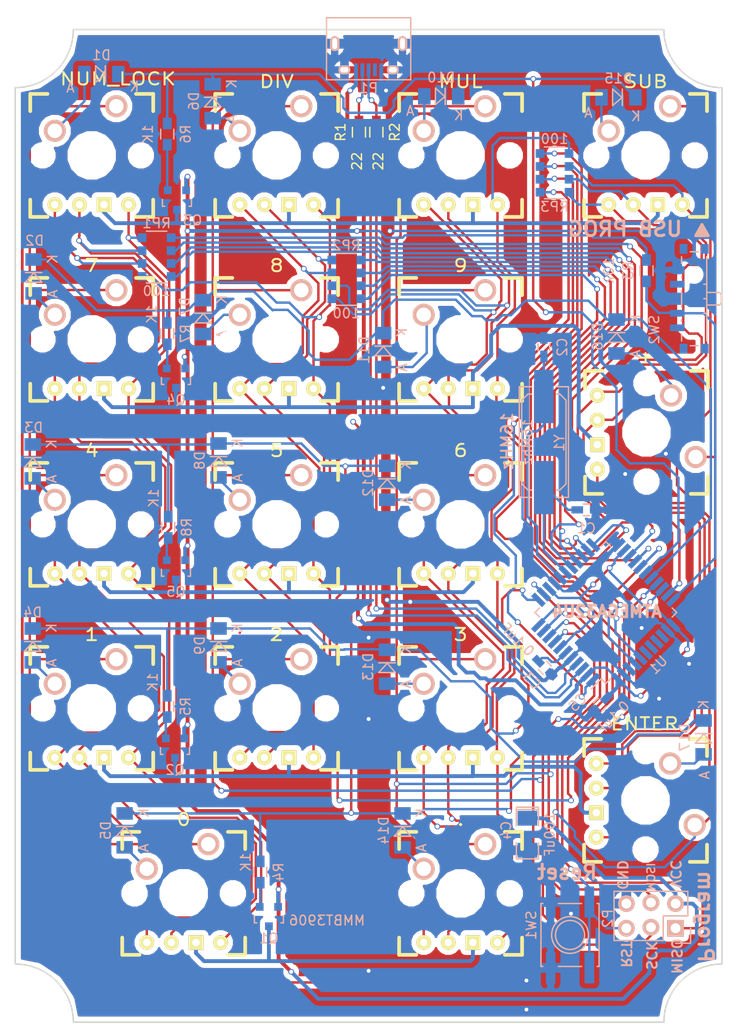
<source format=kicad_pcb>
(kicad_pcb (version 4) (host pcbnew 4.0.1-stable)

  (general
    (links 191)
    (no_connects 0)
    (area 108.725799 45.175 185.374201 151.200001)
    (thickness 1.6)
    (drawings 460)
    (tracks 1581)
    (zones 0)
    (modules 61)
    (nets 78)
  )

  (page A4)
  (layers
    (0 F.Cu signal)
    (31 B.Cu signal)
    (32 B.Adhes user hide)
    (33 F.Adhes user hide)
    (34 B.Paste user hide)
    (35 F.Paste user hide)
    (36 B.SilkS user)
    (37 F.SilkS user)
    (38 B.Mask user)
    (39 F.Mask user)
    (40 Dwgs.User user hide)
    (41 Cmts.User user)
    (42 Eco1.User user)
    (43 Eco2.User user hide)
    (44 Edge.Cuts user)
    (45 Margin user)
    (46 B.CrtYd user)
    (47 F.CrtYd user)
    (48 B.Fab user)
    (49 F.Fab user)
  )

  (setup
    (last_trace_width 0.25)
    (user_trace_width 0.4)
    (user_trace_width 0.5)
    (trace_clearance 0.2)
    (zone_clearance 0.508)
    (zone_45_only no)
    (trace_min 0.2)
    (segment_width 0.2)
    (edge_width 0.15)
    (via_size 0.6)
    (via_drill 0.4)
    (via_min_size 0.4)
    (via_min_drill 0.3)
    (uvia_size 0.3)
    (uvia_drill 0.1)
    (uvias_allowed no)
    (uvia_min_size 0.2)
    (uvia_min_drill 0.1)
    (pcb_text_width 0.3)
    (pcb_text_size 1.5 1.5)
    (mod_edge_width 0.15)
    (mod_text_size 1 1)
    (mod_text_width 0.15)
    (pad_size 0.7 1.5)
    (pad_drill 0)
    (pad_to_mask_clearance 0.2)
    (aux_axis_origin 0 0)
    (visible_elements 7FFFFFFF)
    (pcbplotparams
      (layerselection 0x00030_80000001)
      (usegerberextensions false)
      (excludeedgelayer true)
      (linewidth 0.100000)
      (plotframeref false)
      (viasonmask false)
      (mode 1)
      (useauxorigin false)
      (hpglpennumber 1)
      (hpglpenspeed 20)
      (hpglpendiameter 15)
      (hpglpenoverlay 2)
      (psnegative false)
      (psa4output false)
      (plotreference true)
      (plotvalue true)
      (plotinvisibletext false)
      (padsonsilk false)
      (subtractmaskfromsilk false)
      (outputformat 1)
      (mirror false)
      (drillshape 1)
      (scaleselection 1)
      (outputdirectory ../Images/))
  )

  (net 0 "")
  (net 1 "Net-(C1-Pad1)")
  (net 2 GND)
  (net 3 "Net-(C2-Pad1)")
  (net 4 "Net-(C3-Pad1)")
  (net 5 /ROW0)
  (net 6 "Net-(D1-Pad2)")
  (net 7 /ROW1)
  (net 8 "Net-(D2-Pad2)")
  (net 9 /ROW2)
  (net 10 "Net-(D3-Pad2)")
  (net 11 /ROW3)
  (net 12 "Net-(D4-Pad2)")
  (net 13 "Net-(D5-Pad2)")
  (net 14 "Net-(D6-Pad2)")
  (net 15 "Net-(D7-Pad2)")
  (net 16 "Net-(D8-Pad2)")
  (net 17 "Net-(D9-Pad2)")
  (net 18 "Net-(D10-Pad2)")
  (net 19 "Net-(D11-Pad2)")
  (net 20 "Net-(D12-Pad2)")
  (net 21 "Net-(D13-Pad2)")
  (net 22 /ROW4)
  (net 23 "Net-(D14-Pad2)")
  (net 24 "Net-(D15-Pad2)")
  (net 25 "Net-(D16-Pad2)")
  (net 26 "Net-(D17-Pad2)")
  (net 27 VCC)
  (net 28 "Net-(P1-Pad2)")
  (net 29 "Net-(P1-Pad3)")
  (net 30 "Net-(P1-Pad4)")
  (net 31 /RST)
  (net 32 "Net-(Q1-Pad1)")
  (net 33 "Net-(Q2-Pad1)")
  (net 34 "Net-(Q2-Pad3)")
  (net 35 "Net-(Q3-Pad1)")
  (net 36 "Net-(Q3-Pad3)")
  (net 37 "Net-(Q4-Pad1)")
  (net 38 "Net-(Q4-Pad3)")
  (net 39 "Net-(Q5-Pad1)")
  (net 40 "Net-(Q5-Pad3)")
  (net 41 /USBDMinus)
  (net 42 /USBDPlus)
  (net 43 /PROGRAM)
  (net 44 /COL0)
  (net 45 /LEDB0)
  (net 46 /LEDG0)
  (net 47 /LEDR0)
  (net 48 /COL1)
  (net 49 /LEDB1)
  (net 50 /LEDG1)
  (net 51 /LEDR1)
  (net 52 /COL2)
  (net 53 /LEDB2)
  (net 54 /LEDG2)
  (net 55 /LEDR2)
  (net 56 /COL3)
  (net 57 /LEDB3)
  (net 58 /LEDG3)
  (net 59 /LEDR3)
  (net 60 "Net-(U1-Pad36)")
  (net 61 "Net-(U1-Pad42)")
  (net 62 "Net-(Q1-Pad3)")
  (net 63 "Net-(RP1-Pad1)")
  (net 64 "Net-(RP1-Pad4)")
  (net 65 "Net-(RP1-Pad2)")
  (net 66 "Net-(RP1-Pad3)")
  (net 67 "Net-(RP2-Pad1)")
  (net 68 "Net-(RP2-Pad4)")
  (net 69 "Net-(RP2-Pad2)")
  (net 70 "Net-(RP2-Pad3)")
  (net 71 "Net-(RP3-Pad1)")
  (net 72 "Net-(RP3-Pad4)")
  (net 73 "Net-(RP3-Pad2)")
  (net 74 "Net-(RP3-Pad3)")
  (net 75 "Net-(U1-Pad37)")
  (net 76 "Net-(U1-Pad38)")
  (net 77 "Net-(U1-Pad39)")

  (net_class Default "This is the default net class."
    (clearance 0.2)
    (trace_width 0.25)
    (via_dia 0.6)
    (via_drill 0.4)
    (uvia_dia 0.3)
    (uvia_drill 0.1)
    (add_net /COL0)
    (add_net /COL1)
    (add_net /COL2)
    (add_net /COL3)
    (add_net /LEDB0)
    (add_net /LEDB1)
    (add_net /LEDB2)
    (add_net /LEDB3)
    (add_net /LEDG0)
    (add_net /LEDG1)
    (add_net /LEDG2)
    (add_net /LEDG3)
    (add_net /LEDR0)
    (add_net /LEDR1)
    (add_net /LEDR2)
    (add_net /LEDR3)
    (add_net /PROGRAM)
    (add_net /ROW0)
    (add_net /ROW1)
    (add_net /ROW2)
    (add_net /ROW3)
    (add_net /ROW4)
    (add_net /RST)
    (add_net /USBDMinus)
    (add_net /USBDPlus)
    (add_net GND)
    (add_net "Net-(C1-Pad1)")
    (add_net "Net-(C2-Pad1)")
    (add_net "Net-(C3-Pad1)")
    (add_net "Net-(D1-Pad2)")
    (add_net "Net-(D10-Pad2)")
    (add_net "Net-(D11-Pad2)")
    (add_net "Net-(D12-Pad2)")
    (add_net "Net-(D13-Pad2)")
    (add_net "Net-(D14-Pad2)")
    (add_net "Net-(D15-Pad2)")
    (add_net "Net-(D16-Pad2)")
    (add_net "Net-(D17-Pad2)")
    (add_net "Net-(D2-Pad2)")
    (add_net "Net-(D3-Pad2)")
    (add_net "Net-(D4-Pad2)")
    (add_net "Net-(D5-Pad2)")
    (add_net "Net-(D6-Pad2)")
    (add_net "Net-(D7-Pad2)")
    (add_net "Net-(D8-Pad2)")
    (add_net "Net-(D9-Pad2)")
    (add_net "Net-(P1-Pad2)")
    (add_net "Net-(P1-Pad3)")
    (add_net "Net-(P1-Pad4)")
    (add_net "Net-(Q1-Pad1)")
    (add_net "Net-(Q1-Pad3)")
    (add_net "Net-(Q2-Pad1)")
    (add_net "Net-(Q2-Pad3)")
    (add_net "Net-(Q3-Pad1)")
    (add_net "Net-(Q3-Pad3)")
    (add_net "Net-(Q4-Pad1)")
    (add_net "Net-(Q4-Pad3)")
    (add_net "Net-(Q5-Pad1)")
    (add_net "Net-(Q5-Pad3)")
    (add_net "Net-(RP1-Pad1)")
    (add_net "Net-(RP1-Pad2)")
    (add_net "Net-(RP1-Pad3)")
    (add_net "Net-(RP1-Pad4)")
    (add_net "Net-(RP2-Pad1)")
    (add_net "Net-(RP2-Pad2)")
    (add_net "Net-(RP2-Pad3)")
    (add_net "Net-(RP2-Pad4)")
    (add_net "Net-(RP3-Pad1)")
    (add_net "Net-(RP3-Pad2)")
    (add_net "Net-(RP3-Pad3)")
    (add_net "Net-(RP3-Pad4)")
    (add_net "Net-(U1-Pad36)")
    (add_net "Net-(U1-Pad37)")
    (add_net "Net-(U1-Pad38)")
    (add_net "Net-(U1-Pad39)")
    (add_net "Net-(U1-Pad42)")
    (add_net VCC)
  )

  (module Capacitors_SMD:C_0603_HandSoldering (layer B.Cu) (tedit 541A9B4D) (tstamp 578B0BD2)
    (at 169.5 98.1)
    (descr "Capacitor SMD 0603, hand soldering")
    (tags "capacitor 0603")
    (path /578AE9DC)
    (attr smd)
    (fp_text reference C1 (at 0 1.9) (layer B.SilkS)
      (effects (font (size 1 1) (thickness 0.15)) (justify mirror))
    )
    (fp_text value 18pF (at 0 -1.9) (layer B.Fab)
      (effects (font (size 1 1) (thickness 0.15)) (justify mirror))
    )
    (fp_line (start -1.85 0.75) (end 1.85 0.75) (layer B.CrtYd) (width 0.05))
    (fp_line (start -1.85 -0.75) (end 1.85 -0.75) (layer B.CrtYd) (width 0.05))
    (fp_line (start -1.85 0.75) (end -1.85 -0.75) (layer B.CrtYd) (width 0.05))
    (fp_line (start 1.85 0.75) (end 1.85 -0.75) (layer B.CrtYd) (width 0.05))
    (fp_line (start -0.35 0.6) (end 0.35 0.6) (layer B.SilkS) (width 0.15))
    (fp_line (start 0.35 -0.6) (end -0.35 -0.6) (layer B.SilkS) (width 0.15))
    (pad 1 smd rect (at -0.95 0) (size 1.2 0.75) (layers B.Cu B.Paste B.Mask)
      (net 1 "Net-(C1-Pad1)"))
    (pad 2 smd rect (at 0.95 0) (size 1.2 0.75) (layers B.Cu B.Paste B.Mask)
      (net 2 GND))
    (model Capacitors_SMD.3dshapes/C_0603_HandSoldering.wrl
      (at (xyz 0 0 0))
      (scale (xyz 1 1 1))
      (rotate (xyz 0 0 0))
    )
  )

  (module Capacitors_SMD:C_0603_HandSoldering (layer B.Cu) (tedit 541A9B4D) (tstamp 578B0BD8)
    (at 165.1 81.3 90)
    (descr "Capacitor SMD 0603, hand soldering")
    (tags "capacitor 0603")
    (path /578AEA05)
    (attr smd)
    (fp_text reference C2 (at 0 1.9 90) (layer B.SilkS)
      (effects (font (size 1 1) (thickness 0.15)) (justify mirror))
    )
    (fp_text value 18pF (at 0 -1.9 90) (layer B.Fab)
      (effects (font (size 1 1) (thickness 0.15)) (justify mirror))
    )
    (fp_line (start -1.85 0.75) (end 1.85 0.75) (layer B.CrtYd) (width 0.05))
    (fp_line (start -1.85 -0.75) (end 1.85 -0.75) (layer B.CrtYd) (width 0.05))
    (fp_line (start -1.85 0.75) (end -1.85 -0.75) (layer B.CrtYd) (width 0.05))
    (fp_line (start 1.85 0.75) (end 1.85 -0.75) (layer B.CrtYd) (width 0.05))
    (fp_line (start -0.35 0.6) (end 0.35 0.6) (layer B.SilkS) (width 0.15))
    (fp_line (start 0.35 -0.6) (end -0.35 -0.6) (layer B.SilkS) (width 0.15))
    (pad 1 smd rect (at -0.95 0 90) (size 1.2 0.75) (layers B.Cu B.Paste B.Mask)
      (net 3 "Net-(C2-Pad1)"))
    (pad 2 smd rect (at 0.95 0 90) (size 1.2 0.75) (layers B.Cu B.Paste B.Mask)
      (net 2 GND))
    (model Capacitors_SMD.3dshapes/C_0603_HandSoldering.wrl
      (at (xyz 0 0 0))
      (scale (xyz 1 1 1))
      (rotate (xyz 0 0 0))
    )
  )

  (module Capacitors_SMD:C_0603_HandSoldering (layer B.Cu) (tedit 58727284) (tstamp 578B0BDE)
    (at 165.2 114.4 315)
    (descr "Capacitor SMD 0603, hand soldering")
    (tags "capacitor 0603")
    (path /578AF32C)
    (attr smd)
    (fp_text reference C3 (at 0 1.9 315) (layer B.SilkS)
      (effects (font (size 1 1) (thickness 0.15)) (justify mirror))
    )
    (fp_text value 0.1uF (at -4.030509 -0.070711 315) (layer B.SilkS)
      (effects (font (size 1 1) (thickness 0.15)) (justify mirror))
    )
    (fp_line (start -1.85 0.75) (end 1.85 0.75) (layer B.CrtYd) (width 0.05))
    (fp_line (start -1.85 -0.75) (end 1.85 -0.75) (layer B.CrtYd) (width 0.05))
    (fp_line (start -1.85 0.75) (end -1.85 -0.75) (layer B.CrtYd) (width 0.05))
    (fp_line (start 1.85 0.75) (end 1.85 -0.75) (layer B.CrtYd) (width 0.05))
    (fp_line (start -0.35 0.6) (end 0.35 0.6) (layer B.SilkS) (width 0.15))
    (fp_line (start 0.35 -0.6) (end -0.35 -0.6) (layer B.SilkS) (width 0.15))
    (pad 1 smd rect (at -0.95 0 315) (size 1.2 0.75) (layers B.Cu B.Paste B.Mask)
      (net 4 "Net-(C3-Pad1)"))
    (pad 2 smd rect (at 0.95 0 315) (size 1.2 0.75) (layers B.Cu B.Paste B.Mask)
      (net 2 GND))
    (model Capacitors_SMD.3dshapes/C_0603_HandSoldering.wrl
      (at (xyz 0 0 0))
      (scale (xyz 1 1 1))
      (rotate (xyz 0 0 0))
    )
  )

  (module Diodes_SMD:MiniMELF_Standard (layer B.Cu) (tedit 578B9B48) (tstamp 578B0BE4)
    (at 119.4 53.1 180)
    (descr "Diode Mini-MELF Standard")
    (tags "Diode Mini-MELF Standard")
    (path /578B5C43)
    (attr smd)
    (fp_text reference D1 (at 0 1.95 180) (layer B.SilkS)
      (effects (font (size 1 1) (thickness 0.15)) (justify mirror))
    )
    (fp_text value D (at 0 -3.81 180) (layer B.Fab)
      (effects (font (size 1 1) (thickness 0.15)) (justify mirror))
    )
    (fp_line (start -2.55 1) (end 2.55 1) (layer B.CrtYd) (width 0.05))
    (fp_line (start 2.55 1) (end 2.55 -1) (layer B.CrtYd) (width 0.05))
    (fp_line (start 2.55 -1) (end -2.55 -1) (layer B.CrtYd) (width 0.05))
    (fp_line (start -2.55 -1) (end -2.55 1) (layer B.CrtYd) (width 0.05))
    (fp_line (start -0.40024 -0.0508) (end 0.60052 0.85) (layer B.SilkS) (width 0.15))
    (fp_line (start 0.60052 0.85) (end 0.60052 -0.85) (layer B.SilkS) (width 0.15))
    (fp_line (start 0.60052 -0.85) (end -0.40024 0) (layer B.SilkS) (width 0.15))
    (fp_line (start -0.40024 0.85) (end -0.40024 -0.85) (layer B.SilkS) (width 0.15))
    (fp_text user K (at -3.4 -1.3 180) (layer B.SilkS)
      (effects (font (size 1 1) (thickness 0.15)) (justify mirror))
    )
    (fp_text user A (at 3.2 -1.4 180) (layer B.SilkS)
      (effects (font (size 1 1) (thickness 0.15)) (justify mirror))
    )
    (fp_circle (center 0 0) (end 0 -0.55118) (layer B.Adhes) (width 0.381))
    (fp_circle (center 0 0) (end 0 -0.20066) (layer B.Adhes) (width 0.381))
    (pad 1 smd rect (at -1.75006 0 180) (size 1.30048 1.69926) (layers B.Cu B.Paste B.Mask)
      (net 5 /ROW0))
    (pad 2 smd rect (at 1.75006 0 180) (size 1.30048 1.69926) (layers B.Cu B.Paste B.Mask)
      (net 6 "Net-(D1-Pad2)"))
    (model Diodes_SMD.3dshapes/MiniMELF_Standard.wrl
      (at (xyz 0 0 0))
      (scale (xyz 0.3937 0.3937 0.3937))
      (rotate (xyz 0 0 0))
    )
  )

  (module Diodes_SMD:MiniMELF_Standard (layer B.Cu) (tedit 578C47EF) (tstamp 578B0BEA)
    (at 112.4 74 270)
    (descr "Diode Mini-MELF Standard")
    (tags "Diode Mini-MELF Standard")
    (path /578B7BD3)
    (attr smd)
    (fp_text reference D2 (at -3.7 -0.1 360) (layer B.SilkS)
      (effects (font (size 1 1) (thickness 0.15)) (justify mirror))
    )
    (fp_text value D (at 0 -3.81 270) (layer B.Fab)
      (effects (font (size 1 1) (thickness 0.15)) (justify mirror))
    )
    (fp_line (start -2.55 1) (end 2.55 1) (layer B.CrtYd) (width 0.05))
    (fp_line (start 2.55 1) (end 2.55 -1) (layer B.CrtYd) (width 0.05))
    (fp_line (start 2.55 -1) (end -2.55 -1) (layer B.CrtYd) (width 0.05))
    (fp_line (start -2.55 -1) (end -2.55 1) (layer B.CrtYd) (width 0.05))
    (fp_line (start -0.40024 -0.0508) (end 0.60052 0.85) (layer B.SilkS) (width 0.15))
    (fp_line (start 0.60052 0.85) (end 0.60052 -0.85) (layer B.SilkS) (width 0.15))
    (fp_line (start 0.60052 -0.85) (end -0.40024 0) (layer B.SilkS) (width 0.15))
    (fp_line (start -0.40024 0.85) (end -0.40024 -0.85) (layer B.SilkS) (width 0.15))
    (fp_text user K (at -1.8 -1.95 270) (layer B.SilkS)
      (effects (font (size 1 1) (thickness 0.15)) (justify mirror))
    )
    (fp_text user A (at 1.8 -1.95 270) (layer B.SilkS)
      (effects (font (size 1 1) (thickness 0.15)) (justify mirror))
    )
    (fp_circle (center 0 0) (end 0 -0.55118) (layer B.Adhes) (width 0.381))
    (fp_circle (center 0 0) (end 0 -0.20066) (layer B.Adhes) (width 0.381))
    (pad 1 smd rect (at -1.75006 0 270) (size 1.30048 1.69926) (layers B.Cu B.Paste B.Mask)
      (net 7 /ROW1))
    (pad 2 smd rect (at 1.75006 0 270) (size 1.30048 1.69926) (layers B.Cu B.Paste B.Mask)
      (net 8 "Net-(D2-Pad2)"))
    (model Diodes_SMD.3dshapes/MiniMELF_Standard.wrl
      (at (xyz 0 0 0))
      (scale (xyz 0.3937 0.3937 0.3937))
      (rotate (xyz 0 0 0))
    )
  )

  (module Diodes_SMD:MiniMELF_Standard (layer B.Cu) (tedit 578B9B8C) (tstamp 578B0BF0)
    (at 112.3 93.1 270)
    (descr "Diode Mini-MELF Standard")
    (tags "Diode Mini-MELF Standard")
    (path /578B8221)
    (attr smd)
    (fp_text reference D3 (at -3.5 -0.1 360) (layer B.SilkS)
      (effects (font (size 1 1) (thickness 0.15)) (justify mirror))
    )
    (fp_text value D (at 0 -3.81 270) (layer B.Fab)
      (effects (font (size 1 1) (thickness 0.15)) (justify mirror))
    )
    (fp_line (start -2.55 1) (end 2.55 1) (layer B.CrtYd) (width 0.05))
    (fp_line (start 2.55 1) (end 2.55 -1) (layer B.CrtYd) (width 0.05))
    (fp_line (start 2.55 -1) (end -2.55 -1) (layer B.CrtYd) (width 0.05))
    (fp_line (start -2.55 -1) (end -2.55 1) (layer B.CrtYd) (width 0.05))
    (fp_line (start -0.40024 -0.0508) (end 0.60052 0.85) (layer B.SilkS) (width 0.15))
    (fp_line (start 0.60052 0.85) (end 0.60052 -0.85) (layer B.SilkS) (width 0.15))
    (fp_line (start 0.60052 -0.85) (end -0.40024 0) (layer B.SilkS) (width 0.15))
    (fp_line (start -0.40024 0.85) (end -0.40024 -0.85) (layer B.SilkS) (width 0.15))
    (fp_text user K (at -1.8 -1.95 270) (layer B.SilkS)
      (effects (font (size 1 1) (thickness 0.15)) (justify mirror))
    )
    (fp_text user A (at 1.8 -1.95 270) (layer B.SilkS)
      (effects (font (size 1 1) (thickness 0.15)) (justify mirror))
    )
    (fp_circle (center 0 0) (end 0 -0.55118) (layer B.Adhes) (width 0.381))
    (fp_circle (center 0 0) (end 0 -0.20066) (layer B.Adhes) (width 0.381))
    (pad 1 smd rect (at -1.75006 0 270) (size 1.30048 1.69926) (layers B.Cu B.Paste B.Mask)
      (net 9 /ROW2))
    (pad 2 smd rect (at 1.75006 0 270) (size 1.30048 1.69926) (layers B.Cu B.Paste B.Mask)
      (net 10 "Net-(D3-Pad2)"))
    (model Diodes_SMD.3dshapes/MiniMELF_Standard.wrl
      (at (xyz 0 0 0))
      (scale (xyz 0.3937 0.3937 0.3937))
      (rotate (xyz 0 0 0))
    )
  )

  (module Diodes_SMD:MiniMELF_Standard (layer B.Cu) (tedit 578B9B86) (tstamp 578B0BF6)
    (at 112.3 112.1 270)
    (descr "Diode Mini-MELF Standard")
    (tags "Diode Mini-MELF Standard")
    (path /578B8EA0)
    (attr smd)
    (fp_text reference D4 (at -3.4 0 360) (layer B.SilkS)
      (effects (font (size 1 1) (thickness 0.15)) (justify mirror))
    )
    (fp_text value D (at 0 -3.81 270) (layer B.Fab)
      (effects (font (size 1 1) (thickness 0.15)) (justify mirror))
    )
    (fp_line (start -2.55 1) (end 2.55 1) (layer B.CrtYd) (width 0.05))
    (fp_line (start 2.55 1) (end 2.55 -1) (layer B.CrtYd) (width 0.05))
    (fp_line (start 2.55 -1) (end -2.55 -1) (layer B.CrtYd) (width 0.05))
    (fp_line (start -2.55 -1) (end -2.55 1) (layer B.CrtYd) (width 0.05))
    (fp_line (start -0.40024 -0.0508) (end 0.60052 0.85) (layer B.SilkS) (width 0.15))
    (fp_line (start 0.60052 0.85) (end 0.60052 -0.85) (layer B.SilkS) (width 0.15))
    (fp_line (start 0.60052 -0.85) (end -0.40024 0) (layer B.SilkS) (width 0.15))
    (fp_line (start -0.40024 0.85) (end -0.40024 -0.85) (layer B.SilkS) (width 0.15))
    (fp_text user K (at -1.8 -1.95 270) (layer B.SilkS)
      (effects (font (size 1 1) (thickness 0.15)) (justify mirror))
    )
    (fp_text user A (at 1.8 -1.95 270) (layer B.SilkS)
      (effects (font (size 1 1) (thickness 0.15)) (justify mirror))
    )
    (fp_circle (center 0 0) (end 0 -0.55118) (layer B.Adhes) (width 0.381))
    (fp_circle (center 0 0) (end 0 -0.20066) (layer B.Adhes) (width 0.381))
    (pad 1 smd rect (at -1.75006 0 270) (size 1.30048 1.69926) (layers B.Cu B.Paste B.Mask)
      (net 11 /ROW3))
    (pad 2 smd rect (at 1.75006 0 270) (size 1.30048 1.69926) (layers B.Cu B.Paste B.Mask)
      (net 12 "Net-(D4-Pad2)"))
    (model Diodes_SMD.3dshapes/MiniMELF_Standard.wrl
      (at (xyz 0 0 0))
      (scale (xyz 0.3937 0.3937 0.3937))
      (rotate (xyz 0 0 0))
    )
  )

  (module Diodes_SMD:MiniMELF_Standard (layer B.Cu) (tedit 55364937) (tstamp 578B0BFC)
    (at 121.8 131.2 270)
    (descr "Diode Mini-MELF Standard")
    (tags "Diode Mini-MELF Standard")
    (path /578B9224)
    (attr smd)
    (fp_text reference D5 (at 0 1.95 270) (layer B.SilkS)
      (effects (font (size 1 1) (thickness 0.15)) (justify mirror))
    )
    (fp_text value D (at 0 -3.81 270) (layer B.Fab)
      (effects (font (size 1 1) (thickness 0.15)) (justify mirror))
    )
    (fp_line (start -2.55 1) (end 2.55 1) (layer B.CrtYd) (width 0.05))
    (fp_line (start 2.55 1) (end 2.55 -1) (layer B.CrtYd) (width 0.05))
    (fp_line (start 2.55 -1) (end -2.55 -1) (layer B.CrtYd) (width 0.05))
    (fp_line (start -2.55 -1) (end -2.55 1) (layer B.CrtYd) (width 0.05))
    (fp_line (start -0.40024 -0.0508) (end 0.60052 0.85) (layer B.SilkS) (width 0.15))
    (fp_line (start 0.60052 0.85) (end 0.60052 -0.85) (layer B.SilkS) (width 0.15))
    (fp_line (start 0.60052 -0.85) (end -0.40024 0) (layer B.SilkS) (width 0.15))
    (fp_line (start -0.40024 0.85) (end -0.40024 -0.85) (layer B.SilkS) (width 0.15))
    (fp_text user K (at -1.8 -1.95 270) (layer B.SilkS)
      (effects (font (size 1 1) (thickness 0.15)) (justify mirror))
    )
    (fp_text user A (at 1.8 -1.95 270) (layer B.SilkS)
      (effects (font (size 1 1) (thickness 0.15)) (justify mirror))
    )
    (fp_circle (center 0 0) (end 0 -0.55118) (layer B.Adhes) (width 0.381))
    (fp_circle (center 0 0) (end 0 -0.20066) (layer B.Adhes) (width 0.381))
    (pad 1 smd rect (at -1.75006 0 270) (size 1.30048 1.69926) (layers B.Cu B.Paste B.Mask)
      (net 22 /ROW4))
    (pad 2 smd rect (at 1.75006 0 270) (size 1.30048 1.69926) (layers B.Cu B.Paste B.Mask)
      (net 13 "Net-(D5-Pad2)"))
    (model Diodes_SMD.3dshapes/MiniMELF_Standard.wrl
      (at (xyz 0 0 0))
      (scale (xyz 0.3937 0.3937 0.3937))
      (rotate (xyz 0 0 0))
    )
  )

  (module Diodes_SMD:MiniMELF_Standard (layer B.Cu) (tedit 55364937) (tstamp 578B0C02)
    (at 130.9 55.9 270)
    (descr "Diode Mini-MELF Standard")
    (tags "Diode Mini-MELF Standard")
    (path /578B7973)
    (attr smd)
    (fp_text reference D6 (at 0 1.95 270) (layer B.SilkS)
      (effects (font (size 1 1) (thickness 0.15)) (justify mirror))
    )
    (fp_text value D (at 0 -3.81 270) (layer B.Fab)
      (effects (font (size 1 1) (thickness 0.15)) (justify mirror))
    )
    (fp_line (start -2.55 1) (end 2.55 1) (layer B.CrtYd) (width 0.05))
    (fp_line (start 2.55 1) (end 2.55 -1) (layer B.CrtYd) (width 0.05))
    (fp_line (start 2.55 -1) (end -2.55 -1) (layer B.CrtYd) (width 0.05))
    (fp_line (start -2.55 -1) (end -2.55 1) (layer B.CrtYd) (width 0.05))
    (fp_line (start -0.40024 -0.0508) (end 0.60052 0.85) (layer B.SilkS) (width 0.15))
    (fp_line (start 0.60052 0.85) (end 0.60052 -0.85) (layer B.SilkS) (width 0.15))
    (fp_line (start 0.60052 -0.85) (end -0.40024 0) (layer B.SilkS) (width 0.15))
    (fp_line (start -0.40024 0.85) (end -0.40024 -0.85) (layer B.SilkS) (width 0.15))
    (fp_text user K (at -1.8 -1.95 270) (layer B.SilkS)
      (effects (font (size 1 1) (thickness 0.15)) (justify mirror))
    )
    (fp_text user A (at 1.8 -1.95 270) (layer B.SilkS)
      (effects (font (size 1 1) (thickness 0.15)) (justify mirror))
    )
    (fp_circle (center 0 0) (end 0 -0.55118) (layer B.Adhes) (width 0.381))
    (fp_circle (center 0 0) (end 0 -0.20066) (layer B.Adhes) (width 0.381))
    (pad 1 smd rect (at -1.75006 0 270) (size 1.30048 1.69926) (layers B.Cu B.Paste B.Mask)
      (net 5 /ROW0))
    (pad 2 smd rect (at 1.75006 0 270) (size 1.30048 1.69926) (layers B.Cu B.Paste B.Mask)
      (net 14 "Net-(D6-Pad2)"))
    (model Diodes_SMD.3dshapes/MiniMELF_Standard.wrl
      (at (xyz 0 0 0))
      (scale (xyz 0.3937 0.3937 0.3937))
      (rotate (xyz 0 0 0))
    )
  )

  (module Diodes_SMD:MiniMELF_Standard (layer B.Cu) (tedit 57A33600) (tstamp 578B0C08)
    (at 129.9 78.2 270)
    (descr "Diode Mini-MELF Standard")
    (tags "Diode Mini-MELF Standard")
    (path /578B7C4E)
    (attr smd)
    (fp_text reference D7 (at -1.1 1.9 270) (layer B.SilkS)
      (effects (font (size 1 1) (thickness 0.15)) (justify mirror))
    )
    (fp_text value D (at 0 -3.81 270) (layer B.Fab)
      (effects (font (size 1 1) (thickness 0.15)) (justify mirror))
    )
    (fp_line (start -2.55 1) (end 2.55 1) (layer B.CrtYd) (width 0.05))
    (fp_line (start 2.55 1) (end 2.55 -1) (layer B.CrtYd) (width 0.05))
    (fp_line (start 2.55 -1) (end -2.55 -1) (layer B.CrtYd) (width 0.05))
    (fp_line (start -2.55 -1) (end -2.55 1) (layer B.CrtYd) (width 0.05))
    (fp_line (start -0.40024 -0.0508) (end 0.60052 0.85) (layer B.SilkS) (width 0.15))
    (fp_line (start 0.60052 0.85) (end 0.60052 -0.85) (layer B.SilkS) (width 0.15))
    (fp_line (start 0.60052 -0.85) (end -0.40024 0) (layer B.SilkS) (width 0.15))
    (fp_line (start -0.40024 0.85) (end -0.40024 -0.85) (layer B.SilkS) (width 0.15))
    (fp_text user K (at -1.8 -1.95 270) (layer B.SilkS)
      (effects (font (size 1 1) (thickness 0.15)) (justify mirror))
    )
    (fp_text user A (at 1.8 -1.95 270) (layer B.SilkS)
      (effects (font (size 1 1) (thickness 0.15)) (justify mirror))
    )
    (fp_circle (center 0 0) (end 0 -0.55118) (layer B.Adhes) (width 0.381))
    (fp_circle (center 0 0) (end 0 -0.20066) (layer B.Adhes) (width 0.381))
    (pad 1 smd rect (at -1.75006 0 270) (size 1.30048 1.69926) (layers B.Cu B.Paste B.Mask)
      (net 7 /ROW1))
    (pad 2 smd rect (at 1.75006 0 270) (size 1.30048 1.69926) (layers B.Cu B.Paste B.Mask)
      (net 15 "Net-(D7-Pad2)"))
    (model Diodes_SMD.3dshapes/MiniMELF_Standard.wrl
      (at (xyz 0 0 0))
      (scale (xyz 0.3937 0.3937 0.3937))
      (rotate (xyz 0 0 0))
    )
  )

  (module Diodes_SMD:MiniMELF_Standard (layer B.Cu) (tedit 55364937) (tstamp 578B0C0E)
    (at 131.5 93 270)
    (descr "Diode Mini-MELF Standard")
    (tags "Diode Mini-MELF Standard")
    (path /578B8C5C)
    (attr smd)
    (fp_text reference D8 (at 0 1.95 270) (layer B.SilkS)
      (effects (font (size 1 1) (thickness 0.15)) (justify mirror))
    )
    (fp_text value D (at 0 -3.81 270) (layer B.Fab)
      (effects (font (size 1 1) (thickness 0.15)) (justify mirror))
    )
    (fp_line (start -2.55 1) (end 2.55 1) (layer B.CrtYd) (width 0.05))
    (fp_line (start 2.55 1) (end 2.55 -1) (layer B.CrtYd) (width 0.05))
    (fp_line (start 2.55 -1) (end -2.55 -1) (layer B.CrtYd) (width 0.05))
    (fp_line (start -2.55 -1) (end -2.55 1) (layer B.CrtYd) (width 0.05))
    (fp_line (start -0.40024 -0.0508) (end 0.60052 0.85) (layer B.SilkS) (width 0.15))
    (fp_line (start 0.60052 0.85) (end 0.60052 -0.85) (layer B.SilkS) (width 0.15))
    (fp_line (start 0.60052 -0.85) (end -0.40024 0) (layer B.SilkS) (width 0.15))
    (fp_line (start -0.40024 0.85) (end -0.40024 -0.85) (layer B.SilkS) (width 0.15))
    (fp_text user K (at -1.8 -1.95 270) (layer B.SilkS)
      (effects (font (size 1 1) (thickness 0.15)) (justify mirror))
    )
    (fp_text user A (at 1.8 -1.95 270) (layer B.SilkS)
      (effects (font (size 1 1) (thickness 0.15)) (justify mirror))
    )
    (fp_circle (center 0 0) (end 0 -0.55118) (layer B.Adhes) (width 0.381))
    (fp_circle (center 0 0) (end 0 -0.20066) (layer B.Adhes) (width 0.381))
    (pad 1 smd rect (at -1.75006 0 270) (size 1.30048 1.69926) (layers B.Cu B.Paste B.Mask)
      (net 9 /ROW2))
    (pad 2 smd rect (at 1.75006 0 270) (size 1.30048 1.69926) (layers B.Cu B.Paste B.Mask)
      (net 16 "Net-(D8-Pad2)"))
    (model Diodes_SMD.3dshapes/MiniMELF_Standard.wrl
      (at (xyz 0 0 0))
      (scale (xyz 0.3937 0.3937 0.3937))
      (rotate (xyz 0 0 0))
    )
  )

  (module Diodes_SMD:MiniMELF_Standard (layer B.Cu) (tedit 55364937) (tstamp 578B0C14)
    (at 131.5 112.1 270)
    (descr "Diode Mini-MELF Standard")
    (tags "Diode Mini-MELF Standard")
    (path /578B8F2F)
    (attr smd)
    (fp_text reference D9 (at 0 1.95 270) (layer B.SilkS)
      (effects (font (size 1 1) (thickness 0.15)) (justify mirror))
    )
    (fp_text value D (at 0 -3.81 270) (layer B.Fab)
      (effects (font (size 1 1) (thickness 0.15)) (justify mirror))
    )
    (fp_line (start -2.55 1) (end 2.55 1) (layer B.CrtYd) (width 0.05))
    (fp_line (start 2.55 1) (end 2.55 -1) (layer B.CrtYd) (width 0.05))
    (fp_line (start 2.55 -1) (end -2.55 -1) (layer B.CrtYd) (width 0.05))
    (fp_line (start -2.55 -1) (end -2.55 1) (layer B.CrtYd) (width 0.05))
    (fp_line (start -0.40024 -0.0508) (end 0.60052 0.85) (layer B.SilkS) (width 0.15))
    (fp_line (start 0.60052 0.85) (end 0.60052 -0.85) (layer B.SilkS) (width 0.15))
    (fp_line (start 0.60052 -0.85) (end -0.40024 0) (layer B.SilkS) (width 0.15))
    (fp_line (start -0.40024 0.85) (end -0.40024 -0.85) (layer B.SilkS) (width 0.15))
    (fp_text user K (at -1.8 -1.95 270) (layer B.SilkS)
      (effects (font (size 1 1) (thickness 0.15)) (justify mirror))
    )
    (fp_text user A (at 1.8 -1.95 270) (layer B.SilkS)
      (effects (font (size 1 1) (thickness 0.15)) (justify mirror))
    )
    (fp_circle (center 0 0) (end 0 -0.55118) (layer B.Adhes) (width 0.381))
    (fp_circle (center 0 0) (end 0 -0.20066) (layer B.Adhes) (width 0.381))
    (pad 1 smd rect (at -1.75006 0 270) (size 1.30048 1.69926) (layers B.Cu B.Paste B.Mask)
      (net 11 /ROW3))
    (pad 2 smd rect (at 1.75006 0 270) (size 1.30048 1.69926) (layers B.Cu B.Paste B.Mask)
      (net 17 "Net-(D9-Pad2)"))
    (model Diodes_SMD.3dshapes/MiniMELF_Standard.wrl
      (at (xyz 0 0 0))
      (scale (xyz 0.3937 0.3937 0.3937))
      (rotate (xyz 0 0 0))
    )
  )

  (module Diodes_SMD:MiniMELF_Standard (layer B.Cu) (tedit 578B9B51) (tstamp 578B0C1A)
    (at 154.5 55.4 180)
    (descr "Diode Mini-MELF Standard")
    (tags "Diode Mini-MELF Standard")
    (path /578B7A10)
    (attr smd)
    (fp_text reference D10 (at 0 1.95 180) (layer B.SilkS)
      (effects (font (size 1 1) (thickness 0.15)) (justify mirror))
    )
    (fp_text value D (at 0 -3.81 180) (layer B.Fab)
      (effects (font (size 1 1) (thickness 0.15)) (justify mirror))
    )
    (fp_line (start -2.55 1) (end 2.55 1) (layer B.CrtYd) (width 0.05))
    (fp_line (start 2.55 1) (end 2.55 -1) (layer B.CrtYd) (width 0.05))
    (fp_line (start 2.55 -1) (end -2.55 -1) (layer B.CrtYd) (width 0.05))
    (fp_line (start -2.55 -1) (end -2.55 1) (layer B.CrtYd) (width 0.05))
    (fp_line (start -0.40024 -0.0508) (end 0.60052 0.85) (layer B.SilkS) (width 0.15))
    (fp_line (start 0.60052 0.85) (end 0.60052 -0.85) (layer B.SilkS) (width 0.15))
    (fp_line (start 0.60052 -0.85) (end -0.40024 0) (layer B.SilkS) (width 0.15))
    (fp_line (start -0.40024 0.85) (end -0.40024 -0.85) (layer B.SilkS) (width 0.15))
    (fp_text user K (at -1.8 -1.95 180) (layer B.SilkS)
      (effects (font (size 1 1) (thickness 0.15)) (justify mirror))
    )
    (fp_text user A (at 3.2 -1.5 180) (layer B.SilkS)
      (effects (font (size 1 1) (thickness 0.15)) (justify mirror))
    )
    (fp_circle (center 0 0) (end 0 -0.55118) (layer B.Adhes) (width 0.381))
    (fp_circle (center 0 0) (end 0 -0.20066) (layer B.Adhes) (width 0.381))
    (pad 1 smd rect (at -1.75006 0 180) (size 1.30048 1.69926) (layers B.Cu B.Paste B.Mask)
      (net 5 /ROW0))
    (pad 2 smd rect (at 1.75006 0 180) (size 1.30048 1.69926) (layers B.Cu B.Paste B.Mask)
      (net 18 "Net-(D10-Pad2)"))
    (model Diodes_SMD.3dshapes/MiniMELF_Standard.wrl
      (at (xyz 0 0 0))
      (scale (xyz 0.3937 0.3937 0.3937))
      (rotate (xyz 0 0 0))
    )
  )

  (module Diodes_SMD:MiniMELF_Standard (layer B.Cu) (tedit 55364937) (tstamp 578B0C20)
    (at 148.5 81.6 270)
    (descr "Diode Mini-MELF Standard")
    (tags "Diode Mini-MELF Standard")
    (path /578B7CC3)
    (attr smd)
    (fp_text reference D11 (at 0 1.95 270) (layer B.SilkS)
      (effects (font (size 1 1) (thickness 0.15)) (justify mirror))
    )
    (fp_text value D (at 0 -3.81 270) (layer B.Fab)
      (effects (font (size 1 1) (thickness 0.15)) (justify mirror))
    )
    (fp_line (start -2.55 1) (end 2.55 1) (layer B.CrtYd) (width 0.05))
    (fp_line (start 2.55 1) (end 2.55 -1) (layer B.CrtYd) (width 0.05))
    (fp_line (start 2.55 -1) (end -2.55 -1) (layer B.CrtYd) (width 0.05))
    (fp_line (start -2.55 -1) (end -2.55 1) (layer B.CrtYd) (width 0.05))
    (fp_line (start -0.40024 -0.0508) (end 0.60052 0.85) (layer B.SilkS) (width 0.15))
    (fp_line (start 0.60052 0.85) (end 0.60052 -0.85) (layer B.SilkS) (width 0.15))
    (fp_line (start 0.60052 -0.85) (end -0.40024 0) (layer B.SilkS) (width 0.15))
    (fp_line (start -0.40024 0.85) (end -0.40024 -0.85) (layer B.SilkS) (width 0.15))
    (fp_text user K (at -1.8 -1.95 270) (layer B.SilkS)
      (effects (font (size 1 1) (thickness 0.15)) (justify mirror))
    )
    (fp_text user A (at 1.8 -1.95 270) (layer B.SilkS)
      (effects (font (size 1 1) (thickness 0.15)) (justify mirror))
    )
    (fp_circle (center 0 0) (end 0 -0.55118) (layer B.Adhes) (width 0.381))
    (fp_circle (center 0 0) (end 0 -0.20066) (layer B.Adhes) (width 0.381))
    (pad 1 smd rect (at -1.75006 0 270) (size 1.30048 1.69926) (layers B.Cu B.Paste B.Mask)
      (net 7 /ROW1))
    (pad 2 smd rect (at 1.75006 0 270) (size 1.30048 1.69926) (layers B.Cu B.Paste B.Mask)
      (net 19 "Net-(D11-Pad2)"))
    (model Diodes_SMD.3dshapes/MiniMELF_Standard.wrl
      (at (xyz 0 0 0))
      (scale (xyz 0.3937 0.3937 0.3937))
      (rotate (xyz 0 0 0))
    )
  )

  (module Diodes_SMD:MiniMELF_Standard (layer B.Cu) (tedit 55364937) (tstamp 578B0C26)
    (at 148.9 95.3 270)
    (descr "Diode Mini-MELF Standard")
    (tags "Diode Mini-MELF Standard")
    (path /578B8CE9)
    (attr smd)
    (fp_text reference D12 (at 0 1.95 270) (layer B.SilkS)
      (effects (font (size 1 1) (thickness 0.15)) (justify mirror))
    )
    (fp_text value D (at 0 -3.81 270) (layer B.Fab)
      (effects (font (size 1 1) (thickness 0.15)) (justify mirror))
    )
    (fp_line (start -2.55 1) (end 2.55 1) (layer B.CrtYd) (width 0.05))
    (fp_line (start 2.55 1) (end 2.55 -1) (layer B.CrtYd) (width 0.05))
    (fp_line (start 2.55 -1) (end -2.55 -1) (layer B.CrtYd) (width 0.05))
    (fp_line (start -2.55 -1) (end -2.55 1) (layer B.CrtYd) (width 0.05))
    (fp_line (start -0.40024 -0.0508) (end 0.60052 0.85) (layer B.SilkS) (width 0.15))
    (fp_line (start 0.60052 0.85) (end 0.60052 -0.85) (layer B.SilkS) (width 0.15))
    (fp_line (start 0.60052 -0.85) (end -0.40024 0) (layer B.SilkS) (width 0.15))
    (fp_line (start -0.40024 0.85) (end -0.40024 -0.85) (layer B.SilkS) (width 0.15))
    (fp_text user K (at -1.8 -1.95 270) (layer B.SilkS)
      (effects (font (size 1 1) (thickness 0.15)) (justify mirror))
    )
    (fp_text user A (at 1.8 -1.95 270) (layer B.SilkS)
      (effects (font (size 1 1) (thickness 0.15)) (justify mirror))
    )
    (fp_circle (center 0 0) (end 0 -0.55118) (layer B.Adhes) (width 0.381))
    (fp_circle (center 0 0) (end 0 -0.20066) (layer B.Adhes) (width 0.381))
    (pad 1 smd rect (at -1.75006 0 270) (size 1.30048 1.69926) (layers B.Cu B.Paste B.Mask)
      (net 9 /ROW2))
    (pad 2 smd rect (at 1.75006 0 270) (size 1.30048 1.69926) (layers B.Cu B.Paste B.Mask)
      (net 20 "Net-(D12-Pad2)"))
    (model Diodes_SMD.3dshapes/MiniMELF_Standard.wrl
      (at (xyz 0 0 0))
      (scale (xyz 0.3937 0.3937 0.3937))
      (rotate (xyz 0 0 0))
    )
  )

  (module Diodes_SMD:MiniMELF_Standard (layer B.Cu) (tedit 55364937) (tstamp 578B0C2C)
    (at 148.9 114.3 270)
    (descr "Diode Mini-MELF Standard")
    (tags "Diode Mini-MELF Standard")
    (path /578B8FC6)
    (attr smd)
    (fp_text reference D13 (at 0 1.95 270) (layer B.SilkS)
      (effects (font (size 1 1) (thickness 0.15)) (justify mirror))
    )
    (fp_text value D (at 0 -3.81 270) (layer B.Fab)
      (effects (font (size 1 1) (thickness 0.15)) (justify mirror))
    )
    (fp_line (start -2.55 1) (end 2.55 1) (layer B.CrtYd) (width 0.05))
    (fp_line (start 2.55 1) (end 2.55 -1) (layer B.CrtYd) (width 0.05))
    (fp_line (start 2.55 -1) (end -2.55 -1) (layer B.CrtYd) (width 0.05))
    (fp_line (start -2.55 -1) (end -2.55 1) (layer B.CrtYd) (width 0.05))
    (fp_line (start -0.40024 -0.0508) (end 0.60052 0.85) (layer B.SilkS) (width 0.15))
    (fp_line (start 0.60052 0.85) (end 0.60052 -0.85) (layer B.SilkS) (width 0.15))
    (fp_line (start 0.60052 -0.85) (end -0.40024 0) (layer B.SilkS) (width 0.15))
    (fp_line (start -0.40024 0.85) (end -0.40024 -0.85) (layer B.SilkS) (width 0.15))
    (fp_text user K (at -1.8 -1.95 270) (layer B.SilkS)
      (effects (font (size 1 1) (thickness 0.15)) (justify mirror))
    )
    (fp_text user A (at 1.8 -1.95 270) (layer B.SilkS)
      (effects (font (size 1 1) (thickness 0.15)) (justify mirror))
    )
    (fp_circle (center 0 0) (end 0 -0.55118) (layer B.Adhes) (width 0.381))
    (fp_circle (center 0 0) (end 0 -0.20066) (layer B.Adhes) (width 0.381))
    (pad 1 smd rect (at -1.75006 0 270) (size 1.30048 1.69926) (layers B.Cu B.Paste B.Mask)
      (net 11 /ROW3))
    (pad 2 smd rect (at 1.75006 0 270) (size 1.30048 1.69926) (layers B.Cu B.Paste B.Mask)
      (net 21 "Net-(D13-Pad2)"))
    (model Diodes_SMD.3dshapes/MiniMELF_Standard.wrl
      (at (xyz 0 0 0))
      (scale (xyz 0.3937 0.3937 0.3937))
      (rotate (xyz 0 0 0))
    )
  )

  (module Diodes_SMD:MiniMELF_Standard (layer B.Cu) (tedit 55364937) (tstamp 578B0C32)
    (at 150.5 131.2 270)
    (descr "Diode Mini-MELF Standard")
    (tags "Diode Mini-MELF Standard")
    (path /578B92BB)
    (attr smd)
    (fp_text reference D14 (at 0 1.95 270) (layer B.SilkS)
      (effects (font (size 1 1) (thickness 0.15)) (justify mirror))
    )
    (fp_text value D (at 0 -3.81 270) (layer B.Fab)
      (effects (font (size 1 1) (thickness 0.15)) (justify mirror))
    )
    (fp_line (start -2.55 1) (end 2.55 1) (layer B.CrtYd) (width 0.05))
    (fp_line (start 2.55 1) (end 2.55 -1) (layer B.CrtYd) (width 0.05))
    (fp_line (start 2.55 -1) (end -2.55 -1) (layer B.CrtYd) (width 0.05))
    (fp_line (start -2.55 -1) (end -2.55 1) (layer B.CrtYd) (width 0.05))
    (fp_line (start -0.40024 -0.0508) (end 0.60052 0.85) (layer B.SilkS) (width 0.15))
    (fp_line (start 0.60052 0.85) (end 0.60052 -0.85) (layer B.SilkS) (width 0.15))
    (fp_line (start 0.60052 -0.85) (end -0.40024 0) (layer B.SilkS) (width 0.15))
    (fp_line (start -0.40024 0.85) (end -0.40024 -0.85) (layer B.SilkS) (width 0.15))
    (fp_text user K (at -1.8 -1.95 270) (layer B.SilkS)
      (effects (font (size 1 1) (thickness 0.15)) (justify mirror))
    )
    (fp_text user A (at 1.8 -1.95 270) (layer B.SilkS)
      (effects (font (size 1 1) (thickness 0.15)) (justify mirror))
    )
    (fp_circle (center 0 0) (end 0 -0.55118) (layer B.Adhes) (width 0.381))
    (fp_circle (center 0 0) (end 0 -0.20066) (layer B.Adhes) (width 0.381))
    (pad 1 smd rect (at -1.75006 0 270) (size 1.30048 1.69926) (layers B.Cu B.Paste B.Mask)
      (net 22 /ROW4))
    (pad 2 smd rect (at 1.75006 0 270) (size 1.30048 1.69926) (layers B.Cu B.Paste B.Mask)
      (net 23 "Net-(D14-Pad2)"))
    (model Diodes_SMD.3dshapes/MiniMELF_Standard.wrl
      (at (xyz 0 0 0))
      (scale (xyz 0.3937 0.3937 0.3937))
      (rotate (xyz 0 0 0))
    )
  )

  (module Diodes_SMD:MiniMELF_Standard (layer B.Cu) (tedit 578B9B56) (tstamp 578B0C38)
    (at 172.8 55.5 180)
    (descr "Diode Mini-MELF Standard")
    (tags "Diode Mini-MELF Standard")
    (path /578B7A8B)
    (attr smd)
    (fp_text reference D15 (at 0 1.95 180) (layer B.SilkS)
      (effects (font (size 1 1) (thickness 0.15)) (justify mirror))
    )
    (fp_text value D (at 0 -3.81 180) (layer B.Fab)
      (effects (font (size 1 1) (thickness 0.15)) (justify mirror))
    )
    (fp_line (start -2.55 1) (end 2.55 1) (layer B.CrtYd) (width 0.05))
    (fp_line (start 2.55 1) (end 2.55 -1) (layer B.CrtYd) (width 0.05))
    (fp_line (start 2.55 -1) (end -2.55 -1) (layer B.CrtYd) (width 0.05))
    (fp_line (start -2.55 -1) (end -2.55 1) (layer B.CrtYd) (width 0.05))
    (fp_line (start -0.40024 -0.0508) (end 0.60052 0.85) (layer B.SilkS) (width 0.15))
    (fp_line (start 0.60052 0.85) (end 0.60052 -0.85) (layer B.SilkS) (width 0.15))
    (fp_line (start 0.60052 -0.85) (end -0.40024 0) (layer B.SilkS) (width 0.15))
    (fp_line (start -0.40024 0.85) (end -0.40024 -0.85) (layer B.SilkS) (width 0.15))
    (fp_text user K (at -1.8 -1.95 180) (layer B.SilkS)
      (effects (font (size 1 1) (thickness 0.15)) (justify mirror))
    )
    (fp_text user A (at 3.1 -1.6 180) (layer B.SilkS)
      (effects (font (size 1 1) (thickness 0.15)) (justify mirror))
    )
    (fp_circle (center 0 0) (end 0 -0.55118) (layer B.Adhes) (width 0.381))
    (fp_circle (center 0 0) (end 0 -0.20066) (layer B.Adhes) (width 0.381))
    (pad 1 smd rect (at -1.75006 0 180) (size 1.30048 1.69926) (layers B.Cu B.Paste B.Mask)
      (net 5 /ROW0))
    (pad 2 smd rect (at 1.75006 0 180) (size 1.30048 1.69926) (layers B.Cu B.Paste B.Mask)
      (net 24 "Net-(D15-Pad2)"))
    (model Diodes_SMD.3dshapes/MiniMELF_Standard.wrl
      (at (xyz 0 0 0))
      (scale (xyz 0.3937 0.3937 0.3937))
      (rotate (xyz 0 0 0))
    )
  )

  (module Diodes_SMD:MiniMELF_Standard (layer B.Cu) (tedit 55364937) (tstamp 578B0C3E)
    (at 172.6 80.2 270)
    (descr "Diode Mini-MELF Standard")
    (tags "Diode Mini-MELF Standard")
    (path /578B7D3E)
    (attr smd)
    (fp_text reference D16 (at 0 1.95 270) (layer B.SilkS)
      (effects (font (size 1 1) (thickness 0.15)) (justify mirror))
    )
    (fp_text value D (at 0 -3.81 270) (layer B.Fab)
      (effects (font (size 1 1) (thickness 0.15)) (justify mirror))
    )
    (fp_line (start -2.55 1) (end 2.55 1) (layer B.CrtYd) (width 0.05))
    (fp_line (start 2.55 1) (end 2.55 -1) (layer B.CrtYd) (width 0.05))
    (fp_line (start 2.55 -1) (end -2.55 -1) (layer B.CrtYd) (width 0.05))
    (fp_line (start -2.55 -1) (end -2.55 1) (layer B.CrtYd) (width 0.05))
    (fp_line (start -0.40024 -0.0508) (end 0.60052 0.85) (layer B.SilkS) (width 0.15))
    (fp_line (start 0.60052 0.85) (end 0.60052 -0.85) (layer B.SilkS) (width 0.15))
    (fp_line (start 0.60052 -0.85) (end -0.40024 0) (layer B.SilkS) (width 0.15))
    (fp_line (start -0.40024 0.85) (end -0.40024 -0.85) (layer B.SilkS) (width 0.15))
    (fp_text user K (at -1.8 -1.95 270) (layer B.SilkS)
      (effects (font (size 1 1) (thickness 0.15)) (justify mirror))
    )
    (fp_text user A (at 1.8 -1.95 270) (layer B.SilkS)
      (effects (font (size 1 1) (thickness 0.15)) (justify mirror))
    )
    (fp_circle (center 0 0) (end 0 -0.55118) (layer B.Adhes) (width 0.381))
    (fp_circle (center 0 0) (end 0 -0.20066) (layer B.Adhes) (width 0.381))
    (pad 1 smd rect (at -1.75006 0 270) (size 1.30048 1.69926) (layers B.Cu B.Paste B.Mask)
      (net 7 /ROW1))
    (pad 2 smd rect (at 1.75006 0 270) (size 1.30048 1.69926) (layers B.Cu B.Paste B.Mask)
      (net 25 "Net-(D16-Pad2)"))
    (model Diodes_SMD.3dshapes/MiniMELF_Standard.wrl
      (at (xyz 0 0 0))
      (scale (xyz 0.3937 0.3937 0.3937))
      (rotate (xyz 0 0 0))
    )
  )

  (module Diodes_SMD:MiniMELF_Standard (layer B.Cu) (tedit 578C56B4) (tstamp 578B0C44)
    (at 181.6 121.6 270)
    (descr "Diode Mini-MELF Standard")
    (tags "Diode Mini-MELF Standard")
    (path /578B9055)
    (attr smd)
    (fp_text reference D17 (at 0 1.95 270) (layer B.SilkS)
      (effects (font (size 1 1) (thickness 0.15)) (justify mirror))
    )
    (fp_text value D (at 3.3 -1.3 270) (layer B.Fab)
      (effects (font (size 1 1) (thickness 0.15)) (justify mirror))
    )
    (fp_line (start -2.55 1) (end 2.55 1) (layer B.CrtYd) (width 0.05))
    (fp_line (start 2.55 1) (end 2.55 -1) (layer B.CrtYd) (width 0.05))
    (fp_line (start 2.55 -1) (end -2.55 -1) (layer B.CrtYd) (width 0.05))
    (fp_line (start -2.55 -1) (end -2.55 1) (layer B.CrtYd) (width 0.05))
    (fp_line (start -0.40024 -0.0508) (end 0.60052 0.85) (layer B.SilkS) (width 0.15))
    (fp_line (start 0.60052 0.85) (end 0.60052 -0.85) (layer B.SilkS) (width 0.15))
    (fp_line (start 0.60052 -0.85) (end -0.40024 0) (layer B.SilkS) (width 0.15))
    (fp_line (start -0.40024 0.85) (end -0.40024 -0.85) (layer B.SilkS) (width 0.15))
    (fp_text user K (at -3.4 0 270) (layer B.SilkS)
      (effects (font (size 1 1) (thickness 0.15)) (justify mirror))
    )
    (fp_text user A (at 3.9 -0.1 270) (layer B.SilkS)
      (effects (font (size 1 1) (thickness 0.15)) (justify mirror))
    )
    (fp_circle (center 0 0) (end 0 -0.55118) (layer B.Adhes) (width 0.381))
    (fp_circle (center 0 0) (end 0 -0.20066) (layer B.Adhes) (width 0.381))
    (pad 1 smd rect (at -1.75006 0 270) (size 1.30048 1.69926) (layers B.Cu B.Paste B.Mask)
      (net 11 /ROW3))
    (pad 2 smd rect (at 1.75006 0 270) (size 1.30048 1.69926) (layers B.Cu B.Paste B.Mask)
      (net 26 "Net-(D17-Pad2)"))
    (model Diodes_SMD.3dshapes/MiniMELF_Standard.wrl
      (at (xyz 0 0 0))
      (scale (xyz 0.3937 0.3937 0.3937))
      (rotate (xyz 0 0 0))
    )
  )

  (module Connect:USB_Micro-B (layer B.Cu) (tedit 5543E447) (tstamp 578B0C51)
    (at 147 51.1)
    (descr "Micro USB Type B Receptacle")
    (tags "USB USB_B USB_micro USB_OTG")
    (path /578AE709)
    (attr smd)
    (fp_text reference P1 (at 0 3.45) (layer B.SilkS)
      (effects (font (size 1 1) (thickness 0.15)) (justify mirror))
    )
    (fp_text value USB_OTG (at 0 -4.8) (layer B.Fab)
      (effects (font (size 1 1) (thickness 0.15)) (justify mirror))
    )
    (fp_line (start -4.6 2.8) (end 4.6 2.8) (layer B.CrtYd) (width 0.05))
    (fp_line (start 4.6 2.8) (end 4.6 -4.05) (layer B.CrtYd) (width 0.05))
    (fp_line (start 4.6 -4.05) (end -4.6 -4.05) (layer B.CrtYd) (width 0.05))
    (fp_line (start -4.6 -4.05) (end -4.6 2.8) (layer B.CrtYd) (width 0.05))
    (fp_line (start -4.3509 -3.81746) (end 4.3491 -3.81746) (layer B.SilkS) (width 0.15))
    (fp_line (start -4.3509 2.58754) (end 4.3491 2.58754) (layer B.SilkS) (width 0.15))
    (fp_line (start 4.3491 2.58754) (end 4.3491 -3.81746) (layer B.SilkS) (width 0.15))
    (fp_line (start 4.3491 -2.58746) (end -4.3509 -2.58746) (layer B.SilkS) (width 0.15))
    (fp_line (start -4.3509 -3.81746) (end -4.3509 2.58754) (layer B.SilkS) (width 0.15))
    (pad 1 smd rect (at -1.3009 1.56254 270) (size 1.35 0.4) (layers B.Cu B.Paste B.Mask)
      (net 27 VCC))
    (pad 2 smd rect (at -0.6509 1.56254 270) (size 1.35 0.4) (layers B.Cu B.Paste B.Mask)
      (net 28 "Net-(P1-Pad2)"))
    (pad 3 smd rect (at -0.0009 1.56254 270) (size 1.35 0.4) (layers B.Cu B.Paste B.Mask)
      (net 29 "Net-(P1-Pad3)"))
    (pad 4 smd rect (at 0.6491 1.56254 270) (size 1.35 0.4) (layers B.Cu B.Paste B.Mask)
      (net 30 "Net-(P1-Pad4)"))
    (pad 5 smd rect (at 1.2991 1.56254 270) (size 1.35 0.4) (layers B.Cu B.Paste B.Mask)
      (net 2 GND))
    (pad 6 thru_hole oval (at -2.5009 1.56254 270) (size 0.95 1.25) (drill oval 0.55 0.85) (layers *.Cu *.Mask B.SilkS)
      (net 2 GND))
    (pad 6 thru_hole oval (at 2.4991 1.56254 270) (size 0.95 1.25) (drill oval 0.55 0.85) (layers *.Cu *.Mask B.SilkS)
      (net 2 GND))
    (pad 6 thru_hole oval (at -3.5009 -1.13746 270) (size 1.55 1) (drill oval 1.15 0.5) (layers *.Cu *.Mask B.SilkS)
      (net 2 GND))
    (pad 6 thru_hole oval (at 3.4991 -1.13746 270) (size 1.55 1) (drill oval 1.15 0.5) (layers *.Cu *.Mask B.SilkS)
      (net 2 GND))
  )

  (module Pin_Headers:Pin_Header_Straight_2x03 (layer B.Cu) (tedit 578C58D9) (tstamp 578B0C5B)
    (at 178.7 141.3 90)
    (descr "Through hole pin header")
    (tags "pin header")
    (path /578B0AFA)
    (fp_text reference P2 (at 1 -7 90) (layer B.SilkS)
      (effects (font (size 1 1) (thickness 0.15)) (justify mirror))
    )
    (fp_text value Program (at -5.5 -2.5 180) (layer B.SilkS) hide
      (effects (font (size 1 1) (thickness 0.15)) (justify mirror))
    )
    (fp_line (start -1.27 -1.27) (end -1.27 -6.35) (layer B.SilkS) (width 0.15))
    (fp_line (start -1.55 1.55) (end 0 1.55) (layer B.SilkS) (width 0.15))
    (fp_line (start -1.75 1.75) (end -1.75 -6.85) (layer B.CrtYd) (width 0.05))
    (fp_line (start 4.3 1.75) (end 4.3 -6.85) (layer B.CrtYd) (width 0.05))
    (fp_line (start -1.75 1.75) (end 4.3 1.75) (layer B.CrtYd) (width 0.05))
    (fp_line (start -1.75 -6.85) (end 4.3 -6.85) (layer B.CrtYd) (width 0.05))
    (fp_line (start 1.27 1.27) (end 1.27 -1.27) (layer B.SilkS) (width 0.15))
    (fp_line (start 1.27 -1.27) (end -1.27 -1.27) (layer B.SilkS) (width 0.15))
    (fp_line (start -1.27 -6.35) (end 3.81 -6.35) (layer B.SilkS) (width 0.15))
    (fp_line (start 3.81 -6.35) (end 3.81 -1.27) (layer B.SilkS) (width 0.15))
    (fp_line (start -1.55 1.55) (end -1.55 0) (layer B.SilkS) (width 0.15))
    (fp_line (start 3.81 1.27) (end 1.27 1.27) (layer B.SilkS) (width 0.15))
    (fp_line (start 3.81 -1.27) (end 3.81 1.27) (layer B.SilkS) (width 0.15))
    (pad 1 thru_hole rect (at 0 0 90) (size 1.7272 1.7272) (drill 1.016) (layers *.Cu *.Mask B.SilkS)
      (net 56 /COL3))
    (pad 2 thru_hole oval (at 2.54 0 90) (size 1.7272 1.7272) (drill 1.016) (layers *.Cu *.Mask B.SilkS)
      (net 27 VCC))
    (pad 3 thru_hole oval (at 0.1 -2.54 90) (size 1.7272 1.7272) (drill 1.016) (layers *.Cu *.Mask B.SilkS)
      (net 48 /COL1))
    (pad 4 thru_hole oval (at 2.64 -2.54 90) (size 1.7272 1.7272) (drill 1.016) (layers *.Cu *.Mask B.SilkS)
      (net 52 /COL2))
    (pad 5 thru_hole oval (at 0 -5.08 90) (size 1.7272 1.7272) (drill 1.016) (layers *.Cu *.Mask B.SilkS)
      (net 31 /RST))
    (pad 6 thru_hole oval (at 2.54 -5.08 90) (size 1.7272 1.7272) (drill 1.016) (layers *.Cu *.Mask B.SilkS)
      (net 2 GND))
    (model Pin_Headers.3dshapes/Pin_Header_Straight_2x03.wrl
      (at (xyz 0.05 -0.1 0))
      (scale (xyz 1 1 1))
      (rotate (xyz 0 0 90))
    )
  )

  (module TO_SOT_Packages_SMD:SOT-23 (layer B.Cu) (tedit 5872736E) (tstamp 578B0C62)
    (at 136.7 140.1)
    (descr "SOT-23, Standard")
    (tags SOT-23)
    (path /578B562A)
    (attr smd)
    (fp_text reference Q1 (at 0 2.25) (layer B.SilkS)
      (effects (font (size 1 1) (thickness 0.15)) (justify mirror))
    )
    (fp_text value MMBT3906 (at 6 0.4) (layer B.SilkS)
      (effects (font (size 1 1) (thickness 0.15)) (justify mirror))
    )
    (fp_line (start -1.65 1.6) (end 1.65 1.6) (layer B.CrtYd) (width 0.05))
    (fp_line (start 1.65 1.6) (end 1.65 -1.6) (layer B.CrtYd) (width 0.05))
    (fp_line (start 1.65 -1.6) (end -1.65 -1.6) (layer B.CrtYd) (width 0.05))
    (fp_line (start -1.65 -1.6) (end -1.65 1.6) (layer B.CrtYd) (width 0.05))
    (fp_line (start 1.29916 0.65024) (end 1.2509 0.65024) (layer B.SilkS) (width 0.15))
    (fp_line (start -1.49982 -0.0508) (end -1.49982 0.65024) (layer B.SilkS) (width 0.15))
    (fp_line (start -1.49982 0.65024) (end -1.2509 0.65024) (layer B.SilkS) (width 0.15))
    (fp_line (start 1.29916 0.65024) (end 1.49982 0.65024) (layer B.SilkS) (width 0.15))
    (fp_line (start 1.49982 0.65024) (end 1.49982 -0.0508) (layer B.SilkS) (width 0.15))
    (pad 1 smd rect (at -0.95 -1.00076) (size 0.8001 0.8001) (layers B.Cu B.Paste B.Mask)
      (net 32 "Net-(Q1-Pad1)"))
    (pad 2 smd rect (at 0.95 -1.00076) (size 0.8001 0.8001) (layers B.Cu B.Paste B.Mask)
      (net 27 VCC))
    (pad 3 smd rect (at 0 0.99822) (size 0.8001 0.8001) (layers B.Cu B.Paste B.Mask)
      (net 62 "Net-(Q1-Pad3)"))
    (model TO_SOT_Packages_SMD.3dshapes/SOT-23.wrl
      (at (xyz 0 0 0))
      (scale (xyz 1 1 1))
      (rotate (xyz 0 0 0))
    )
  )

  (module TO_SOT_Packages_SMD:SOT-23 (layer B.Cu) (tedit 553634F8) (tstamp 578B0C69)
    (at 127 122.7)
    (descr "SOT-23, Standard")
    (tags SOT-23)
    (path /578B55CF)
    (attr smd)
    (fp_text reference Q2 (at 0 2.25) (layer B.SilkS)
      (effects (font (size 1 1) (thickness 0.15)) (justify mirror))
    )
    (fp_text value MMBT3906 (at 0 -2.3) (layer B.Fab)
      (effects (font (size 1 1) (thickness 0.15)) (justify mirror))
    )
    (fp_line (start -1.65 1.6) (end 1.65 1.6) (layer B.CrtYd) (width 0.05))
    (fp_line (start 1.65 1.6) (end 1.65 -1.6) (layer B.CrtYd) (width 0.05))
    (fp_line (start 1.65 -1.6) (end -1.65 -1.6) (layer B.CrtYd) (width 0.05))
    (fp_line (start -1.65 -1.6) (end -1.65 1.6) (layer B.CrtYd) (width 0.05))
    (fp_line (start 1.29916 0.65024) (end 1.2509 0.65024) (layer B.SilkS) (width 0.15))
    (fp_line (start -1.49982 -0.0508) (end -1.49982 0.65024) (layer B.SilkS) (width 0.15))
    (fp_line (start -1.49982 0.65024) (end -1.2509 0.65024) (layer B.SilkS) (width 0.15))
    (fp_line (start 1.29916 0.65024) (end 1.49982 0.65024) (layer B.SilkS) (width 0.15))
    (fp_line (start 1.49982 0.65024) (end 1.49982 -0.0508) (layer B.SilkS) (width 0.15))
    (pad 1 smd rect (at -0.95 -1.00076) (size 0.8001 0.8001) (layers B.Cu B.Paste B.Mask)
      (net 33 "Net-(Q2-Pad1)"))
    (pad 2 smd rect (at 0.95 -1.00076) (size 0.8001 0.8001) (layers B.Cu B.Paste B.Mask)
      (net 27 VCC))
    (pad 3 smd rect (at 0 0.99822) (size 0.8001 0.8001) (layers B.Cu B.Paste B.Mask)
      (net 34 "Net-(Q2-Pad3)"))
    (model TO_SOT_Packages_SMD.3dshapes/SOT-23.wrl
      (at (xyz 0 0 0))
      (scale (xyz 1 1 1))
      (rotate (xyz 0 0 0))
    )
  )

  (module TO_SOT_Packages_SMD:SOT-23 (layer B.Cu) (tedit 5872722B) (tstamp 578B0C70)
    (at 127.2 66.1)
    (descr "SOT-23, Standard")
    (tags SOT-23)
    (path /578B5488)
    (attr smd)
    (fp_text reference Q3 (at 1.6 2.1) (layer B.SilkS)
      (effects (font (size 1 1) (thickness 0.15)) (justify mirror))
    )
    (fp_text value MMBT3906 (at 0 -2.3) (layer B.Fab)
      (effects (font (size 1 1) (thickness 0.15)) (justify mirror))
    )
    (fp_line (start -1.65 1.6) (end 1.65 1.6) (layer B.CrtYd) (width 0.05))
    (fp_line (start 1.65 1.6) (end 1.65 -1.6) (layer B.CrtYd) (width 0.05))
    (fp_line (start 1.65 -1.6) (end -1.65 -1.6) (layer B.CrtYd) (width 0.05))
    (fp_line (start -1.65 -1.6) (end -1.65 1.6) (layer B.CrtYd) (width 0.05))
    (fp_line (start 1.29916 0.65024) (end 1.2509 0.65024) (layer B.SilkS) (width 0.15))
    (fp_line (start -1.49982 -0.0508) (end -1.49982 0.65024) (layer B.SilkS) (width 0.15))
    (fp_line (start -1.49982 0.65024) (end -1.2509 0.65024) (layer B.SilkS) (width 0.15))
    (fp_line (start 1.29916 0.65024) (end 1.49982 0.65024) (layer B.SilkS) (width 0.15))
    (fp_line (start 1.49982 0.65024) (end 1.49982 -0.0508) (layer B.SilkS) (width 0.15))
    (pad 1 smd rect (at -0.95 -1.00076) (size 0.8001 0.8001) (layers B.Cu B.Paste B.Mask)
      (net 35 "Net-(Q3-Pad1)"))
    (pad 2 smd rect (at 0.95 -1.00076) (size 0.8001 0.8001) (layers B.Cu B.Paste B.Mask)
      (net 27 VCC))
    (pad 3 smd rect (at 0 0.99822) (size 0.8001 0.8001) (layers B.Cu B.Paste B.Mask)
      (net 36 "Net-(Q3-Pad3)"))
    (model TO_SOT_Packages_SMD.3dshapes/SOT-23.wrl
      (at (xyz 0 0 0))
      (scale (xyz 1 1 1))
      (rotate (xyz 0 0 0))
    )
  )

  (module TO_SOT_Packages_SMD:SOT-23 (layer B.Cu) (tedit 553634F8) (tstamp 578B0C77)
    (at 127.1 84.5)
    (descr "SOT-23, Standard")
    (tags SOT-23)
    (path /578B5517)
    (attr smd)
    (fp_text reference Q4 (at 0 2.25) (layer B.SilkS)
      (effects (font (size 1 1) (thickness 0.15)) (justify mirror))
    )
    (fp_text value MMBT3906 (at 0 -2.3) (layer B.Fab)
      (effects (font (size 1 1) (thickness 0.15)) (justify mirror))
    )
    (fp_line (start -1.65 1.6) (end 1.65 1.6) (layer B.CrtYd) (width 0.05))
    (fp_line (start 1.65 1.6) (end 1.65 -1.6) (layer B.CrtYd) (width 0.05))
    (fp_line (start 1.65 -1.6) (end -1.65 -1.6) (layer B.CrtYd) (width 0.05))
    (fp_line (start -1.65 -1.6) (end -1.65 1.6) (layer B.CrtYd) (width 0.05))
    (fp_line (start 1.29916 0.65024) (end 1.2509 0.65024) (layer B.SilkS) (width 0.15))
    (fp_line (start -1.49982 -0.0508) (end -1.49982 0.65024) (layer B.SilkS) (width 0.15))
    (fp_line (start -1.49982 0.65024) (end -1.2509 0.65024) (layer B.SilkS) (width 0.15))
    (fp_line (start 1.29916 0.65024) (end 1.49982 0.65024) (layer B.SilkS) (width 0.15))
    (fp_line (start 1.49982 0.65024) (end 1.49982 -0.0508) (layer B.SilkS) (width 0.15))
    (pad 1 smd rect (at -0.95 -1.00076) (size 0.8001 0.8001) (layers B.Cu B.Paste B.Mask)
      (net 37 "Net-(Q4-Pad1)"))
    (pad 2 smd rect (at 0.95 -1.00076) (size 0.8001 0.8001) (layers B.Cu B.Paste B.Mask)
      (net 27 VCC))
    (pad 3 smd rect (at 0 0.99822) (size 0.8001 0.8001) (layers B.Cu B.Paste B.Mask)
      (net 38 "Net-(Q4-Pad3)"))
    (model TO_SOT_Packages_SMD.3dshapes/SOT-23.wrl
      (at (xyz 0 0 0))
      (scale (xyz 1 1 1))
      (rotate (xyz 0 0 0))
    )
  )

  (module TO_SOT_Packages_SMD:SOT-23 (layer B.Cu) (tedit 553634F8) (tstamp 578B0C7E)
    (at 127.1 104.3)
    (descr "SOT-23, Standard")
    (tags SOT-23)
    (path /578B556C)
    (attr smd)
    (fp_text reference Q5 (at 0 2.25) (layer B.SilkS)
      (effects (font (size 1 1) (thickness 0.15)) (justify mirror))
    )
    (fp_text value MMBT3906 (at 0 -2.3) (layer B.Fab)
      (effects (font (size 1 1) (thickness 0.15)) (justify mirror))
    )
    (fp_line (start -1.65 1.6) (end 1.65 1.6) (layer B.CrtYd) (width 0.05))
    (fp_line (start 1.65 1.6) (end 1.65 -1.6) (layer B.CrtYd) (width 0.05))
    (fp_line (start 1.65 -1.6) (end -1.65 -1.6) (layer B.CrtYd) (width 0.05))
    (fp_line (start -1.65 -1.6) (end -1.65 1.6) (layer B.CrtYd) (width 0.05))
    (fp_line (start 1.29916 0.65024) (end 1.2509 0.65024) (layer B.SilkS) (width 0.15))
    (fp_line (start -1.49982 -0.0508) (end -1.49982 0.65024) (layer B.SilkS) (width 0.15))
    (fp_line (start -1.49982 0.65024) (end -1.2509 0.65024) (layer B.SilkS) (width 0.15))
    (fp_line (start 1.29916 0.65024) (end 1.49982 0.65024) (layer B.SilkS) (width 0.15))
    (fp_line (start 1.49982 0.65024) (end 1.49982 -0.0508) (layer B.SilkS) (width 0.15))
    (pad 1 smd rect (at -0.95 -1.00076) (size 0.8001 0.8001) (layers B.Cu B.Paste B.Mask)
      (net 39 "Net-(Q5-Pad1)"))
    (pad 2 smd rect (at 0.95 -1.00076) (size 0.8001 0.8001) (layers B.Cu B.Paste B.Mask)
      (net 27 VCC))
    (pad 3 smd rect (at 0 0.99822) (size 0.8001 0.8001) (layers B.Cu B.Paste B.Mask)
      (net 40 "Net-(Q5-Pad3)"))
    (model TO_SOT_Packages_SMD.3dshapes/SOT-23.wrl
      (at (xyz 0 0 0))
      (scale (xyz 1 1 1))
      (rotate (xyz 0 0 0))
    )
  )

  (module Resistors_SMD:R_0603_HandSoldering (layer F.Cu) (tedit 5872743B) (tstamp 578B0C84)
    (at 146 59.1 90)
    (descr "Resistor SMD 0603, hand soldering")
    (tags "resistor 0603")
    (path /578AF45E)
    (attr smd)
    (fp_text reference R1 (at 0 -1.9 90) (layer F.SilkS)
      (effects (font (size 1 1) (thickness 0.15)))
    )
    (fp_text value 22 (at -3 -0.2 90) (layer F.SilkS)
      (effects (font (size 1 1) (thickness 0.15)))
    )
    (fp_line (start -2 -0.8) (end 2 -0.8) (layer F.CrtYd) (width 0.05))
    (fp_line (start -2 0.8) (end 2 0.8) (layer F.CrtYd) (width 0.05))
    (fp_line (start -2 -0.8) (end -2 0.8) (layer F.CrtYd) (width 0.05))
    (fp_line (start 2 -0.8) (end 2 0.8) (layer F.CrtYd) (width 0.05))
    (fp_line (start 0.5 0.675) (end -0.5 0.675) (layer F.SilkS) (width 0.15))
    (fp_line (start -0.5 -0.675) (end 0.5 -0.675) (layer F.SilkS) (width 0.15))
    (pad 1 smd rect (at -1.1 0 90) (size 1.2 0.9) (layers F.Cu F.Paste F.Mask)
      (net 41 /USBDMinus))
    (pad 2 smd rect (at 1.1 0 90) (size 1.2 0.9) (layers F.Cu F.Paste F.Mask)
      (net 28 "Net-(P1-Pad2)"))
    (model Resistors_SMD.3dshapes/R_0603_HandSoldering.wrl
      (at (xyz 0 0 0))
      (scale (xyz 1 1 1))
      (rotate (xyz 0 0 0))
    )
  )

  (module Resistors_SMD:R_0603_HandSoldering (layer F.Cu) (tedit 58727443) (tstamp 578B0C8A)
    (at 147.8 59.1 90)
    (descr "Resistor SMD 0603, hand soldering")
    (tags "resistor 0603")
    (path /578AF58E)
    (attr smd)
    (fp_text reference R2 (at 0 1.9 90) (layer F.SilkS)
      (effects (font (size 1 1) (thickness 0.15)))
    )
    (fp_text value 22 (at -3 0.2 90) (layer F.SilkS)
      (effects (font (size 1 1) (thickness 0.15)))
    )
    (fp_line (start -2 -0.8) (end 2 -0.8) (layer F.CrtYd) (width 0.05))
    (fp_line (start -2 0.8) (end 2 0.8) (layer F.CrtYd) (width 0.05))
    (fp_line (start -2 -0.8) (end -2 0.8) (layer F.CrtYd) (width 0.05))
    (fp_line (start 2 -0.8) (end 2 0.8) (layer F.CrtYd) (width 0.05))
    (fp_line (start 0.5 0.675) (end -0.5 0.675) (layer F.SilkS) (width 0.15))
    (fp_line (start -0.5 -0.675) (end 0.5 -0.675) (layer F.SilkS) (width 0.15))
    (pad 1 smd rect (at -1.1 0 90) (size 1.2 0.9) (layers F.Cu F.Paste F.Mask)
      (net 42 /USBDPlus))
    (pad 2 smd rect (at 1.1 0 90) (size 1.2 0.9) (layers F.Cu F.Paste F.Mask)
      (net 29 "Net-(P1-Pad3)"))
    (model Resistors_SMD.3dshapes/R_0603_HandSoldering.wrl
      (at (xyz 0 0 0))
      (scale (xyz 1 1 1))
      (rotate (xyz 0 0 0))
    )
  )

  (module Resistors_SMD:R_0603_HandSoldering (layer B.Cu) (tedit 587275BA) (tstamp 578B0C90)
    (at 175.7 73.4 270)
    (descr "Resistor SMD 0603, hand soldering")
    (tags "resistor 0603")
    (path /578AF96B)
    (attr smd)
    (fp_text reference R3 (at 0 1.9 270) (layer B.SilkS)
      (effects (font (size 1 1) (thickness 0.15)) (justify mirror))
    )
    (fp_text value 10k (at 0 3.9 270) (layer B.SilkS)
      (effects (font (size 1 1) (thickness 0.15)) (justify mirror))
    )
    (fp_line (start -2 0.8) (end 2 0.8) (layer B.CrtYd) (width 0.05))
    (fp_line (start -2 -0.8) (end 2 -0.8) (layer B.CrtYd) (width 0.05))
    (fp_line (start -2 0.8) (end -2 -0.8) (layer B.CrtYd) (width 0.05))
    (fp_line (start 2 0.8) (end 2 -0.8) (layer B.CrtYd) (width 0.05))
    (fp_line (start 0.5 -0.675) (end -0.5 -0.675) (layer B.SilkS) (width 0.15))
    (fp_line (start -0.5 0.675) (end 0.5 0.675) (layer B.SilkS) (width 0.15))
    (pad 1 smd rect (at -1.1 0 270) (size 1.2 0.9) (layers B.Cu B.Paste B.Mask)
      (net 27 VCC))
    (pad 2 smd rect (at 1.1 0 270) (size 1.2 0.9) (layers B.Cu B.Paste B.Mask)
      (net 43 /PROGRAM))
    (model Resistors_SMD.3dshapes/R_0603_HandSoldering.wrl
      (at (xyz 0 0 0))
      (scale (xyz 1 1 1))
      (rotate (xyz 0 0 0))
    )
  )

  (module Resistors_SMD:R_0603_HandSoldering (layer B.Cu) (tedit 5872736A) (tstamp 578B0C96)
    (at 135.8 135.5 90)
    (descr "Resistor SMD 0603, hand soldering")
    (tags "resistor 0603")
    (path /578B7194)
    (attr smd)
    (fp_text reference R4 (at 0 1.9 90) (layer B.SilkS)
      (effects (font (size 1 1) (thickness 0.15)) (justify mirror))
    )
    (fp_text value 1K (at 1 -1.5 90) (layer B.SilkS)
      (effects (font (size 1 1) (thickness 0.15)) (justify mirror))
    )
    (fp_line (start -2 0.8) (end 2 0.8) (layer B.CrtYd) (width 0.05))
    (fp_line (start -2 -0.8) (end 2 -0.8) (layer B.CrtYd) (width 0.05))
    (fp_line (start -2 0.8) (end -2 -0.8) (layer B.CrtYd) (width 0.05))
    (fp_line (start 2 0.8) (end 2 -0.8) (layer B.CrtYd) (width 0.05))
    (fp_line (start 0.5 -0.675) (end -0.5 -0.675) (layer B.SilkS) (width 0.15))
    (fp_line (start -0.5 0.675) (end 0.5 0.675) (layer B.SilkS) (width 0.15))
    (pad 1 smd rect (at -1.1 0 90) (size 1.2 0.9) (layers B.Cu B.Paste B.Mask)
      (net 32 "Net-(Q1-Pad1)"))
    (pad 2 smd rect (at 1.1 0 90) (size 1.2 0.9) (layers B.Cu B.Paste B.Mask)
      (net 22 /ROW4))
    (model Resistors_SMD.3dshapes/R_0603_HandSoldering.wrl
      (at (xyz 0 0 0))
      (scale (xyz 1 1 1))
      (rotate (xyz 0 0 0))
    )
  )

  (module Resistors_SMD:R_0603_HandSoldering (layer B.Cu) (tedit 58727365) (tstamp 578B0C9C)
    (at 126.2 118.4 90)
    (descr "Resistor SMD 0603, hand soldering")
    (tags "resistor 0603")
    (path /578B712D)
    (attr smd)
    (fp_text reference R5 (at 0 1.9 90) (layer B.SilkS)
      (effects (font (size 1 1) (thickness 0.15)) (justify mirror))
    )
    (fp_text value 1K (at 2.5 -1.5 90) (layer B.SilkS)
      (effects (font (size 1 1) (thickness 0.15)) (justify mirror))
    )
    (fp_line (start -2 0.8) (end 2 0.8) (layer B.CrtYd) (width 0.05))
    (fp_line (start -2 -0.8) (end 2 -0.8) (layer B.CrtYd) (width 0.05))
    (fp_line (start -2 0.8) (end -2 -0.8) (layer B.CrtYd) (width 0.05))
    (fp_line (start 2 0.8) (end 2 -0.8) (layer B.CrtYd) (width 0.05))
    (fp_line (start 0.5 -0.675) (end -0.5 -0.675) (layer B.SilkS) (width 0.15))
    (fp_line (start -0.5 0.675) (end 0.5 0.675) (layer B.SilkS) (width 0.15))
    (pad 1 smd rect (at -1.1 0 90) (size 1.2 0.9) (layers B.Cu B.Paste B.Mask)
      (net 33 "Net-(Q2-Pad1)"))
    (pad 2 smd rect (at 1.1 0 90) (size 1.2 0.9) (layers B.Cu B.Paste B.Mask)
      (net 11 /ROW3))
    (model Resistors_SMD.3dshapes/R_0603_HandSoldering.wrl
      (at (xyz 0 0 0))
      (scale (xyz 1 1 1))
      (rotate (xyz 0 0 0))
    )
  )

  (module Resistors_SMD:R_0603_HandSoldering (layer B.Cu) (tedit 587275E7) (tstamp 578B0CA2)
    (at 126.2 59.3 90)
    (descr "Resistor SMD 0603, hand soldering")
    (tags "resistor 0603")
    (path /578B6CD0)
    (attr smd)
    (fp_text reference R6 (at 0 1.9 90) (layer B.SilkS)
      (effects (font (size 1 1) (thickness 0.15)) (justify mirror))
    )
    (fp_text value 1K (at 0 -2 90) (layer B.SilkS)
      (effects (font (size 1 1) (thickness 0.15)) (justify mirror))
    )
    (fp_line (start -2 0.8) (end 2 0.8) (layer B.CrtYd) (width 0.05))
    (fp_line (start -2 -0.8) (end 2 -0.8) (layer B.CrtYd) (width 0.05))
    (fp_line (start -2 0.8) (end -2 -0.8) (layer B.CrtYd) (width 0.05))
    (fp_line (start 2 0.8) (end 2 -0.8) (layer B.CrtYd) (width 0.05))
    (fp_line (start 0.5 -0.675) (end -0.5 -0.675) (layer B.SilkS) (width 0.15))
    (fp_line (start -0.5 0.675) (end 0.5 0.675) (layer B.SilkS) (width 0.15))
    (pad 1 smd rect (at -1.1 0 90) (size 1.2 0.9) (layers B.Cu B.Paste B.Mask)
      (net 35 "Net-(Q3-Pad1)"))
    (pad 2 smd rect (at 1.1 0 90) (size 1.2 0.9) (layers B.Cu B.Paste B.Mask)
      (net 5 /ROW0))
    (model Resistors_SMD.3dshapes/R_0603_HandSoldering.wrl
      (at (xyz 0 0 0))
      (scale (xyz 1 1 1))
      (rotate (xyz 0 0 0))
    )
  )

  (module Resistors_SMD:R_0603_HandSoldering (layer B.Cu) (tedit 5872734B) (tstamp 578B0CA8)
    (at 126.2 79.9 90)
    (descr "Resistor SMD 0603, hand soldering")
    (tags "resistor 0603")
    (path /578B6F85)
    (attr smd)
    (fp_text reference R7 (at 0 1.9 90) (layer B.SilkS)
      (effects (font (size 1 1) (thickness 0.15)) (justify mirror))
    )
    (fp_text value 1K (at 2 -1.6 90) (layer B.SilkS)
      (effects (font (size 1 1) (thickness 0.15)) (justify mirror))
    )
    (fp_line (start -2 0.8) (end 2 0.8) (layer B.CrtYd) (width 0.05))
    (fp_line (start -2 -0.8) (end 2 -0.8) (layer B.CrtYd) (width 0.05))
    (fp_line (start -2 0.8) (end -2 -0.8) (layer B.CrtYd) (width 0.05))
    (fp_line (start 2 0.8) (end 2 -0.8) (layer B.CrtYd) (width 0.05))
    (fp_line (start 0.5 -0.675) (end -0.5 -0.675) (layer B.SilkS) (width 0.15))
    (fp_line (start -0.5 0.675) (end 0.5 0.675) (layer B.SilkS) (width 0.15))
    (pad 1 smd rect (at -1.1 0 90) (size 1.2 0.9) (layers B.Cu B.Paste B.Mask)
      (net 37 "Net-(Q4-Pad1)"))
    (pad 2 smd rect (at 1.1 0 90) (size 1.2 0.9) (layers B.Cu B.Paste B.Mask)
      (net 7 /ROW1))
    (model Resistors_SMD.3dshapes/R_0603_HandSoldering.wrl
      (at (xyz 0 0 0))
      (scale (xyz 1 1 1))
      (rotate (xyz 0 0 0))
    )
  )

  (module Resistors_SMD:R_0603_HandSoldering (layer B.Cu) (tedit 5872735C) (tstamp 578B0CAE)
    (at 126.3 99.9 90)
    (descr "Resistor SMD 0603, hand soldering")
    (tags "resistor 0603")
    (path /578B6FE6)
    (attr smd)
    (fp_text reference R8 (at 0 1.9 90) (layer B.SilkS)
      (effects (font (size 1 1) (thickness 0.15)) (justify mirror))
    )
    (fp_text value 1K (at 3 -1.5 90) (layer B.SilkS)
      (effects (font (size 1 1) (thickness 0.15)) (justify mirror))
    )
    (fp_line (start -2 0.8) (end 2 0.8) (layer B.CrtYd) (width 0.05))
    (fp_line (start -2 -0.8) (end 2 -0.8) (layer B.CrtYd) (width 0.05))
    (fp_line (start -2 0.8) (end -2 -0.8) (layer B.CrtYd) (width 0.05))
    (fp_line (start 2 0.8) (end 2 -0.8) (layer B.CrtYd) (width 0.05))
    (fp_line (start 0.5 -0.675) (end -0.5 -0.675) (layer B.SilkS) (width 0.15))
    (fp_line (start -0.5 0.675) (end 0.5 0.675) (layer B.SilkS) (width 0.15))
    (pad 1 smd rect (at -1.1 0 90) (size 1.2 0.9) (layers B.Cu B.Paste B.Mask)
      (net 39 "Net-(Q5-Pad1)"))
    (pad 2 smd rect (at 1.1 0 90) (size 1.2 0.9) (layers B.Cu B.Paste B.Mask)
      (net 9 /ROW2))
    (model Resistors_SMD.3dshapes/R_0603_HandSoldering.wrl
      (at (xyz 0 0 0))
      (scale (xyz 1 1 1))
      (rotate (xyz 0 0 0))
    )
  )

  (module Buttons_Switches_SMD:SW_SP3T_PCM13 (layer B.Cu) (tedit 578C5100) (tstamp 578B0CC4)
    (at 180.3 76.3 270)
    (descr "Ultraminiature Surface Mount Slide Switch")
    (path /578AFB5E)
    (attr smd)
    (fp_text reference SW2 (at 3.2 3.8 450) (layer B.SilkS)
      (effects (font (size 1 1) (thickness 0.15)) (justify mirror))
    )
    (fp_text value "USB PROG" (at 0 -0.325 270) (layer B.Fab)
      (effects (font (size 1 1) (thickness 0.15)) (justify mirror))
    )
    (fp_line (start -1.5 -1.625) (end -1.5 -1.325) (layer B.SilkS) (width 0.15))
    (fp_line (start 1.5 -1.325) (end 1.5 -1.625) (layer B.SilkS) (width 0.15))
    (fp_line (start 0 -1.325) (end 0 -1.625) (layer B.SilkS) (width 0.15))
    (fp_line (start -4.35 0.975) (end -3.65 0.975) (layer B.SilkS) (width 0.15))
    (fp_line (start 3.65 0.975) (end 4.35 0.975) (layer B.SilkS) (width 0.15))
    (fp_line (start -2.35 0.975) (end -2.15 0.975) (layer B.SilkS) (width 0.15))
    (fp_line (start 2.15 0.975) (end 2.35 0.975) (layer B.SilkS) (width 0.15))
    (fp_line (start -5.9 2.45) (end 5.9 2.45) (layer B.CrtYd) (width 0.05))
    (fp_line (start 5.9 2.45) (end 5.9 -2.1) (layer B.CrtYd) (width 0.05))
    (fp_line (start 5.9 -2.1) (end 2.4 -2.1) (layer B.CrtYd) (width 0.05))
    (fp_line (start 2.4 -2.1) (end 2.4 -3.4) (layer B.CrtYd) (width 0.05))
    (fp_line (start 2.4 -3.4) (end -2.4 -3.4) (layer B.CrtYd) (width 0.05))
    (fp_line (start -2.4 -3.4) (end -2.4 -2.1) (layer B.CrtYd) (width 0.05))
    (fp_line (start -2.4 -2.1) (end -5.9 -2.1) (layer B.CrtYd) (width 0.05))
    (fp_line (start -5.9 -2.1) (end -5.9 2.45) (layer B.CrtYd) (width 0.05))
    (fp_line (start -0.65 -2.925) (end -0.45 -3.125) (layer B.SilkS) (width 0.15))
    (fp_line (start 0.65 -2.925) (end 0.45 -3.125) (layer B.SilkS) (width 0.15))
    (fp_line (start -0.65 -1.625) (end -0.65 -2.925) (layer B.SilkS) (width 0.15))
    (fp_line (start 0.45 -3.125) (end -0.45 -3.125) (layer B.SilkS) (width 0.15))
    (fp_line (start 0.65 -2.925) (end 0.65 -1.625) (layer B.SilkS) (width 0.15))
    (fp_line (start -4.35 -1.625) (end 4.35 -1.625) (layer B.SilkS) (width 0.15))
    (fp_line (start -0.85 0.975) (end 0.85 0.975) (layer B.SilkS) (width 0.15))
    (fp_line (start -4.85 0.075) (end -4.85 -0.725) (layer B.SilkS) (width 0.15))
    (fp_line (start 4.85 -0.725) (end 4.85 0.075) (layer B.SilkS) (width 0.15))
    (pad "" np_thru_hole circle (at -2.5 -0.325 270) (size 0.9 0.9) (drill 0.9) (layers *.Cu *.Mask))
    (pad "" np_thru_hole circle (at 2.5 -0.325 270) (size 0.9 0.9) (drill 0.9) (layers *.Cu *.Mask))
    (pad 1 smd rect (at -3 1.425 270) (size 0.7 1.5) (layers B.Cu B.Paste B.Mask)
      (net 2 GND))
    (pad 3 smd rect (at -1.5 1.425 270) (size 0.7 1.5) (layers B.Cu B.Paste B.Mask))
    (pad 2 smd rect (at 1.5 1.425 270) (size 0.7 1.5) (layers B.Cu B.Paste B.Mask)
      (net 43 /PROGRAM))
    (pad 4 smd rect (at 3 1.425 270) (size 0.7 1.5) (layers B.Cu B.Paste B.Mask))
    (pad "" smd rect (at -5.15 -1.425 270) (size 1 0.8) (layers B.Cu B.Paste B.Mask))
    (pad "" smd rect (at 5.15 -1.425 270) (size 1 0.8) (layers B.Cu B.Paste B.Mask))
    (pad "" smd rect (at 5.15 0.775 270) (size 1 0.8) (layers B.Cu B.Paste B.Mask))
    (pad "" smd rect (at -5.15 0.775 270) (size 1 0.8) (layers B.Cu B.Paste B.Mask))
  )

  (module 10KeyParts:Zealios_Cherry_MX (layer F.Cu) (tedit 578B9B2C) (tstamp 578B0CD1)
    (at 118.4 61.5)
    (path /578B10E8)
    (fp_text reference SW3 (at 0 -10.16) (layer F.SilkS) hide
      (effects (font (size 1.27 1.524) (thickness 0.2032)))
    )
    (fp_text value NUM_LOCK (at 2.7 -7.9) (layer F.SilkS)
      (effects (font (size 1.27 1.524) (thickness 0.2032)))
    )
    (fp_line (start -6.35 -6.35) (end 6.35 -6.35) (layer Cmts.User) (width 0.1524))
    (fp_line (start 6.35 -6.35) (end 6.35 6.35) (layer Cmts.User) (width 0.1524))
    (fp_line (start 6.35 6.35) (end -6.35 6.35) (layer Cmts.User) (width 0.1524))
    (fp_line (start -6.35 6.35) (end -6.35 -6.35) (layer Cmts.User) (width 0.1524))
    (fp_line (start -9.398 -9.398) (end 9.398 -9.398) (layer Dwgs.User) (width 0.1524))
    (fp_line (start 9.398 -9.398) (end 9.398 9.398) (layer Dwgs.User) (width 0.1524))
    (fp_line (start 9.398 9.398) (end -9.398 9.398) (layer Dwgs.User) (width 0.1524))
    (fp_line (start -9.398 9.398) (end -9.398 -9.398) (layer Dwgs.User) (width 0.1524))
    (fp_line (start -6.35 -6.35) (end -4.572 -6.35) (layer F.SilkS) (width 0.381))
    (fp_line (start 4.572 -6.35) (end 6.35 -6.35) (layer F.SilkS) (width 0.381))
    (fp_line (start 6.35 -6.35) (end 6.35 -4.572) (layer F.SilkS) (width 0.381))
    (fp_line (start 6.35 4.572) (end 6.35 6.35) (layer F.SilkS) (width 0.381))
    (fp_line (start 6.35 6.35) (end 4.572 6.35) (layer F.SilkS) (width 0.381))
    (fp_line (start -4.572 6.35) (end -6.35 6.35) (layer F.SilkS) (width 0.381))
    (fp_line (start -6.35 6.35) (end -6.35 4.572) (layer F.SilkS) (width 0.381))
    (fp_line (start -6.35 -4.572) (end -6.35 -6.35) (layer F.SilkS) (width 0.381))
    (fp_line (start -6.985 -6.985) (end 6.985 -6.985) (layer Eco2.User) (width 0.1524))
    (fp_line (start 6.985 -6.985) (end 6.985 6.985) (layer Eco2.User) (width 0.1524))
    (fp_line (start 6.985 6.985) (end -6.985 6.985) (layer Eco2.User) (width 0.1524))
    (fp_line (start -6.985 6.985) (end -6.985 -6.985) (layer Eco2.User) (width 0.1524))
    (pad 1 thru_hole circle (at 2.54 -5.08) (size 2.286 2.286) (drill 1.4986) (layers *.Cu *.SilkS *.Mask)
      (net 44 /COL0))
    (pad 2 thru_hole circle (at -3.81 -2.54) (size 2.286 2.286) (drill 1.4986) (layers *.Cu *.SilkS *.Mask)
      (net 6 "Net-(D1-Pad2)"))
    (pad HOLE np_thru_hole circle (at 0 0) (size 3.9878 3.9878) (drill 3.9878) (layers *.Cu))
    (pad HOLE np_thru_hole circle (at -5.08 0) (size 1.7018 1.7018) (drill 1.7018) (layers *.Cu))
    (pad HOLE np_thru_hole circle (at 5.08 0) (size 1.7018 1.7018) (drill 1.7018) (layers *.Cu))
    (pad 6 thru_hole circle (at -3.81 5.08) (size 1.524 1.524) (drill 0.762) (layers *.Cu *.Mask F.SilkS)
      (net 45 /LEDB0))
    (pad 5 thru_hole circle (at -1.27 5.08) (size 1.524 1.524) (drill 0.762) (layers *.Cu *.Mask F.SilkS)
      (net 46 /LEDG0))
    (pad 4 thru_hole rect (at 1.27 5.08) (size 1.524 1.524) (drill 0.762) (layers *.Cu *.Mask F.SilkS)
      (net 36 "Net-(Q3-Pad3)"))
    (pad 3 thru_hole circle (at 3.81 5.08) (size 1.524 1.524) (drill 0.762) (layers *.Cu *.Mask F.SilkS)
      (net 47 /LEDR0))
  )

  (module 10KeyParts:Zealios_Cherry_MX (layer F.Cu) (tedit 577B0BCC) (tstamp 578B0CDE)
    (at 118.4 80.5)
    (path /578B175C)
    (fp_text reference SW4 (at 0 -10.16) (layer F.SilkS) hide
      (effects (font (size 1.27 1.524) (thickness 0.2032)))
    )
    (fp_text value 7 (at 0 -7.62) (layer F.SilkS)
      (effects (font (size 1.27 1.524) (thickness 0.2032)))
    )
    (fp_line (start -6.35 -6.35) (end 6.35 -6.35) (layer Cmts.User) (width 0.1524))
    (fp_line (start 6.35 -6.35) (end 6.35 6.35) (layer Cmts.User) (width 0.1524))
    (fp_line (start 6.35 6.35) (end -6.35 6.35) (layer Cmts.User) (width 0.1524))
    (fp_line (start -6.35 6.35) (end -6.35 -6.35) (layer Cmts.User) (width 0.1524))
    (fp_line (start -9.398 -9.398) (end 9.398 -9.398) (layer Dwgs.User) (width 0.1524))
    (fp_line (start 9.398 -9.398) (end 9.398 9.398) (layer Dwgs.User) (width 0.1524))
    (fp_line (start 9.398 9.398) (end -9.398 9.398) (layer Dwgs.User) (width 0.1524))
    (fp_line (start -9.398 9.398) (end -9.398 -9.398) (layer Dwgs.User) (width 0.1524))
    (fp_line (start -6.35 -6.35) (end -4.572 -6.35) (layer F.SilkS) (width 0.381))
    (fp_line (start 4.572 -6.35) (end 6.35 -6.35) (layer F.SilkS) (width 0.381))
    (fp_line (start 6.35 -6.35) (end 6.35 -4.572) (layer F.SilkS) (width 0.381))
    (fp_line (start 6.35 4.572) (end 6.35 6.35) (layer F.SilkS) (width 0.381))
    (fp_line (start 6.35 6.35) (end 4.572 6.35) (layer F.SilkS) (width 0.381))
    (fp_line (start -4.572 6.35) (end -6.35 6.35) (layer F.SilkS) (width 0.381))
    (fp_line (start -6.35 6.35) (end -6.35 4.572) (layer F.SilkS) (width 0.381))
    (fp_line (start -6.35 -4.572) (end -6.35 -6.35) (layer F.SilkS) (width 0.381))
    (fp_line (start -6.985 -6.985) (end 6.985 -6.985) (layer Eco2.User) (width 0.1524))
    (fp_line (start 6.985 -6.985) (end 6.985 6.985) (layer Eco2.User) (width 0.1524))
    (fp_line (start 6.985 6.985) (end -6.985 6.985) (layer Eco2.User) (width 0.1524))
    (fp_line (start -6.985 6.985) (end -6.985 -6.985) (layer Eco2.User) (width 0.1524))
    (pad 1 thru_hole circle (at 2.54 -5.08) (size 2.286 2.286) (drill 1.4986) (layers *.Cu *.SilkS *.Mask)
      (net 44 /COL0))
    (pad 2 thru_hole circle (at -3.81 -2.54) (size 2.286 2.286) (drill 1.4986) (layers *.Cu *.SilkS *.Mask)
      (net 8 "Net-(D2-Pad2)"))
    (pad HOLE np_thru_hole circle (at 0 0) (size 3.9878 3.9878) (drill 3.9878) (layers *.Cu))
    (pad HOLE np_thru_hole circle (at -5.08 0) (size 1.7018 1.7018) (drill 1.7018) (layers *.Cu))
    (pad HOLE np_thru_hole circle (at 5.08 0) (size 1.7018 1.7018) (drill 1.7018) (layers *.Cu))
    (pad 6 thru_hole circle (at -3.81 5.08) (size 1.524 1.524) (drill 0.762) (layers *.Cu *.Mask F.SilkS)
      (net 45 /LEDB0))
    (pad 5 thru_hole circle (at -1.27 5.08) (size 1.524 1.524) (drill 0.762) (layers *.Cu *.Mask F.SilkS)
      (net 46 /LEDG0))
    (pad 4 thru_hole rect (at 1.27 5.08) (size 1.524 1.524) (drill 0.762) (layers *.Cu *.Mask F.SilkS)
      (net 38 "Net-(Q4-Pad3)"))
    (pad 3 thru_hole circle (at 3.81 5.08) (size 1.524 1.524) (drill 0.762) (layers *.Cu *.Mask F.SilkS)
      (net 47 /LEDR0))
  )

  (module 10KeyParts:Zealios_Cherry_MX (layer F.Cu) (tedit 577B0BCC) (tstamp 578B0CEB)
    (at 118.4 99.6)
    (path /578B1858)
    (fp_text reference SW5 (at 0 -10.16) (layer F.SilkS) hide
      (effects (font (size 1.27 1.524) (thickness 0.2032)))
    )
    (fp_text value 4 (at 0 -7.62) (layer F.SilkS)
      (effects (font (size 1.27 1.524) (thickness 0.2032)))
    )
    (fp_line (start -6.35 -6.35) (end 6.35 -6.35) (layer Cmts.User) (width 0.1524))
    (fp_line (start 6.35 -6.35) (end 6.35 6.35) (layer Cmts.User) (width 0.1524))
    (fp_line (start 6.35 6.35) (end -6.35 6.35) (layer Cmts.User) (width 0.1524))
    (fp_line (start -6.35 6.35) (end -6.35 -6.35) (layer Cmts.User) (width 0.1524))
    (fp_line (start -9.398 -9.398) (end 9.398 -9.398) (layer Dwgs.User) (width 0.1524))
    (fp_line (start 9.398 -9.398) (end 9.398 9.398) (layer Dwgs.User) (width 0.1524))
    (fp_line (start 9.398 9.398) (end -9.398 9.398) (layer Dwgs.User) (width 0.1524))
    (fp_line (start -9.398 9.398) (end -9.398 -9.398) (layer Dwgs.User) (width 0.1524))
    (fp_line (start -6.35 -6.35) (end -4.572 -6.35) (layer F.SilkS) (width 0.381))
    (fp_line (start 4.572 -6.35) (end 6.35 -6.35) (layer F.SilkS) (width 0.381))
    (fp_line (start 6.35 -6.35) (end 6.35 -4.572) (layer F.SilkS) (width 0.381))
    (fp_line (start 6.35 4.572) (end 6.35 6.35) (layer F.SilkS) (width 0.381))
    (fp_line (start 6.35 6.35) (end 4.572 6.35) (layer F.SilkS) (width 0.381))
    (fp_line (start -4.572 6.35) (end -6.35 6.35) (layer F.SilkS) (width 0.381))
    (fp_line (start -6.35 6.35) (end -6.35 4.572) (layer F.SilkS) (width 0.381))
    (fp_line (start -6.35 -4.572) (end -6.35 -6.35) (layer F.SilkS) (width 0.381))
    (fp_line (start -6.985 -6.985) (end 6.985 -6.985) (layer Eco2.User) (width 0.1524))
    (fp_line (start 6.985 -6.985) (end 6.985 6.985) (layer Eco2.User) (width 0.1524))
    (fp_line (start 6.985 6.985) (end -6.985 6.985) (layer Eco2.User) (width 0.1524))
    (fp_line (start -6.985 6.985) (end -6.985 -6.985) (layer Eco2.User) (width 0.1524))
    (pad 1 thru_hole circle (at 2.54 -5.08) (size 2.286 2.286) (drill 1.4986) (layers *.Cu *.SilkS *.Mask)
      (net 44 /COL0))
    (pad 2 thru_hole circle (at -3.81 -2.54) (size 2.286 2.286) (drill 1.4986) (layers *.Cu *.SilkS *.Mask)
      (net 10 "Net-(D3-Pad2)"))
    (pad HOLE np_thru_hole circle (at 0 0) (size 3.9878 3.9878) (drill 3.9878) (layers *.Cu))
    (pad HOLE np_thru_hole circle (at -5.08 0) (size 1.7018 1.7018) (drill 1.7018) (layers *.Cu))
    (pad HOLE np_thru_hole circle (at 5.08 0) (size 1.7018 1.7018) (drill 1.7018) (layers *.Cu))
    (pad 6 thru_hole circle (at -3.81 5.08) (size 1.524 1.524) (drill 0.762) (layers *.Cu *.Mask F.SilkS)
      (net 45 /LEDB0))
    (pad 5 thru_hole circle (at -1.27 5.08) (size 1.524 1.524) (drill 0.762) (layers *.Cu *.Mask F.SilkS)
      (net 46 /LEDG0))
    (pad 4 thru_hole rect (at 1.27 5.08) (size 1.524 1.524) (drill 0.762) (layers *.Cu *.Mask F.SilkS)
      (net 40 "Net-(Q5-Pad3)"))
    (pad 3 thru_hole circle (at 3.81 5.08) (size 1.524 1.524) (drill 0.762) (layers *.Cu *.Mask F.SilkS)
      (net 47 /LEDR0))
  )

  (module 10KeyParts:Zealios_Cherry_MX (layer F.Cu) (tedit 577B0BCC) (tstamp 578B0CF8)
    (at 118.4 118.6)
    (path /578B1929)
    (fp_text reference SW6 (at 0 -10.16) (layer F.SilkS) hide
      (effects (font (size 1.27 1.524) (thickness 0.2032)))
    )
    (fp_text value 1 (at 0 -7.62) (layer F.SilkS)
      (effects (font (size 1.27 1.524) (thickness 0.2032)))
    )
    (fp_line (start -6.35 -6.35) (end 6.35 -6.35) (layer Cmts.User) (width 0.1524))
    (fp_line (start 6.35 -6.35) (end 6.35 6.35) (layer Cmts.User) (width 0.1524))
    (fp_line (start 6.35 6.35) (end -6.35 6.35) (layer Cmts.User) (width 0.1524))
    (fp_line (start -6.35 6.35) (end -6.35 -6.35) (layer Cmts.User) (width 0.1524))
    (fp_line (start -9.398 -9.398) (end 9.398 -9.398) (layer Dwgs.User) (width 0.1524))
    (fp_line (start 9.398 -9.398) (end 9.398 9.398) (layer Dwgs.User) (width 0.1524))
    (fp_line (start 9.398 9.398) (end -9.398 9.398) (layer Dwgs.User) (width 0.1524))
    (fp_line (start -9.398 9.398) (end -9.398 -9.398) (layer Dwgs.User) (width 0.1524))
    (fp_line (start -6.35 -6.35) (end -4.572 -6.35) (layer F.SilkS) (width 0.381))
    (fp_line (start 4.572 -6.35) (end 6.35 -6.35) (layer F.SilkS) (width 0.381))
    (fp_line (start 6.35 -6.35) (end 6.35 -4.572) (layer F.SilkS) (width 0.381))
    (fp_line (start 6.35 4.572) (end 6.35 6.35) (layer F.SilkS) (width 0.381))
    (fp_line (start 6.35 6.35) (end 4.572 6.35) (layer F.SilkS) (width 0.381))
    (fp_line (start -4.572 6.35) (end -6.35 6.35) (layer F.SilkS) (width 0.381))
    (fp_line (start -6.35 6.35) (end -6.35 4.572) (layer F.SilkS) (width 0.381))
    (fp_line (start -6.35 -4.572) (end -6.35 -6.35) (layer F.SilkS) (width 0.381))
    (fp_line (start -6.985 -6.985) (end 6.985 -6.985) (layer Eco2.User) (width 0.1524))
    (fp_line (start 6.985 -6.985) (end 6.985 6.985) (layer Eco2.User) (width 0.1524))
    (fp_line (start 6.985 6.985) (end -6.985 6.985) (layer Eco2.User) (width 0.1524))
    (fp_line (start -6.985 6.985) (end -6.985 -6.985) (layer Eco2.User) (width 0.1524))
    (pad 1 thru_hole circle (at 2.54 -5.08) (size 2.286 2.286) (drill 1.4986) (layers *.Cu *.SilkS *.Mask)
      (net 44 /COL0))
    (pad 2 thru_hole circle (at -3.81 -2.54) (size 2.286 2.286) (drill 1.4986) (layers *.Cu *.SilkS *.Mask)
      (net 12 "Net-(D4-Pad2)"))
    (pad HOLE np_thru_hole circle (at 0 0) (size 3.9878 3.9878) (drill 3.9878) (layers *.Cu))
    (pad HOLE np_thru_hole circle (at -5.08 0) (size 1.7018 1.7018) (drill 1.7018) (layers *.Cu))
    (pad HOLE np_thru_hole circle (at 5.08 0) (size 1.7018 1.7018) (drill 1.7018) (layers *.Cu))
    (pad 6 thru_hole circle (at -3.81 5.08) (size 1.524 1.524) (drill 0.762) (layers *.Cu *.Mask F.SilkS)
      (net 45 /LEDB0))
    (pad 5 thru_hole circle (at -1.27 5.08) (size 1.524 1.524) (drill 0.762) (layers *.Cu *.Mask F.SilkS)
      (net 46 /LEDG0))
    (pad 4 thru_hole rect (at 1.27 5.08) (size 1.524 1.524) (drill 0.762) (layers *.Cu *.Mask F.SilkS)
      (net 34 "Net-(Q2-Pad3)"))
    (pad 3 thru_hole circle (at 3.81 5.08) (size 1.524 1.524) (drill 0.762) (layers *.Cu *.Mask F.SilkS)
      (net 47 /LEDR0))
  )

  (module 10KeyParts:Zealios_Cherry_MX (layer F.Cu) (tedit 577B0BCC) (tstamp 578B0D05)
    (at 127.9 137.7)
    (path /578B1A49)
    (fp_text reference SW7 (at 0 -10.16) (layer F.SilkS) hide
      (effects (font (size 1.27 1.524) (thickness 0.2032)))
    )
    (fp_text value 0 (at 0 -7.62) (layer F.SilkS)
      (effects (font (size 1.27 1.524) (thickness 0.2032)))
    )
    (fp_line (start -6.35 -6.35) (end 6.35 -6.35) (layer Cmts.User) (width 0.1524))
    (fp_line (start 6.35 -6.35) (end 6.35 6.35) (layer Cmts.User) (width 0.1524))
    (fp_line (start 6.35 6.35) (end -6.35 6.35) (layer Cmts.User) (width 0.1524))
    (fp_line (start -6.35 6.35) (end -6.35 -6.35) (layer Cmts.User) (width 0.1524))
    (fp_line (start -9.398 -9.398) (end 9.398 -9.398) (layer Dwgs.User) (width 0.1524))
    (fp_line (start 9.398 -9.398) (end 9.398 9.398) (layer Dwgs.User) (width 0.1524))
    (fp_line (start 9.398 9.398) (end -9.398 9.398) (layer Dwgs.User) (width 0.1524))
    (fp_line (start -9.398 9.398) (end -9.398 -9.398) (layer Dwgs.User) (width 0.1524))
    (fp_line (start -6.35 -6.35) (end -4.572 -6.35) (layer F.SilkS) (width 0.381))
    (fp_line (start 4.572 -6.35) (end 6.35 -6.35) (layer F.SilkS) (width 0.381))
    (fp_line (start 6.35 -6.35) (end 6.35 -4.572) (layer F.SilkS) (width 0.381))
    (fp_line (start 6.35 4.572) (end 6.35 6.35) (layer F.SilkS) (width 0.381))
    (fp_line (start 6.35 6.35) (end 4.572 6.35) (layer F.SilkS) (width 0.381))
    (fp_line (start -4.572 6.35) (end -6.35 6.35) (layer F.SilkS) (width 0.381))
    (fp_line (start -6.35 6.35) (end -6.35 4.572) (layer F.SilkS) (width 0.381))
    (fp_line (start -6.35 -4.572) (end -6.35 -6.35) (layer F.SilkS) (width 0.381))
    (fp_line (start -6.985 -6.985) (end 6.985 -6.985) (layer Eco2.User) (width 0.1524))
    (fp_line (start 6.985 -6.985) (end 6.985 6.985) (layer Eco2.User) (width 0.1524))
    (fp_line (start 6.985 6.985) (end -6.985 6.985) (layer Eco2.User) (width 0.1524))
    (fp_line (start -6.985 6.985) (end -6.985 -6.985) (layer Eco2.User) (width 0.1524))
    (pad 1 thru_hole circle (at 2.54 -5.08) (size 2.286 2.286) (drill 1.4986) (layers *.Cu *.SilkS *.Mask)
      (net 44 /COL0))
    (pad 2 thru_hole circle (at -3.81 -2.54) (size 2.286 2.286) (drill 1.4986) (layers *.Cu *.SilkS *.Mask)
      (net 13 "Net-(D5-Pad2)"))
    (pad HOLE np_thru_hole circle (at 0 0) (size 3.9878 3.9878) (drill 3.9878) (layers *.Cu))
    (pad HOLE np_thru_hole circle (at -5.08 0) (size 1.7018 1.7018) (drill 1.7018) (layers *.Cu))
    (pad HOLE np_thru_hole circle (at 5.08 0) (size 1.7018 1.7018) (drill 1.7018) (layers *.Cu))
    (pad 6 thru_hole circle (at -3.81 5.08) (size 1.524 1.524) (drill 0.762) (layers *.Cu *.Mask F.SilkS)
      (net 45 /LEDB0))
    (pad 5 thru_hole circle (at -1.27 5.08) (size 1.524 1.524) (drill 0.762) (layers *.Cu *.Mask F.SilkS)
      (net 46 /LEDG0))
    (pad 4 thru_hole rect (at 1.27 5.08) (size 1.524 1.524) (drill 0.762) (layers *.Cu *.Mask F.SilkS)
      (net 62 "Net-(Q1-Pad3)"))
    (pad 3 thru_hole circle (at 3.81 5.08) (size 1.524 1.524) (drill 0.762) (layers *.Cu *.Mask F.SilkS)
      (net 47 /LEDR0))
  )

  (module 10KeyParts:Zealios_Cherry_MX (layer F.Cu) (tedit 577B0BCC) (tstamp 578B0D12)
    (at 137.5 61.5)
    (path /578B1260)
    (fp_text reference SW8 (at 0 -10.16) (layer F.SilkS) hide
      (effects (font (size 1.27 1.524) (thickness 0.2032)))
    )
    (fp_text value DIV (at 0 -7.62) (layer F.SilkS)
      (effects (font (size 1.27 1.524) (thickness 0.2032)))
    )
    (fp_line (start -6.35 -6.35) (end 6.35 -6.35) (layer Cmts.User) (width 0.1524))
    (fp_line (start 6.35 -6.35) (end 6.35 6.35) (layer Cmts.User) (width 0.1524))
    (fp_line (start 6.35 6.35) (end -6.35 6.35) (layer Cmts.User) (width 0.1524))
    (fp_line (start -6.35 6.35) (end -6.35 -6.35) (layer Cmts.User) (width 0.1524))
    (fp_line (start -9.398 -9.398) (end 9.398 -9.398) (layer Dwgs.User) (width 0.1524))
    (fp_line (start 9.398 -9.398) (end 9.398 9.398) (layer Dwgs.User) (width 0.1524))
    (fp_line (start 9.398 9.398) (end -9.398 9.398) (layer Dwgs.User) (width 0.1524))
    (fp_line (start -9.398 9.398) (end -9.398 -9.398) (layer Dwgs.User) (width 0.1524))
    (fp_line (start -6.35 -6.35) (end -4.572 -6.35) (layer F.SilkS) (width 0.381))
    (fp_line (start 4.572 -6.35) (end 6.35 -6.35) (layer F.SilkS) (width 0.381))
    (fp_line (start 6.35 -6.35) (end 6.35 -4.572) (layer F.SilkS) (width 0.381))
    (fp_line (start 6.35 4.572) (end 6.35 6.35) (layer F.SilkS) (width 0.381))
    (fp_line (start 6.35 6.35) (end 4.572 6.35) (layer F.SilkS) (width 0.381))
    (fp_line (start -4.572 6.35) (end -6.35 6.35) (layer F.SilkS) (width 0.381))
    (fp_line (start -6.35 6.35) (end -6.35 4.572) (layer F.SilkS) (width 0.381))
    (fp_line (start -6.35 -4.572) (end -6.35 -6.35) (layer F.SilkS) (width 0.381))
    (fp_line (start -6.985 -6.985) (end 6.985 -6.985) (layer Eco2.User) (width 0.1524))
    (fp_line (start 6.985 -6.985) (end 6.985 6.985) (layer Eco2.User) (width 0.1524))
    (fp_line (start 6.985 6.985) (end -6.985 6.985) (layer Eco2.User) (width 0.1524))
    (fp_line (start -6.985 6.985) (end -6.985 -6.985) (layer Eco2.User) (width 0.1524))
    (pad 1 thru_hole circle (at 2.54 -5.08) (size 2.286 2.286) (drill 1.4986) (layers *.Cu *.SilkS *.Mask)
      (net 48 /COL1))
    (pad 2 thru_hole circle (at -3.81 -2.54) (size 2.286 2.286) (drill 1.4986) (layers *.Cu *.SilkS *.Mask)
      (net 14 "Net-(D6-Pad2)"))
    (pad HOLE np_thru_hole circle (at 0 0) (size 3.9878 3.9878) (drill 3.9878) (layers *.Cu))
    (pad HOLE np_thru_hole circle (at -5.08 0) (size 1.7018 1.7018) (drill 1.7018) (layers *.Cu))
    (pad HOLE np_thru_hole circle (at 5.08 0) (size 1.7018 1.7018) (drill 1.7018) (layers *.Cu))
    (pad 6 thru_hole circle (at -3.81 5.08) (size 1.524 1.524) (drill 0.762) (layers *.Cu *.Mask F.SilkS)
      (net 49 /LEDB1))
    (pad 5 thru_hole circle (at -1.27 5.08) (size 1.524 1.524) (drill 0.762) (layers *.Cu *.Mask F.SilkS)
      (net 50 /LEDG1))
    (pad 4 thru_hole rect (at 1.27 5.08) (size 1.524 1.524) (drill 0.762) (layers *.Cu *.Mask F.SilkS)
      (net 36 "Net-(Q3-Pad3)"))
    (pad 3 thru_hole circle (at 3.81 5.08) (size 1.524 1.524) (drill 0.762) (layers *.Cu *.Mask F.SilkS)
      (net 51 /LEDR1))
  )

  (module 10KeyParts:Zealios_Cherry_MX (layer F.Cu) (tedit 577B0BCC) (tstamp 578B0D1F)
    (at 137.5 80.5)
    (path /578B17A5)
    (fp_text reference SW9 (at 0 -10.16) (layer F.SilkS) hide
      (effects (font (size 1.27 1.524) (thickness 0.2032)))
    )
    (fp_text value 8 (at 0 -7.62) (layer F.SilkS)
      (effects (font (size 1.27 1.524) (thickness 0.2032)))
    )
    (fp_line (start -6.35 -6.35) (end 6.35 -6.35) (layer Cmts.User) (width 0.1524))
    (fp_line (start 6.35 -6.35) (end 6.35 6.35) (layer Cmts.User) (width 0.1524))
    (fp_line (start 6.35 6.35) (end -6.35 6.35) (layer Cmts.User) (width 0.1524))
    (fp_line (start -6.35 6.35) (end -6.35 -6.35) (layer Cmts.User) (width 0.1524))
    (fp_line (start -9.398 -9.398) (end 9.398 -9.398) (layer Dwgs.User) (width 0.1524))
    (fp_line (start 9.398 -9.398) (end 9.398 9.398) (layer Dwgs.User) (width 0.1524))
    (fp_line (start 9.398 9.398) (end -9.398 9.398) (layer Dwgs.User) (width 0.1524))
    (fp_line (start -9.398 9.398) (end -9.398 -9.398) (layer Dwgs.User) (width 0.1524))
    (fp_line (start -6.35 -6.35) (end -4.572 -6.35) (layer F.SilkS) (width 0.381))
    (fp_line (start 4.572 -6.35) (end 6.35 -6.35) (layer F.SilkS) (width 0.381))
    (fp_line (start 6.35 -6.35) (end 6.35 -4.572) (layer F.SilkS) (width 0.381))
    (fp_line (start 6.35 4.572) (end 6.35 6.35) (layer F.SilkS) (width 0.381))
    (fp_line (start 6.35 6.35) (end 4.572 6.35) (layer F.SilkS) (width 0.381))
    (fp_line (start -4.572 6.35) (end -6.35 6.35) (layer F.SilkS) (width 0.381))
    (fp_line (start -6.35 6.35) (end -6.35 4.572) (layer F.SilkS) (width 0.381))
    (fp_line (start -6.35 -4.572) (end -6.35 -6.35) (layer F.SilkS) (width 0.381))
    (fp_line (start -6.985 -6.985) (end 6.985 -6.985) (layer Eco2.User) (width 0.1524))
    (fp_line (start 6.985 -6.985) (end 6.985 6.985) (layer Eco2.User) (width 0.1524))
    (fp_line (start 6.985 6.985) (end -6.985 6.985) (layer Eco2.User) (width 0.1524))
    (fp_line (start -6.985 6.985) (end -6.985 -6.985) (layer Eco2.User) (width 0.1524))
    (pad 1 thru_hole circle (at 2.54 -5.08) (size 2.286 2.286) (drill 1.4986) (layers *.Cu *.SilkS *.Mask)
      (net 48 /COL1))
    (pad 2 thru_hole circle (at -3.81 -2.54) (size 2.286 2.286) (drill 1.4986) (layers *.Cu *.SilkS *.Mask)
      (net 15 "Net-(D7-Pad2)"))
    (pad HOLE np_thru_hole circle (at 0 0) (size 3.9878 3.9878) (drill 3.9878) (layers *.Cu))
    (pad HOLE np_thru_hole circle (at -5.08 0) (size 1.7018 1.7018) (drill 1.7018) (layers *.Cu))
    (pad HOLE np_thru_hole circle (at 5.08 0) (size 1.7018 1.7018) (drill 1.7018) (layers *.Cu))
    (pad 6 thru_hole circle (at -3.81 5.08) (size 1.524 1.524) (drill 0.762) (layers *.Cu *.Mask F.SilkS)
      (net 49 /LEDB1))
    (pad 5 thru_hole circle (at -1.27 5.08) (size 1.524 1.524) (drill 0.762) (layers *.Cu *.Mask F.SilkS)
      (net 50 /LEDG1))
    (pad 4 thru_hole rect (at 1.27 5.08) (size 1.524 1.524) (drill 0.762) (layers *.Cu *.Mask F.SilkS)
      (net 38 "Net-(Q4-Pad3)"))
    (pad 3 thru_hole circle (at 3.81 5.08) (size 1.524 1.524) (drill 0.762) (layers *.Cu *.Mask F.SilkS)
      (net 51 /LEDR1))
  )

  (module 10KeyParts:Zealios_Cherry_MX (layer F.Cu) (tedit 577B0BCC) (tstamp 578B0D2C)
    (at 137.5 99.6)
    (path /578B18A5)
    (fp_text reference SW10 (at 0 -10.16) (layer F.SilkS) hide
      (effects (font (size 1.27 1.524) (thickness 0.2032)))
    )
    (fp_text value 5 (at 0 -7.62) (layer F.SilkS)
      (effects (font (size 1.27 1.524) (thickness 0.2032)))
    )
    (fp_line (start -6.35 -6.35) (end 6.35 -6.35) (layer Cmts.User) (width 0.1524))
    (fp_line (start 6.35 -6.35) (end 6.35 6.35) (layer Cmts.User) (width 0.1524))
    (fp_line (start 6.35 6.35) (end -6.35 6.35) (layer Cmts.User) (width 0.1524))
    (fp_line (start -6.35 6.35) (end -6.35 -6.35) (layer Cmts.User) (width 0.1524))
    (fp_line (start -9.398 -9.398) (end 9.398 -9.398) (layer Dwgs.User) (width 0.1524))
    (fp_line (start 9.398 -9.398) (end 9.398 9.398) (layer Dwgs.User) (width 0.1524))
    (fp_line (start 9.398 9.398) (end -9.398 9.398) (layer Dwgs.User) (width 0.1524))
    (fp_line (start -9.398 9.398) (end -9.398 -9.398) (layer Dwgs.User) (width 0.1524))
    (fp_line (start -6.35 -6.35) (end -4.572 -6.35) (layer F.SilkS) (width 0.381))
    (fp_line (start 4.572 -6.35) (end 6.35 -6.35) (layer F.SilkS) (width 0.381))
    (fp_line (start 6.35 -6.35) (end 6.35 -4.572) (layer F.SilkS) (width 0.381))
    (fp_line (start 6.35 4.572) (end 6.35 6.35) (layer F.SilkS) (width 0.381))
    (fp_line (start 6.35 6.35) (end 4.572 6.35) (layer F.SilkS) (width 0.381))
    (fp_line (start -4.572 6.35) (end -6.35 6.35) (layer F.SilkS) (width 0.381))
    (fp_line (start -6.35 6.35) (end -6.35 4.572) (layer F.SilkS) (width 0.381))
    (fp_line (start -6.35 -4.572) (end -6.35 -6.35) (layer F.SilkS) (width 0.381))
    (fp_line (start -6.985 -6.985) (end 6.985 -6.985) (layer Eco2.User) (width 0.1524))
    (fp_line (start 6.985 -6.985) (end 6.985 6.985) (layer Eco2.User) (width 0.1524))
    (fp_line (start 6.985 6.985) (end -6.985 6.985) (layer Eco2.User) (width 0.1524))
    (fp_line (start -6.985 6.985) (end -6.985 -6.985) (layer Eco2.User) (width 0.1524))
    (pad 1 thru_hole circle (at 2.54 -5.08) (size 2.286 2.286) (drill 1.4986) (layers *.Cu *.SilkS *.Mask)
      (net 48 /COL1))
    (pad 2 thru_hole circle (at -3.81 -2.54) (size 2.286 2.286) (drill 1.4986) (layers *.Cu *.SilkS *.Mask)
      (net 16 "Net-(D8-Pad2)"))
    (pad HOLE np_thru_hole circle (at 0 0) (size 3.9878 3.9878) (drill 3.9878) (layers *.Cu))
    (pad HOLE np_thru_hole circle (at -5.08 0) (size 1.7018 1.7018) (drill 1.7018) (layers *.Cu))
    (pad HOLE np_thru_hole circle (at 5.08 0) (size 1.7018 1.7018) (drill 1.7018) (layers *.Cu))
    (pad 6 thru_hole circle (at -3.81 5.08) (size 1.524 1.524) (drill 0.762) (layers *.Cu *.Mask F.SilkS)
      (net 49 /LEDB1))
    (pad 5 thru_hole circle (at -1.27 5.08) (size 1.524 1.524) (drill 0.762) (layers *.Cu *.Mask F.SilkS)
      (net 50 /LEDG1))
    (pad 4 thru_hole rect (at 1.27 5.08) (size 1.524 1.524) (drill 0.762) (layers *.Cu *.Mask F.SilkS)
      (net 40 "Net-(Q5-Pad3)"))
    (pad 3 thru_hole circle (at 3.81 5.08) (size 1.524 1.524) (drill 0.762) (layers *.Cu *.Mask F.SilkS)
      (net 51 /LEDR1))
  )

  (module 10KeyParts:Zealios_Cherry_MX (layer F.Cu) (tedit 577B0BCC) (tstamp 578B0D39)
    (at 137.5 118.6)
    (path /578B196E)
    (fp_text reference SW11 (at 0 -10.16) (layer F.SilkS) hide
      (effects (font (size 1.27 1.524) (thickness 0.2032)))
    )
    (fp_text value 2 (at 0 -7.62) (layer F.SilkS)
      (effects (font (size 1.27 1.524) (thickness 0.2032)))
    )
    (fp_line (start -6.35 -6.35) (end 6.35 -6.35) (layer Cmts.User) (width 0.1524))
    (fp_line (start 6.35 -6.35) (end 6.35 6.35) (layer Cmts.User) (width 0.1524))
    (fp_line (start 6.35 6.35) (end -6.35 6.35) (layer Cmts.User) (width 0.1524))
    (fp_line (start -6.35 6.35) (end -6.35 -6.35) (layer Cmts.User) (width 0.1524))
    (fp_line (start -9.398 -9.398) (end 9.398 -9.398) (layer Dwgs.User) (width 0.1524))
    (fp_line (start 9.398 -9.398) (end 9.398 9.398) (layer Dwgs.User) (width 0.1524))
    (fp_line (start 9.398 9.398) (end -9.398 9.398) (layer Dwgs.User) (width 0.1524))
    (fp_line (start -9.398 9.398) (end -9.398 -9.398) (layer Dwgs.User) (width 0.1524))
    (fp_line (start -6.35 -6.35) (end -4.572 -6.35) (layer F.SilkS) (width 0.381))
    (fp_line (start 4.572 -6.35) (end 6.35 -6.35) (layer F.SilkS) (width 0.381))
    (fp_line (start 6.35 -6.35) (end 6.35 -4.572) (layer F.SilkS) (width 0.381))
    (fp_line (start 6.35 4.572) (end 6.35 6.35) (layer F.SilkS) (width 0.381))
    (fp_line (start 6.35 6.35) (end 4.572 6.35) (layer F.SilkS) (width 0.381))
    (fp_line (start -4.572 6.35) (end -6.35 6.35) (layer F.SilkS) (width 0.381))
    (fp_line (start -6.35 6.35) (end -6.35 4.572) (layer F.SilkS) (width 0.381))
    (fp_line (start -6.35 -4.572) (end -6.35 -6.35) (layer F.SilkS) (width 0.381))
    (fp_line (start -6.985 -6.985) (end 6.985 -6.985) (layer Eco2.User) (width 0.1524))
    (fp_line (start 6.985 -6.985) (end 6.985 6.985) (layer Eco2.User) (width 0.1524))
    (fp_line (start 6.985 6.985) (end -6.985 6.985) (layer Eco2.User) (width 0.1524))
    (fp_line (start -6.985 6.985) (end -6.985 -6.985) (layer Eco2.User) (width 0.1524))
    (pad 1 thru_hole circle (at 2.54 -5.08) (size 2.286 2.286) (drill 1.4986) (layers *.Cu *.SilkS *.Mask)
      (net 48 /COL1))
    (pad 2 thru_hole circle (at -3.81 -2.54) (size 2.286 2.286) (drill 1.4986) (layers *.Cu *.SilkS *.Mask)
      (net 17 "Net-(D9-Pad2)"))
    (pad HOLE np_thru_hole circle (at 0 0) (size 3.9878 3.9878) (drill 3.9878) (layers *.Cu))
    (pad HOLE np_thru_hole circle (at -5.08 0) (size 1.7018 1.7018) (drill 1.7018) (layers *.Cu))
    (pad HOLE np_thru_hole circle (at 5.08 0) (size 1.7018 1.7018) (drill 1.7018) (layers *.Cu))
    (pad 6 thru_hole circle (at -3.81 5.08) (size 1.524 1.524) (drill 0.762) (layers *.Cu *.Mask F.SilkS)
      (net 49 /LEDB1))
    (pad 5 thru_hole circle (at -1.27 5.08) (size 1.524 1.524) (drill 0.762) (layers *.Cu *.Mask F.SilkS)
      (net 50 /LEDG1))
    (pad 4 thru_hole rect (at 1.27 5.08) (size 1.524 1.524) (drill 0.762) (layers *.Cu *.Mask F.SilkS)
      (net 34 "Net-(Q2-Pad3)"))
    (pad 3 thru_hole circle (at 3.81 5.08) (size 1.524 1.524) (drill 0.762) (layers *.Cu *.Mask F.SilkS)
      (net 51 /LEDR1))
  )

  (module 10KeyParts:Zealios_Cherry_MX (layer F.Cu) (tedit 577B0BCC) (tstamp 578B0D46)
    (at 156.5 61.5)
    (path /578B12A9)
    (fp_text reference SW12 (at 0 -10.16) (layer F.SilkS) hide
      (effects (font (size 1.27 1.524) (thickness 0.2032)))
    )
    (fp_text value MUL (at 0 -7.62) (layer F.SilkS)
      (effects (font (size 1.27 1.524) (thickness 0.2032)))
    )
    (fp_line (start -6.35 -6.35) (end 6.35 -6.35) (layer Cmts.User) (width 0.1524))
    (fp_line (start 6.35 -6.35) (end 6.35 6.35) (layer Cmts.User) (width 0.1524))
    (fp_line (start 6.35 6.35) (end -6.35 6.35) (layer Cmts.User) (width 0.1524))
    (fp_line (start -6.35 6.35) (end -6.35 -6.35) (layer Cmts.User) (width 0.1524))
    (fp_line (start -9.398 -9.398) (end 9.398 -9.398) (layer Dwgs.User) (width 0.1524))
    (fp_line (start 9.398 -9.398) (end 9.398 9.398) (layer Dwgs.User) (width 0.1524))
    (fp_line (start 9.398 9.398) (end -9.398 9.398) (layer Dwgs.User) (width 0.1524))
    (fp_line (start -9.398 9.398) (end -9.398 -9.398) (layer Dwgs.User) (width 0.1524))
    (fp_line (start -6.35 -6.35) (end -4.572 -6.35) (layer F.SilkS) (width 0.381))
    (fp_line (start 4.572 -6.35) (end 6.35 -6.35) (layer F.SilkS) (width 0.381))
    (fp_line (start 6.35 -6.35) (end 6.35 -4.572) (layer F.SilkS) (width 0.381))
    (fp_line (start 6.35 4.572) (end 6.35 6.35) (layer F.SilkS) (width 0.381))
    (fp_line (start 6.35 6.35) (end 4.572 6.35) (layer F.SilkS) (width 0.381))
    (fp_line (start -4.572 6.35) (end -6.35 6.35) (layer F.SilkS) (width 0.381))
    (fp_line (start -6.35 6.35) (end -6.35 4.572) (layer F.SilkS) (width 0.381))
    (fp_line (start -6.35 -4.572) (end -6.35 -6.35) (layer F.SilkS) (width 0.381))
    (fp_line (start -6.985 -6.985) (end 6.985 -6.985) (layer Eco2.User) (width 0.1524))
    (fp_line (start 6.985 -6.985) (end 6.985 6.985) (layer Eco2.User) (width 0.1524))
    (fp_line (start 6.985 6.985) (end -6.985 6.985) (layer Eco2.User) (width 0.1524))
    (fp_line (start -6.985 6.985) (end -6.985 -6.985) (layer Eco2.User) (width 0.1524))
    (pad 1 thru_hole circle (at 2.54 -5.08) (size 2.286 2.286) (drill 1.4986) (layers *.Cu *.SilkS *.Mask)
      (net 52 /COL2))
    (pad 2 thru_hole circle (at -3.81 -2.54) (size 2.286 2.286) (drill 1.4986) (layers *.Cu *.SilkS *.Mask)
      (net 18 "Net-(D10-Pad2)"))
    (pad HOLE np_thru_hole circle (at 0 0) (size 3.9878 3.9878) (drill 3.9878) (layers *.Cu))
    (pad HOLE np_thru_hole circle (at -5.08 0) (size 1.7018 1.7018) (drill 1.7018) (layers *.Cu))
    (pad HOLE np_thru_hole circle (at 5.08 0) (size 1.7018 1.7018) (drill 1.7018) (layers *.Cu))
    (pad 6 thru_hole circle (at -3.81 5.08) (size 1.524 1.524) (drill 0.762) (layers *.Cu *.Mask F.SilkS)
      (net 53 /LEDB2))
    (pad 5 thru_hole circle (at -1.27 5.08) (size 1.524 1.524) (drill 0.762) (layers *.Cu *.Mask F.SilkS)
      (net 54 /LEDG2))
    (pad 4 thru_hole rect (at 1.27 5.08) (size 1.524 1.524) (drill 0.762) (layers *.Cu *.Mask F.SilkS)
      (net 36 "Net-(Q3-Pad3)"))
    (pad 3 thru_hole circle (at 3.81 5.08) (size 1.524 1.524) (drill 0.762) (layers *.Cu *.Mask F.SilkS)
      (net 55 /LEDR2))
  )

  (module 10KeyParts:Zealios_Cherry_MX (layer F.Cu) (tedit 577B0BCC) (tstamp 578B0D53)
    (at 156.5 80.5)
    (path /578B17E0)
    (fp_text reference SW13 (at 0 -10.16) (layer F.SilkS) hide
      (effects (font (size 1.27 1.524) (thickness 0.2032)))
    )
    (fp_text value 9 (at 0 -7.62) (layer F.SilkS)
      (effects (font (size 1.27 1.524) (thickness 0.2032)))
    )
    (fp_line (start -6.35 -6.35) (end 6.35 -6.35) (layer Cmts.User) (width 0.1524))
    (fp_line (start 6.35 -6.35) (end 6.35 6.35) (layer Cmts.User) (width 0.1524))
    (fp_line (start 6.35 6.35) (end -6.35 6.35) (layer Cmts.User) (width 0.1524))
    (fp_line (start -6.35 6.35) (end -6.35 -6.35) (layer Cmts.User) (width 0.1524))
    (fp_line (start -9.398 -9.398) (end 9.398 -9.398) (layer Dwgs.User) (width 0.1524))
    (fp_line (start 9.398 -9.398) (end 9.398 9.398) (layer Dwgs.User) (width 0.1524))
    (fp_line (start 9.398 9.398) (end -9.398 9.398) (layer Dwgs.User) (width 0.1524))
    (fp_line (start -9.398 9.398) (end -9.398 -9.398) (layer Dwgs.User) (width 0.1524))
    (fp_line (start -6.35 -6.35) (end -4.572 -6.35) (layer F.SilkS) (width 0.381))
    (fp_line (start 4.572 -6.35) (end 6.35 -6.35) (layer F.SilkS) (width 0.381))
    (fp_line (start 6.35 -6.35) (end 6.35 -4.572) (layer F.SilkS) (width 0.381))
    (fp_line (start 6.35 4.572) (end 6.35 6.35) (layer F.SilkS) (width 0.381))
    (fp_line (start 6.35 6.35) (end 4.572 6.35) (layer F.SilkS) (width 0.381))
    (fp_line (start -4.572 6.35) (end -6.35 6.35) (layer F.SilkS) (width 0.381))
    (fp_line (start -6.35 6.35) (end -6.35 4.572) (layer F.SilkS) (width 0.381))
    (fp_line (start -6.35 -4.572) (end -6.35 -6.35) (layer F.SilkS) (width 0.381))
    (fp_line (start -6.985 -6.985) (end 6.985 -6.985) (layer Eco2.User) (width 0.1524))
    (fp_line (start 6.985 -6.985) (end 6.985 6.985) (layer Eco2.User) (width 0.1524))
    (fp_line (start 6.985 6.985) (end -6.985 6.985) (layer Eco2.User) (width 0.1524))
    (fp_line (start -6.985 6.985) (end -6.985 -6.985) (layer Eco2.User) (width 0.1524))
    (pad 1 thru_hole circle (at 2.54 -5.08) (size 2.286 2.286) (drill 1.4986) (layers *.Cu *.SilkS *.Mask)
      (net 52 /COL2))
    (pad 2 thru_hole circle (at -3.81 -2.54) (size 2.286 2.286) (drill 1.4986) (layers *.Cu *.SilkS *.Mask)
      (net 19 "Net-(D11-Pad2)"))
    (pad HOLE np_thru_hole circle (at 0 0) (size 3.9878 3.9878) (drill 3.9878) (layers *.Cu))
    (pad HOLE np_thru_hole circle (at -5.08 0) (size 1.7018 1.7018) (drill 1.7018) (layers *.Cu))
    (pad HOLE np_thru_hole circle (at 5.08 0) (size 1.7018 1.7018) (drill 1.7018) (layers *.Cu))
    (pad 6 thru_hole circle (at -3.81 5.08) (size 1.524 1.524) (drill 0.762) (layers *.Cu *.Mask F.SilkS)
      (net 53 /LEDB2))
    (pad 5 thru_hole circle (at -1.27 5.08) (size 1.524 1.524) (drill 0.762) (layers *.Cu *.Mask F.SilkS)
      (net 54 /LEDG2))
    (pad 4 thru_hole rect (at 1.27 5.08) (size 1.524 1.524) (drill 0.762) (layers *.Cu *.Mask F.SilkS)
      (net 38 "Net-(Q4-Pad3)"))
    (pad 3 thru_hole circle (at 3.81 5.08) (size 1.524 1.524) (drill 0.762) (layers *.Cu *.Mask F.SilkS)
      (net 55 /LEDR2))
  )

  (module 10KeyParts:Zealios_Cherry_MX (layer F.Cu) (tedit 577B0BCC) (tstamp 578B0D60)
    (at 156.5 99.6)
    (path /578B18E6)
    (fp_text reference SW14 (at 0 -10.16) (layer F.SilkS) hide
      (effects (font (size 1.27 1.524) (thickness 0.2032)))
    )
    (fp_text value 6 (at 0 -7.62) (layer F.SilkS)
      (effects (font (size 1.27 1.524) (thickness 0.2032)))
    )
    (fp_line (start -6.35 -6.35) (end 6.35 -6.35) (layer Cmts.User) (width 0.1524))
    (fp_line (start 6.35 -6.35) (end 6.35 6.35) (layer Cmts.User) (width 0.1524))
    (fp_line (start 6.35 6.35) (end -6.35 6.35) (layer Cmts.User) (width 0.1524))
    (fp_line (start -6.35 6.35) (end -6.35 -6.35) (layer Cmts.User) (width 0.1524))
    (fp_line (start -9.398 -9.398) (end 9.398 -9.398) (layer Dwgs.User) (width 0.1524))
    (fp_line (start 9.398 -9.398) (end 9.398 9.398) (layer Dwgs.User) (width 0.1524))
    (fp_line (start 9.398 9.398) (end -9.398 9.398) (layer Dwgs.User) (width 0.1524))
    (fp_line (start -9.398 9.398) (end -9.398 -9.398) (layer Dwgs.User) (width 0.1524))
    (fp_line (start -6.35 -6.35) (end -4.572 -6.35) (layer F.SilkS) (width 0.381))
    (fp_line (start 4.572 -6.35) (end 6.35 -6.35) (layer F.SilkS) (width 0.381))
    (fp_line (start 6.35 -6.35) (end 6.35 -4.572) (layer F.SilkS) (width 0.381))
    (fp_line (start 6.35 4.572) (end 6.35 6.35) (layer F.SilkS) (width 0.381))
    (fp_line (start 6.35 6.35) (end 4.572 6.35) (layer F.SilkS) (width 0.381))
    (fp_line (start -4.572 6.35) (end -6.35 6.35) (layer F.SilkS) (width 0.381))
    (fp_line (start -6.35 6.35) (end -6.35 4.572) (layer F.SilkS) (width 0.381))
    (fp_line (start -6.35 -4.572) (end -6.35 -6.35) (layer F.SilkS) (width 0.381))
    (fp_line (start -6.985 -6.985) (end 6.985 -6.985) (layer Eco2.User) (width 0.1524))
    (fp_line (start 6.985 -6.985) (end 6.985 6.985) (layer Eco2.User) (width 0.1524))
    (fp_line (start 6.985 6.985) (end -6.985 6.985) (layer Eco2.User) (width 0.1524))
    (fp_line (start -6.985 6.985) (end -6.985 -6.985) (layer Eco2.User) (width 0.1524))
    (pad 1 thru_hole circle (at 2.54 -5.08) (size 2.286 2.286) (drill 1.4986) (layers *.Cu *.SilkS *.Mask)
      (net 52 /COL2))
    (pad 2 thru_hole circle (at -3.81 -2.54) (size 2.286 2.286) (drill 1.4986) (layers *.Cu *.SilkS *.Mask)
      (net 20 "Net-(D12-Pad2)"))
    (pad HOLE np_thru_hole circle (at 0 0) (size 3.9878 3.9878) (drill 3.9878) (layers *.Cu))
    (pad HOLE np_thru_hole circle (at -5.08 0) (size 1.7018 1.7018) (drill 1.7018) (layers *.Cu))
    (pad HOLE np_thru_hole circle (at 5.08 0) (size 1.7018 1.7018) (drill 1.7018) (layers *.Cu))
    (pad 6 thru_hole circle (at -3.81 5.08) (size 1.524 1.524) (drill 0.762) (layers *.Cu *.Mask F.SilkS)
      (net 53 /LEDB2))
    (pad 5 thru_hole circle (at -1.27 5.08) (size 1.524 1.524) (drill 0.762) (layers *.Cu *.Mask F.SilkS)
      (net 54 /LEDG2))
    (pad 4 thru_hole rect (at 1.27 5.08) (size 1.524 1.524) (drill 0.762) (layers *.Cu *.Mask F.SilkS)
      (net 40 "Net-(Q5-Pad3)"))
    (pad 3 thru_hole circle (at 3.81 5.08) (size 1.524 1.524) (drill 0.762) (layers *.Cu *.Mask F.SilkS)
      (net 55 /LEDR2))
  )

  (module 10KeyParts:Zealios_Cherry_MX (layer F.Cu) (tedit 577B0BCC) (tstamp 578B0D6D)
    (at 156.5 118.6)
    (path /578B19B5)
    (fp_text reference SW15 (at 0 -10.16) (layer F.SilkS) hide
      (effects (font (size 1.27 1.524) (thickness 0.2032)))
    )
    (fp_text value 3 (at 0 -7.62) (layer F.SilkS)
      (effects (font (size 1.27 1.524) (thickness 0.2032)))
    )
    (fp_line (start -6.35 -6.35) (end 6.35 -6.35) (layer Cmts.User) (width 0.1524))
    (fp_line (start 6.35 -6.35) (end 6.35 6.35) (layer Cmts.User) (width 0.1524))
    (fp_line (start 6.35 6.35) (end -6.35 6.35) (layer Cmts.User) (width 0.1524))
    (fp_line (start -6.35 6.35) (end -6.35 -6.35) (layer Cmts.User) (width 0.1524))
    (fp_line (start -9.398 -9.398) (end 9.398 -9.398) (layer Dwgs.User) (width 0.1524))
    (fp_line (start 9.398 -9.398) (end 9.398 9.398) (layer Dwgs.User) (width 0.1524))
    (fp_line (start 9.398 9.398) (end -9.398 9.398) (layer Dwgs.User) (width 0.1524))
    (fp_line (start -9.398 9.398) (end -9.398 -9.398) (layer Dwgs.User) (width 0.1524))
    (fp_line (start -6.35 -6.35) (end -4.572 -6.35) (layer F.SilkS) (width 0.381))
    (fp_line (start 4.572 -6.35) (end 6.35 -6.35) (layer F.SilkS) (width 0.381))
    (fp_line (start 6.35 -6.35) (end 6.35 -4.572) (layer F.SilkS) (width 0.381))
    (fp_line (start 6.35 4.572) (end 6.35 6.35) (layer F.SilkS) (width 0.381))
    (fp_line (start 6.35 6.35) (end 4.572 6.35) (layer F.SilkS) (width 0.381))
    (fp_line (start -4.572 6.35) (end -6.35 6.35) (layer F.SilkS) (width 0.381))
    (fp_line (start -6.35 6.35) (end -6.35 4.572) (layer F.SilkS) (width 0.381))
    (fp_line (start -6.35 -4.572) (end -6.35 -6.35) (layer F.SilkS) (width 0.381))
    (fp_line (start -6.985 -6.985) (end 6.985 -6.985) (layer Eco2.User) (width 0.1524))
    (fp_line (start 6.985 -6.985) (end 6.985 6.985) (layer Eco2.User) (width 0.1524))
    (fp_line (start 6.985 6.985) (end -6.985 6.985) (layer Eco2.User) (width 0.1524))
    (fp_line (start -6.985 6.985) (end -6.985 -6.985) (layer Eco2.User) (width 0.1524))
    (pad 1 thru_hole circle (at 2.54 -5.08) (size 2.286 2.286) (drill 1.4986) (layers *.Cu *.SilkS *.Mask)
      (net 52 /COL2))
    (pad 2 thru_hole circle (at -3.81 -2.54) (size 2.286 2.286) (drill 1.4986) (layers *.Cu *.SilkS *.Mask)
      (net 21 "Net-(D13-Pad2)"))
    (pad HOLE np_thru_hole circle (at 0 0) (size 3.9878 3.9878) (drill 3.9878) (layers *.Cu))
    (pad HOLE np_thru_hole circle (at -5.08 0) (size 1.7018 1.7018) (drill 1.7018) (layers *.Cu))
    (pad HOLE np_thru_hole circle (at 5.08 0) (size 1.7018 1.7018) (drill 1.7018) (layers *.Cu))
    (pad 6 thru_hole circle (at -3.81 5.08) (size 1.524 1.524) (drill 0.762) (layers *.Cu *.Mask F.SilkS)
      (net 53 /LEDB2))
    (pad 5 thru_hole circle (at -1.27 5.08) (size 1.524 1.524) (drill 0.762) (layers *.Cu *.Mask F.SilkS)
      (net 54 /LEDG2))
    (pad 4 thru_hole rect (at 1.27 5.08) (size 1.524 1.524) (drill 0.762) (layers *.Cu *.Mask F.SilkS)
      (net 34 "Net-(Q2-Pad3)"))
    (pad 3 thru_hole circle (at 3.81 5.08) (size 1.524 1.524) (drill 0.762) (layers *.Cu *.Mask F.SilkS)
      (net 55 /LEDR2))
  )

  (module 10KeyParts:Zealios_Cherry_MX (layer F.Cu) (tedit 577B0BCC) (tstamp 578B0D7A)
    (at 156.5 137.7)
    (path /578B1AD2)
    (fp_text reference SW16 (at 0 -10.16) (layer F.SilkS) hide
      (effects (font (size 1.27 1.524) (thickness 0.2032)))
    )
    (fp_text value . (at 0 -7.62) (layer F.SilkS)
      (effects (font (size 1.27 1.524) (thickness 0.2032)))
    )
    (fp_line (start -6.35 -6.35) (end 6.35 -6.35) (layer Cmts.User) (width 0.1524))
    (fp_line (start 6.35 -6.35) (end 6.35 6.35) (layer Cmts.User) (width 0.1524))
    (fp_line (start 6.35 6.35) (end -6.35 6.35) (layer Cmts.User) (width 0.1524))
    (fp_line (start -6.35 6.35) (end -6.35 -6.35) (layer Cmts.User) (width 0.1524))
    (fp_line (start -9.398 -9.398) (end 9.398 -9.398) (layer Dwgs.User) (width 0.1524))
    (fp_line (start 9.398 -9.398) (end 9.398 9.398) (layer Dwgs.User) (width 0.1524))
    (fp_line (start 9.398 9.398) (end -9.398 9.398) (layer Dwgs.User) (width 0.1524))
    (fp_line (start -9.398 9.398) (end -9.398 -9.398) (layer Dwgs.User) (width 0.1524))
    (fp_line (start -6.35 -6.35) (end -4.572 -6.35) (layer F.SilkS) (width 0.381))
    (fp_line (start 4.572 -6.35) (end 6.35 -6.35) (layer F.SilkS) (width 0.381))
    (fp_line (start 6.35 -6.35) (end 6.35 -4.572) (layer F.SilkS) (width 0.381))
    (fp_line (start 6.35 4.572) (end 6.35 6.35) (layer F.SilkS) (width 0.381))
    (fp_line (start 6.35 6.35) (end 4.572 6.35) (layer F.SilkS) (width 0.381))
    (fp_line (start -4.572 6.35) (end -6.35 6.35) (layer F.SilkS) (width 0.381))
    (fp_line (start -6.35 6.35) (end -6.35 4.572) (layer F.SilkS) (width 0.381))
    (fp_line (start -6.35 -4.572) (end -6.35 -6.35) (layer F.SilkS) (width 0.381))
    (fp_line (start -6.985 -6.985) (end 6.985 -6.985) (layer Eco2.User) (width 0.1524))
    (fp_line (start 6.985 -6.985) (end 6.985 6.985) (layer Eco2.User) (width 0.1524))
    (fp_line (start 6.985 6.985) (end -6.985 6.985) (layer Eco2.User) (width 0.1524))
    (fp_line (start -6.985 6.985) (end -6.985 -6.985) (layer Eco2.User) (width 0.1524))
    (pad 1 thru_hole circle (at 2.54 -5.08) (size 2.286 2.286) (drill 1.4986) (layers *.Cu *.SilkS *.Mask)
      (net 52 /COL2))
    (pad 2 thru_hole circle (at -3.81 -2.54) (size 2.286 2.286) (drill 1.4986) (layers *.Cu *.SilkS *.Mask)
      (net 23 "Net-(D14-Pad2)"))
    (pad HOLE np_thru_hole circle (at 0 0) (size 3.9878 3.9878) (drill 3.9878) (layers *.Cu))
    (pad HOLE np_thru_hole circle (at -5.08 0) (size 1.7018 1.7018) (drill 1.7018) (layers *.Cu))
    (pad HOLE np_thru_hole circle (at 5.08 0) (size 1.7018 1.7018) (drill 1.7018) (layers *.Cu))
    (pad 6 thru_hole circle (at -3.81 5.08) (size 1.524 1.524) (drill 0.762) (layers *.Cu *.Mask F.SilkS)
      (net 53 /LEDB2))
    (pad 5 thru_hole circle (at -1.27 5.08) (size 1.524 1.524) (drill 0.762) (layers *.Cu *.Mask F.SilkS)
      (net 54 /LEDG2))
    (pad 4 thru_hole rect (at 1.27 5.08) (size 1.524 1.524) (drill 0.762) (layers *.Cu *.Mask F.SilkS)
      (net 62 "Net-(Q1-Pad3)"))
    (pad 3 thru_hole circle (at 3.81 5.08) (size 1.524 1.524) (drill 0.762) (layers *.Cu *.Mask F.SilkS)
      (net 55 /LEDR2))
  )

  (module 10KeyParts:Zealios_Cherry_MX (layer F.Cu) (tedit 577B0BCC) (tstamp 578B0D87)
    (at 175.6 61.5)
    (path /578B1705)
    (fp_text reference SW17 (at 0 -10.16) (layer F.SilkS) hide
      (effects (font (size 1.27 1.524) (thickness 0.2032)))
    )
    (fp_text value SUB (at 0 -7.62) (layer F.SilkS)
      (effects (font (size 1.27 1.524) (thickness 0.2032)))
    )
    (fp_line (start -6.35 -6.35) (end 6.35 -6.35) (layer Cmts.User) (width 0.1524))
    (fp_line (start 6.35 -6.35) (end 6.35 6.35) (layer Cmts.User) (width 0.1524))
    (fp_line (start 6.35 6.35) (end -6.35 6.35) (layer Cmts.User) (width 0.1524))
    (fp_line (start -6.35 6.35) (end -6.35 -6.35) (layer Cmts.User) (width 0.1524))
    (fp_line (start -9.398 -9.398) (end 9.398 -9.398) (layer Dwgs.User) (width 0.1524))
    (fp_line (start 9.398 -9.398) (end 9.398 9.398) (layer Dwgs.User) (width 0.1524))
    (fp_line (start 9.398 9.398) (end -9.398 9.398) (layer Dwgs.User) (width 0.1524))
    (fp_line (start -9.398 9.398) (end -9.398 -9.398) (layer Dwgs.User) (width 0.1524))
    (fp_line (start -6.35 -6.35) (end -4.572 -6.35) (layer F.SilkS) (width 0.381))
    (fp_line (start 4.572 -6.35) (end 6.35 -6.35) (layer F.SilkS) (width 0.381))
    (fp_line (start 6.35 -6.35) (end 6.35 -4.572) (layer F.SilkS) (width 0.381))
    (fp_line (start 6.35 4.572) (end 6.35 6.35) (layer F.SilkS) (width 0.381))
    (fp_line (start 6.35 6.35) (end 4.572 6.35) (layer F.SilkS) (width 0.381))
    (fp_line (start -4.572 6.35) (end -6.35 6.35) (layer F.SilkS) (width 0.381))
    (fp_line (start -6.35 6.35) (end -6.35 4.572) (layer F.SilkS) (width 0.381))
    (fp_line (start -6.35 -4.572) (end -6.35 -6.35) (layer F.SilkS) (width 0.381))
    (fp_line (start -6.985 -6.985) (end 6.985 -6.985) (layer Eco2.User) (width 0.1524))
    (fp_line (start 6.985 -6.985) (end 6.985 6.985) (layer Eco2.User) (width 0.1524))
    (fp_line (start 6.985 6.985) (end -6.985 6.985) (layer Eco2.User) (width 0.1524))
    (fp_line (start -6.985 6.985) (end -6.985 -6.985) (layer Eco2.User) (width 0.1524))
    (pad 1 thru_hole circle (at 2.54 -5.08) (size 2.286 2.286) (drill 1.4986) (layers *.Cu *.SilkS *.Mask)
      (net 56 /COL3))
    (pad 2 thru_hole circle (at -3.81 -2.54) (size 2.286 2.286) (drill 1.4986) (layers *.Cu *.SilkS *.Mask)
      (net 24 "Net-(D15-Pad2)"))
    (pad HOLE np_thru_hole circle (at 0 0) (size 3.9878 3.9878) (drill 3.9878) (layers *.Cu))
    (pad HOLE np_thru_hole circle (at -5.08 0) (size 1.7018 1.7018) (drill 1.7018) (layers *.Cu))
    (pad HOLE np_thru_hole circle (at 5.08 0) (size 1.7018 1.7018) (drill 1.7018) (layers *.Cu))
    (pad 6 thru_hole circle (at -3.81 5.08) (size 1.524 1.524) (drill 0.762) (layers *.Cu *.Mask F.SilkS)
      (net 57 /LEDB3))
    (pad 5 thru_hole circle (at -1.27 5.08) (size 1.524 1.524) (drill 0.762) (layers *.Cu *.Mask F.SilkS)
      (net 58 /LEDG3))
    (pad 4 thru_hole rect (at 1.27 5.08) (size 1.524 1.524) (drill 0.762) (layers *.Cu *.Mask F.SilkS)
      (net 36 "Net-(Q3-Pad3)"))
    (pad 3 thru_hole circle (at 3.81 5.08) (size 1.524 1.524) (drill 0.762) (layers *.Cu *.Mask F.SilkS)
      (net 59 /LEDR3))
  )

  (module 10KeyParts:Zealios_Cherry_MX (layer F.Cu) (tedit 578C569F) (tstamp 578B0D94)
    (at 175.7 90.1 270)
    (path /578B181B)
    (fp_text reference SW18 (at 7.9 -3.5 360) (layer F.SilkS) hide
      (effects (font (size 1.27 1.524) (thickness 0.2032)))
    )
    (fp_text value + (at -7.8 0.1 360) (layer F.SilkS)
      (effects (font (size 1.27 1.524) (thickness 0.2032)))
    )
    (fp_line (start -6.35 -6.35) (end 6.35 -6.35) (layer Cmts.User) (width 0.1524))
    (fp_line (start 6.35 -6.35) (end 6.35 6.35) (layer Cmts.User) (width 0.1524))
    (fp_line (start 6.35 6.35) (end -6.35 6.35) (layer Cmts.User) (width 0.1524))
    (fp_line (start -6.35 6.35) (end -6.35 -6.35) (layer Cmts.User) (width 0.1524))
    (fp_line (start -9.398 -9.398) (end 9.398 -9.398) (layer Dwgs.User) (width 0.1524))
    (fp_line (start 9.398 -9.398) (end 9.398 9.398) (layer Dwgs.User) (width 0.1524))
    (fp_line (start 9.398 9.398) (end -9.398 9.398) (layer Dwgs.User) (width 0.1524))
    (fp_line (start -9.398 9.398) (end -9.398 -9.398) (layer Dwgs.User) (width 0.1524))
    (fp_line (start -6.35 -6.35) (end -4.572 -6.35) (layer F.SilkS) (width 0.381))
    (fp_line (start 4.572 -6.35) (end 6.35 -6.35) (layer F.SilkS) (width 0.381))
    (fp_line (start 6.35 -6.35) (end 6.35 -4.572) (layer F.SilkS) (width 0.381))
    (fp_line (start 6.35 4.572) (end 6.35 6.35) (layer F.SilkS) (width 0.381))
    (fp_line (start 6.35 6.35) (end 4.572 6.35) (layer F.SilkS) (width 0.381))
    (fp_line (start -4.572 6.35) (end -6.35 6.35) (layer F.SilkS) (width 0.381))
    (fp_line (start -6.35 6.35) (end -6.35 4.572) (layer F.SilkS) (width 0.381))
    (fp_line (start -6.35 -4.572) (end -6.35 -6.35) (layer F.SilkS) (width 0.381))
    (fp_line (start -6.985 -6.985) (end 6.985 -6.985) (layer Eco2.User) (width 0.1524))
    (fp_line (start 6.985 -6.985) (end 6.985 6.985) (layer Eco2.User) (width 0.1524))
    (fp_line (start 6.985 6.985) (end -6.985 6.985) (layer Eco2.User) (width 0.1524))
    (fp_line (start -6.985 6.985) (end -6.985 -6.985) (layer Eco2.User) (width 0.1524))
    (pad 1 thru_hole circle (at 2.54 -5.08 270) (size 2.286 2.286) (drill 1.4986) (layers *.Cu *.SilkS *.Mask)
      (net 56 /COL3))
    (pad 2 thru_hole circle (at -3.81 -2.54 270) (size 2.286 2.286) (drill 1.4986) (layers *.Cu *.SilkS *.Mask)
      (net 25 "Net-(D16-Pad2)"))
    (pad HOLE np_thru_hole circle (at 0 0 270) (size 3.9878 3.9878) (drill 3.9878) (layers *.Cu))
    (pad HOLE np_thru_hole circle (at -5.08 0 270) (size 1.7018 1.7018) (drill 1.7018) (layers *.Cu))
    (pad HOLE np_thru_hole circle (at 5.08 0 270) (size 1.7018 1.7018) (drill 1.7018) (layers *.Cu))
    (pad 6 thru_hole circle (at -3.81 5.08 270) (size 1.524 1.524) (drill 0.762) (layers *.Cu *.Mask F.SilkS)
      (net 57 /LEDB3))
    (pad 5 thru_hole circle (at -1.27 5.08 270) (size 1.524 1.524) (drill 0.762) (layers *.Cu *.Mask F.SilkS)
      (net 58 /LEDG3))
    (pad 4 thru_hole rect (at 1.27 5.08 270) (size 1.524 1.524) (drill 0.762) (layers *.Cu *.Mask F.SilkS)
      (net 38 "Net-(Q4-Pad3)"))
    (pad 3 thru_hole circle (at 3.81 5.08 270) (size 1.524 1.524) (drill 0.762) (layers *.Cu *.Mask F.SilkS)
      (net 59 /LEDR3))
  )

  (module 10KeyParts:Zealios_Cherry_MX (layer F.Cu) (tedit 578C56AA) (tstamp 578B0DA1)
    (at 175.6 128.1 270)
    (path /578B19FE)
    (fp_text reference SW19 (at 7.5 -3.8 360) (layer F.SilkS) hide
      (effects (font (size 1.27 1.524) (thickness 0.2032)))
    )
    (fp_text value ENTER (at -7.9 0.1 360) (layer F.SilkS)
      (effects (font (size 1.27 1.524) (thickness 0.2032)))
    )
    (fp_line (start -6.35 -6.35) (end 6.35 -6.35) (layer Cmts.User) (width 0.1524))
    (fp_line (start 6.35 -6.35) (end 6.35 6.35) (layer Cmts.User) (width 0.1524))
    (fp_line (start 6.35 6.35) (end -6.35 6.35) (layer Cmts.User) (width 0.1524))
    (fp_line (start -6.35 6.35) (end -6.35 -6.35) (layer Cmts.User) (width 0.1524))
    (fp_line (start -9.398 -9.398) (end 9.398 -9.398) (layer Dwgs.User) (width 0.1524))
    (fp_line (start 9.398 -9.398) (end 9.398 9.398) (layer Dwgs.User) (width 0.1524))
    (fp_line (start 9.398 9.398) (end -9.398 9.398) (layer Dwgs.User) (width 0.1524))
    (fp_line (start -9.398 9.398) (end -9.398 -9.398) (layer Dwgs.User) (width 0.1524))
    (fp_line (start -6.35 -6.35) (end -4.572 -6.35) (layer F.SilkS) (width 0.381))
    (fp_line (start 4.572 -6.35) (end 6.35 -6.35) (layer F.SilkS) (width 0.381))
    (fp_line (start 6.35 -6.35) (end 6.35 -4.572) (layer F.SilkS) (width 0.381))
    (fp_line (start 6.35 4.572) (end 6.35 6.35) (layer F.SilkS) (width 0.381))
    (fp_line (start 6.35 6.35) (end 4.572 6.35) (layer F.SilkS) (width 0.381))
    (fp_line (start -4.572 6.35) (end -6.35 6.35) (layer F.SilkS) (width 0.381))
    (fp_line (start -6.35 6.35) (end -6.35 4.572) (layer F.SilkS) (width 0.381))
    (fp_line (start -6.35 -4.572) (end -6.35 -6.35) (layer F.SilkS) (width 0.381))
    (fp_line (start -6.985 -6.985) (end 6.985 -6.985) (layer Eco2.User) (width 0.1524))
    (fp_line (start 6.985 -6.985) (end 6.985 6.985) (layer Eco2.User) (width 0.1524))
    (fp_line (start 6.985 6.985) (end -6.985 6.985) (layer Eco2.User) (width 0.1524))
    (fp_line (start -6.985 6.985) (end -6.985 -6.985) (layer Eco2.User) (width 0.1524))
    (pad 1 thru_hole circle (at 2.54 -5.08 270) (size 2.286 2.286) (drill 1.4986) (layers *.Cu *.SilkS *.Mask)
      (net 56 /COL3))
    (pad 2 thru_hole circle (at -3.81 -2.54 270) (size 2.286 2.286) (drill 1.4986) (layers *.Cu *.SilkS *.Mask)
      (net 26 "Net-(D17-Pad2)"))
    (pad HOLE np_thru_hole circle (at 0 0 270) (size 3.9878 3.9878) (drill 3.9878) (layers *.Cu))
    (pad HOLE np_thru_hole circle (at -5.08 0 270) (size 1.7018 1.7018) (drill 1.7018) (layers *.Cu))
    (pad HOLE np_thru_hole circle (at 5.08 0 270) (size 1.7018 1.7018) (drill 1.7018) (layers *.Cu))
    (pad 6 thru_hole circle (at -3.81 5.08 270) (size 1.524 1.524) (drill 0.762) (layers *.Cu *.Mask F.SilkS)
      (net 57 /LEDB3))
    (pad 5 thru_hole circle (at -1.27 5.08 270) (size 1.524 1.524) (drill 0.762) (layers *.Cu *.Mask F.SilkS)
      (net 58 /LEDG3))
    (pad 4 thru_hole rect (at 1.27 5.08 270) (size 1.524 1.524) (drill 0.762) (layers *.Cu *.Mask F.SilkS)
      (net 34 "Net-(Q2-Pad3)"))
    (pad 3 thru_hole circle (at 3.81 5.08 270) (size 1.524 1.524) (drill 0.762) (layers *.Cu *.Mask F.SilkS)
      (net 59 /LEDR3))
  )

  (module Housings_QFP:LQFP-44_10x10mm_Pitch0.8mm (layer B.Cu) (tedit 54130A77) (tstamp 578B0DD1)
    (at 171.5 108.7 45)
    (descr "LQFP44 (see Appnote_PCB_Guidelines_TRINAMIC_packages.pdf)")
    (tags "QFP 0.8")
    (path /578AE7EA)
    (attr smd)
    (fp_text reference U1 (at 0 7.65 45) (layer B.SilkS)
      (effects (font (size 1 1) (thickness 0.15)) (justify mirror))
    )
    (fp_text value ATMEGA32U4-A (at 0 -7.65 45) (layer B.Fab)
      (effects (font (size 1 1) (thickness 0.15)) (justify mirror))
    )
    (fp_line (start -6.9 6.9) (end -6.9 -6.9) (layer B.CrtYd) (width 0.05))
    (fp_line (start 6.9 6.9) (end 6.9 -6.9) (layer B.CrtYd) (width 0.05))
    (fp_line (start -6.9 6.9) (end 6.9 6.9) (layer B.CrtYd) (width 0.05))
    (fp_line (start -6.9 -6.9) (end 6.9 -6.9) (layer B.CrtYd) (width 0.05))
    (fp_line (start -5.175 5.175) (end -5.175 4.505) (layer B.SilkS) (width 0.15))
    (fp_line (start 5.175 5.175) (end 5.175 4.505) (layer B.SilkS) (width 0.15))
    (fp_line (start 5.175 -5.175) (end 5.175 -4.505) (layer B.SilkS) (width 0.15))
    (fp_line (start -5.175 -5.175) (end -5.175 -4.505) (layer B.SilkS) (width 0.15))
    (fp_line (start -5.175 5.175) (end -4.505 5.175) (layer B.SilkS) (width 0.15))
    (fp_line (start -5.175 -5.175) (end -4.505 -5.175) (layer B.SilkS) (width 0.15))
    (fp_line (start 5.175 -5.175) (end 4.505 -5.175) (layer B.SilkS) (width 0.15))
    (fp_line (start 5.175 5.175) (end 4.505 5.175) (layer B.SilkS) (width 0.15))
    (fp_line (start -5.175 4.505) (end -6.65 4.505) (layer B.SilkS) (width 0.15))
    (pad 1 smd rect (at -5.85 4 45) (size 1.6 0.56) (layers B.Cu B.Paste B.Mask)
      (net 74 "Net-(RP3-Pad3)"))
    (pad 2 smd rect (at -5.85 3.2 45) (size 1.6 0.56) (layers B.Cu B.Paste B.Mask)
      (net 27 VCC))
    (pad 3 smd rect (at -5.85 2.4 45) (size 1.6 0.56) (layers B.Cu B.Paste B.Mask)
      (net 41 /USBDMinus))
    (pad 4 smd rect (at -5.85 1.6 45) (size 1.6 0.56) (layers B.Cu B.Paste B.Mask)
      (net 42 /USBDPlus))
    (pad 5 smd rect (at -5.85 0.8 45) (size 1.6 0.56) (layers B.Cu B.Paste B.Mask)
      (net 2 GND))
    (pad 6 smd rect (at -5.85 0 45) (size 1.6 0.56) (layers B.Cu B.Paste B.Mask)
      (net 4 "Net-(C3-Pad1)"))
    (pad 7 smd rect (at -5.85 -0.8 45) (size 1.6 0.56) (layers B.Cu B.Paste B.Mask)
      (net 27 VCC))
    (pad 8 smd rect (at -5.85 -1.6 45) (size 1.6 0.56) (layers B.Cu B.Paste B.Mask)
      (net 44 /COL0))
    (pad 9 smd rect (at -5.85 -2.4 45) (size 1.6 0.56) (layers B.Cu B.Paste B.Mask)
      (net 48 /COL1))
    (pad 10 smd rect (at -5.85 -3.2 45) (size 1.6 0.56) (layers B.Cu B.Paste B.Mask)
      (net 52 /COL2))
    (pad 11 smd rect (at -5.85 -4 45) (size 1.6 0.56) (layers B.Cu B.Paste B.Mask)
      (net 56 /COL3))
    (pad 12 smd rect (at -4 -5.85 315) (size 1.6 0.56) (layers B.Cu B.Paste B.Mask)
      (net 11 /ROW3))
    (pad 13 smd rect (at -3.2 -5.85 315) (size 1.6 0.56) (layers B.Cu B.Paste B.Mask)
      (net 31 /RST))
    (pad 14 smd rect (at -2.4 -5.85 315) (size 1.6 0.56) (layers B.Cu B.Paste B.Mask)
      (net 27 VCC))
    (pad 15 smd rect (at -1.6 -5.85 315) (size 1.6 0.56) (layers B.Cu B.Paste B.Mask)
      (net 2 GND))
    (pad 16 smd rect (at -0.8 -5.85 315) (size 1.6 0.56) (layers B.Cu B.Paste B.Mask)
      (net 3 "Net-(C2-Pad1)"))
    (pad 17 smd rect (at 0 -5.85 315) (size 1.6 0.56) (layers B.Cu B.Paste B.Mask)
      (net 1 "Net-(C1-Pad1)"))
    (pad 18 smd rect (at 0.8 -5.85 315) (size 1.6 0.56) (layers B.Cu B.Paste B.Mask)
      (net 65 "Net-(RP1-Pad2)"))
    (pad 19 smd rect (at 1.6 -5.85 315) (size 1.6 0.56) (layers B.Cu B.Paste B.Mask)
      (net 66 "Net-(RP1-Pad3)"))
    (pad 20 smd rect (at 2.4 -5.85 315) (size 1.6 0.56) (layers B.Cu B.Paste B.Mask)
      (net 64 "Net-(RP1-Pad4)"))
    (pad 21 smd rect (at 3.2 -5.85 315) (size 1.6 0.56) (layers B.Cu B.Paste B.Mask)
      (net 67 "Net-(RP2-Pad1)"))
    (pad 22 smd rect (at 4 -5.85 315) (size 1.6 0.56) (layers B.Cu B.Paste B.Mask)
      (net 70 "Net-(RP2-Pad3)"))
    (pad 23 smd rect (at 5.85 -4 45) (size 1.6 0.56) (layers B.Cu B.Paste B.Mask)
      (net 2 GND))
    (pad 24 smd rect (at 5.85 -3.2 45) (size 1.6 0.56) (layers B.Cu B.Paste B.Mask)
      (net 27 VCC))
    (pad 25 smd rect (at 5.85 -2.4 45) (size 1.6 0.56) (layers B.Cu B.Paste B.Mask)
      (net 69 "Net-(RP2-Pad2)"))
    (pad 26 smd rect (at 5.85 -1.6 45) (size 1.6 0.56) (layers B.Cu B.Paste B.Mask)
      (net 68 "Net-(RP2-Pad4)"))
    (pad 27 smd rect (at 5.85 -0.8 45) (size 1.6 0.56) (layers B.Cu B.Paste B.Mask)
      (net 72 "Net-(RP3-Pad4)"))
    (pad 28 smd rect (at 5.85 0 45) (size 1.6 0.56) (layers B.Cu B.Paste B.Mask)
      (net 5 /ROW0))
    (pad 29 smd rect (at 5.85 0.8 45) (size 1.6 0.56) (layers B.Cu B.Paste B.Mask)
      (net 7 /ROW1))
    (pad 30 smd rect (at 5.85 1.6 45) (size 1.6 0.56) (layers B.Cu B.Paste B.Mask)
      (net 9 /ROW2))
    (pad 31 smd rect (at 5.85 2.4 45) (size 1.6 0.56) (layers B.Cu B.Paste B.Mask)
      (net 22 /ROW4))
    (pad 32 smd rect (at 5.85 3.2 45) (size 1.6 0.56) (layers B.Cu B.Paste B.Mask)
      (net 63 "Net-(RP1-Pad1)"))
    (pad 33 smd rect (at 5.85 4 45) (size 1.6 0.56) (layers B.Cu B.Paste B.Mask)
      (net 43 /PROGRAM))
    (pad 34 smd rect (at 4 5.85 315) (size 1.6 0.56) (layers B.Cu B.Paste B.Mask)
      (net 27 VCC))
    (pad 35 smd rect (at 3.2 5.85 315) (size 1.6 0.56) (layers B.Cu B.Paste B.Mask)
      (net 2 GND))
    (pad 36 smd rect (at 2.4 5.85 315) (size 1.6 0.56) (layers B.Cu B.Paste B.Mask)
      (net 60 "Net-(U1-Pad36)"))
    (pad 37 smd rect (at 1.6 5.85 315) (size 1.6 0.56) (layers B.Cu B.Paste B.Mask)
      (net 75 "Net-(U1-Pad37)"))
    (pad 38 smd rect (at 0.8 5.85 315) (size 1.6 0.56) (layers B.Cu B.Paste B.Mask)
      (net 76 "Net-(U1-Pad38)"))
    (pad 39 smd rect (at 0 5.85 315) (size 1.6 0.56) (layers B.Cu B.Paste B.Mask)
      (net 77 "Net-(U1-Pad39)"))
    (pad 40 smd rect (at -0.8 5.85 315) (size 1.6 0.56) (layers B.Cu B.Paste B.Mask)
      (net 71 "Net-(RP3-Pad1)"))
    (pad 41 smd rect (at -1.6 5.85 315) (size 1.6 0.56) (layers B.Cu B.Paste B.Mask)
      (net 73 "Net-(RP3-Pad2)"))
    (pad 42 smd rect (at -2.4 5.85 315) (size 1.6 0.56) (layers B.Cu B.Paste B.Mask)
      (net 61 "Net-(U1-Pad42)"))
    (pad 43 smd rect (at -3.2 5.85 315) (size 1.6 0.56) (layers B.Cu B.Paste B.Mask)
      (net 2 GND))
    (pad 44 smd rect (at -4 5.85 315) (size 1.6 0.56) (layers B.Cu B.Paste B.Mask)
      (net 27 VCC))
    (model Housings_QFP.3dshapes/LQFP-44_10x10mm_Pitch0.8mm.wrl
      (at (xyz 0 0 0))
      (scale (xyz 1 1 1))
      (rotate (xyz 0 0 0))
    )
  )

  (module Crystals:Q_49U3HMS (layer B.Cu) (tedit 58727314) (tstamp 578B0DD7)
    (at 165.1 91.1 90)
    (path /578AE910)
    (fp_text reference Y1 (at -0.1 1.6 90) (layer B.SilkS)
      (effects (font (size 1 1) (thickness 0.15)) (justify mirror))
    )
    (fp_text value 16Mhz (at 0 -1.7 90) (layer B.SilkS)
      (effects (font (size 1 1) (thickness 0.15)) (justify mirror))
    )
    (fp_line (start -4.953 1.651) (end -4.953 1.27) (layer B.SilkS) (width 0.15))
    (fp_line (start -4.953 -1.651) (end -4.953 -1.27) (layer B.SilkS) (width 0.15))
    (fp_line (start 4.953 -1.651) (end 4.953 -1.27) (layer B.SilkS) (width 0.15))
    (fp_line (start 4.953 1.651) (end 4.953 1.27) (layer B.SilkS) (width 0.15))
    (fp_line (start 5.715 2.54) (end 5.715 1.27) (layer B.SilkS) (width 0.15))
    (fp_line (start 5.715 -2.54) (end 5.715 -1.27) (layer B.SilkS) (width 0.15))
    (fp_line (start -5.715 -2.54) (end -5.715 -1.27) (layer B.SilkS) (width 0.15))
    (fp_line (start -5.715 2.54) (end -5.715 1.27) (layer B.SilkS) (width 0.15))
    (fp_line (start -4.953 -1.651) (end -4.318 -2.286) (layer B.SilkS) (width 0.15))
    (fp_line (start -4.318 -2.286) (end 4.318 -2.286) (layer B.SilkS) (width 0.15))
    (fp_line (start 4.318 -2.286) (end 4.953 -1.651) (layer B.SilkS) (width 0.15))
    (fp_line (start 4.953 1.651) (end 4.318 2.286) (layer B.SilkS) (width 0.15))
    (fp_line (start 4.318 2.286) (end -4.318 2.286) (layer B.SilkS) (width 0.15))
    (fp_line (start -4.318 2.286) (end -4.953 1.651) (layer B.SilkS) (width 0.15))
    (fp_line (start 5.715 -2.54) (end -5.715 -2.54) (layer B.SilkS) (width 0.15))
    (fp_line (start -5.715 2.54) (end 5.715 2.54) (layer B.SilkS) (width 0.15))
    (pad 1 smd rect (at -4.699 0 90) (size 5.4991 1.99898) (layers B.Cu B.Paste B.Mask)
      (net 1 "Net-(C1-Pad1)"))
    (pad 2 smd rect (at 4.699 0 90) (size 5.4991 1.99898) (layers B.Cu B.Paste B.Mask)
      (net 3 "Net-(C2-Pad1)"))
    (model Crystals.3dshapes/Q_49U3HMS.wrl
      (at (xyz 0 0 0))
      (scale (xyz 1 1 1))
      (rotate (xyz 0 0 0))
    )
  )

  (module Buttons_Switches_SMD:SW_SPST_EVQQ2 (layer B.Cu) (tedit 578B9B18) (tstamp 578B12B1)
    (at 167.8 142 270)
    (descr "Light Touch Switch")
    (path /578AEB60)
    (attr smd)
    (fp_text reference SW1 (at -1 4 270) (layer B.SilkS)
      (effects (font (size 1 1) (thickness 0.15)) (justify mirror))
    )
    (fp_text value SW_PUSH (at -6.1 0.1 360) (layer B.Fab)
      (effects (font (size 1 1) (thickness 0.15)) (justify mirror))
    )
    (fp_line (start -5.25 3.25) (end 5.25 3.25) (layer B.CrtYd) (width 0.05))
    (fp_line (start 5.25 3.25) (end 5.25 -3.25) (layer B.CrtYd) (width 0.05))
    (fp_line (start 5.25 -3.25) (end -5.25 -3.25) (layer B.CrtYd) (width 0.05))
    (fp_line (start -5.25 -3.25) (end -5.25 3.25) (layer B.CrtYd) (width 0.05))
    (fp_line (start 3.25 3) (end 3.25 2.8) (layer B.SilkS) (width 0.15))
    (fp_line (start 3.25 -3) (end 3.25 -2.8) (layer B.SilkS) (width 0.15))
    (fp_line (start -3.25 -3) (end -3.25 -2.8) (layer B.SilkS) (width 0.15))
    (fp_line (start -3.25 3) (end -3.25 2.8) (layer B.SilkS) (width 0.15))
    (fp_line (start -3.25 1.2) (end -3.25 -1.2) (layer B.SilkS) (width 0.15))
    (fp_line (start 3.25 1.2) (end 3.25 -1.2) (layer B.SilkS) (width 0.15))
    (fp_line (start 3.25 3) (end -3.25 3) (layer B.SilkS) (width 0.15))
    (fp_line (start -3.25 -3) (end 3.25 -3) (layer B.SilkS) (width 0.15))
    (fp_circle (center 0 0) (end 1.9 0) (layer B.SilkS) (width 0.15))
    (fp_circle (center 0 0) (end 1.5 0) (layer B.SilkS) (width 0.15))
    (pad 1 smd rect (at 3.4 2 270) (size 3.2 1) (layers B.Cu B.Paste B.Mask)
      (net 2 GND))
    (pad 1 smd rect (at -3.4 2 270) (size 3.2 1) (layers B.Cu B.Paste B.Mask)
      (net 2 GND))
    (pad 2 smd rect (at -3.4 -2 270) (size 3.2 1) (layers B.Cu B.Paste B.Mask)
      (net 31 /RST))
    (pad 2 smd rect (at 3.4 -2 270) (size 3.2 1) (layers B.Cu B.Paste B.Mask)
      (net 31 /RST))
  )

  (module SMD_Packages:SMD-1206_Pol (layer B.Cu) (tedit 57A003A9) (tstamp 57A00432)
    (at 163.4 131.6 270)
    (path /57A009DB)
    (attr smd)
    (fp_text reference C4 (at -0.4 2.2 270) (layer B.SilkS)
      (effects (font (size 1 1) (thickness 0.15)) (justify mirror))
    )
    (fp_text value 100uF (at 0 -2.3 270) (layer B.SilkS)
      (effects (font (size 1 1) (thickness 0.15)) (justify mirror))
    )
    (fp_line (start -2.54 1.143) (end -2.794 1.143) (layer B.SilkS) (width 0.15))
    (fp_line (start -2.794 1.143) (end -2.794 -1.143) (layer B.SilkS) (width 0.15))
    (fp_line (start -2.794 -1.143) (end -2.54 -1.143) (layer B.SilkS) (width 0.15))
    (fp_line (start -2.54 1.143) (end -2.54 -1.143) (layer B.SilkS) (width 0.15))
    (fp_line (start -2.54 -1.143) (end -0.889 -1.143) (layer B.SilkS) (width 0.15))
    (fp_line (start 0.889 1.143) (end 2.54 1.143) (layer B.SilkS) (width 0.15))
    (fp_line (start 2.54 1.143) (end 2.54 -1.143) (layer B.SilkS) (width 0.15))
    (fp_line (start 2.54 -1.143) (end 0.889 -1.143) (layer B.SilkS) (width 0.15))
    (fp_line (start -0.889 1.143) (end -2.54 1.143) (layer B.SilkS) (width 0.15))
    (pad 1 smd rect (at -1.651 0 270) (size 1.524 2.032) (layers B.Cu B.Paste B.Mask)
      (net 27 VCC))
    (pad 2 smd rect (at 1.651 0 270) (size 1.524 2.032) (layers B.Cu B.Paste B.Mask)
      (net 2 GND))
    (model SMD_Packages.3dshapes/SMD-1206_Pol.wrl
      (at (xyz 0 0 0))
      (scale (xyz 0.17 0.16 0.16))
      (rotate (xyz 0 0 0))
    )
  )

  (module Capacitors_SMD:C_0603_HandSoldering (layer B.Cu) (tedit 58727263) (tstamp 57A2A11D)
    (at 170.9 118.2 225)
    (descr "Capacitor SMD 0603, hand soldering")
    (tags "capacitor 0603")
    (path /57A303BA)
    (attr smd)
    (fp_text reference C5 (at 1.484924 1.767767 225) (layer B.SilkS)
      (effects (font (size 1 1) (thickness 0.15)) (justify mirror))
    )
    (fp_text value 0.1uF (at 0 -1.9 225) (layer B.SilkS)
      (effects (font (size 1 1) (thickness 0.15)) (justify mirror))
    )
    (fp_line (start -1.85 0.75) (end 1.85 0.75) (layer B.CrtYd) (width 0.05))
    (fp_line (start -1.85 -0.75) (end 1.85 -0.75) (layer B.CrtYd) (width 0.05))
    (fp_line (start -1.85 0.75) (end -1.85 -0.75) (layer B.CrtYd) (width 0.05))
    (fp_line (start 1.85 0.75) (end 1.85 -0.75) (layer B.CrtYd) (width 0.05))
    (fp_line (start -0.35 0.6) (end 0.35 0.6) (layer B.SilkS) (width 0.15))
    (fp_line (start 0.35 -0.6) (end -0.35 -0.6) (layer B.SilkS) (width 0.15))
    (pad 1 smd rect (at -0.95 0 225) (size 1.2 0.75) (layers B.Cu B.Paste B.Mask)
      (net 27 VCC))
    (pad 2 smd rect (at 0.95 0 225) (size 1.2 0.75) (layers B.Cu B.Paste B.Mask)
      (net 2 GND))
    (model Capacitors_SMD.3dshapes/C_0603_HandSoldering.wrl
      (at (xyz 0 0 0))
      (scale (xyz 1 1 1))
      (rotate (xyz 0 0 0))
    )
  )

  (module Resistors_SMD:R_Array_Convex_4x1206 (layer B.Cu) (tedit 587272D0) (tstamp 57A2A129)
    (at 125.1 72 180)
    (descr "Chip Resistor Network, ROHM MNR34 (see mnr_g.pdf)")
    (tags "resistor array")
    (path /57A2C523)
    (attr smd)
    (fp_text reference RP1 (at 0 3.5 180) (layer B.SilkS)
      (effects (font (size 1 1) (thickness 0.15)) (justify mirror))
    )
    (fp_text value 100 (at 0 -3.5 180) (layer B.SilkS)
      (effects (font (size 1 1) (thickness 0.15)) (justify mirror))
    )
    (fp_line (start -2.2 2.8) (end 2.2 2.8) (layer B.CrtYd) (width 0.05))
    (fp_line (start -2.2 -2.8) (end 2.2 -2.8) (layer B.CrtYd) (width 0.05))
    (fp_line (start -2.2 2.8) (end -2.2 -2.8) (layer B.CrtYd) (width 0.05))
    (fp_line (start 2.2 2.8) (end 2.2 -2.8) (layer B.CrtYd) (width 0.05))
    (fp_line (start 1.05 -2.675) (end -1.05 -2.675) (layer B.SilkS) (width 0.15))
    (fp_line (start 1.05 2.675) (end -1.05 2.675) (layer B.SilkS) (width 0.15))
    (pad 1 smd rect (at -1.5 2 180) (size 0.9 0.9) (layers B.Cu B.Paste B.Mask)
      (net 63 "Net-(RP1-Pad1)"))
    (pad 4 smd rect (at -1.5 -2 180) (size 0.9 0.9) (layers B.Cu B.Paste B.Mask)
      (net 64 "Net-(RP1-Pad4)"))
    (pad 2 smd rect (at -1.5 0.66 180) (size 0.9 0.9) (layers B.Cu B.Paste B.Mask)
      (net 65 "Net-(RP1-Pad2)"))
    (pad 3 smd rect (at -1.5 -0.66 180) (size 0.9 0.9) (layers B.Cu B.Paste B.Mask)
      (net 66 "Net-(RP1-Pad3)"))
    (pad 7 smd rect (at 1.5 0.66 180) (size 0.9 0.9) (layers B.Cu B.Paste B.Mask)
      (net 46 /LEDG0))
    (pad 8 smd rect (at 1.5 2 180) (size 0.9 0.9) (layers B.Cu B.Paste B.Mask)
      (net 47 /LEDR0))
    (pad 5 smd rect (at 1.5 -2 180) (size 0.9 0.9) (layers B.Cu B.Paste B.Mask)
      (net 51 /LEDR1))
    (pad 6 smd rect (at 1.5 -0.66 180) (size 0.9 0.9) (layers B.Cu B.Paste B.Mask)
      (net 45 /LEDB0))
    (model Resistors_SMD.3dshapes/R_Array_Convex_4x1206.wrl
      (at (xyz 0 0 0))
      (scale (xyz 1 1 1))
      (rotate (xyz 0 0 0))
    )
  )

  (module Resistors_SMD:R_Array_Convex_4x1206 (layer B.Cu) (tedit 587272C7) (tstamp 57A2A135)
    (at 144.7 74.3 180)
    (descr "Chip Resistor Network, ROHM MNR34 (see mnr_g.pdf)")
    (tags "resistor array")
    (path /57A2C672)
    (attr smd)
    (fp_text reference RP2 (at 0 3.5 180) (layer B.SilkS)
      (effects (font (size 1 1) (thickness 0.15)) (justify mirror))
    )
    (fp_text value 100 (at 0 -3.5 180) (layer B.SilkS)
      (effects (font (size 1 1) (thickness 0.15)) (justify mirror))
    )
    (fp_line (start -2.2 2.8) (end 2.2 2.8) (layer B.CrtYd) (width 0.05))
    (fp_line (start -2.2 -2.8) (end 2.2 -2.8) (layer B.CrtYd) (width 0.05))
    (fp_line (start -2.2 2.8) (end -2.2 -2.8) (layer B.CrtYd) (width 0.05))
    (fp_line (start 2.2 2.8) (end 2.2 -2.8) (layer B.CrtYd) (width 0.05))
    (fp_line (start 1.05 -2.675) (end -1.05 -2.675) (layer B.SilkS) (width 0.15))
    (fp_line (start 1.05 2.675) (end -1.05 2.675) (layer B.SilkS) (width 0.15))
    (pad 1 smd rect (at -1.5 2 180) (size 0.9 0.9) (layers B.Cu B.Paste B.Mask)
      (net 67 "Net-(RP2-Pad1)"))
    (pad 4 smd rect (at -1.5 -2 180) (size 0.9 0.9) (layers B.Cu B.Paste B.Mask)
      (net 68 "Net-(RP2-Pad4)"))
    (pad 2 smd rect (at -1.5 0.66 180) (size 0.9 0.9) (layers B.Cu B.Paste B.Mask)
      (net 69 "Net-(RP2-Pad2)"))
    (pad 3 smd rect (at -1.5 -0.66 180) (size 0.9 0.9) (layers B.Cu B.Paste B.Mask)
      (net 70 "Net-(RP2-Pad3)"))
    (pad 7 smd rect (at 1.5 0.66 180) (size 0.9 0.9) (layers B.Cu B.Paste B.Mask)
      (net 49 /LEDB1))
    (pad 8 smd rect (at 1.5 2 180) (size 0.9 0.9) (layers B.Cu B.Paste B.Mask)
      (net 50 /LEDG1))
    (pad 5 smd rect (at 1.5 -2 180) (size 0.9 0.9) (layers B.Cu B.Paste B.Mask)
      (net 53 /LEDB2))
    (pad 6 smd rect (at 1.5 -0.66 180) (size 0.9 0.9) (layers B.Cu B.Paste B.Mask)
      (net 54 /LEDG2))
    (model Resistors_SMD.3dshapes/R_Array_Convex_4x1206.wrl
      (at (xyz 0 0 0))
      (scale (xyz 1 1 1))
      (rotate (xyz 0 0 0))
    )
  )

  (module Resistors_SMD:R_Array_Convex_4x1206 (layer B.Cu) (tedit 587272BD) (tstamp 57A2A141)
    (at 166.2 63.3)
    (descr "Chip Resistor Network, ROHM MNR34 (see mnr_g.pdf)")
    (tags "resistor array")
    (path /57A2C707)
    (attr smd)
    (fp_text reference RP3 (at 0 3.5) (layer B.SilkS)
      (effects (font (size 1 1) (thickness 0.15)) (justify mirror))
    )
    (fp_text value 100 (at 0 -3.5) (layer B.SilkS)
      (effects (font (size 1 1) (thickness 0.15)) (justify mirror))
    )
    (fp_line (start -2.2 2.8) (end 2.2 2.8) (layer B.CrtYd) (width 0.05))
    (fp_line (start -2.2 -2.8) (end 2.2 -2.8) (layer B.CrtYd) (width 0.05))
    (fp_line (start -2.2 2.8) (end -2.2 -2.8) (layer B.CrtYd) (width 0.05))
    (fp_line (start 2.2 2.8) (end 2.2 -2.8) (layer B.CrtYd) (width 0.05))
    (fp_line (start 1.05 -2.675) (end -1.05 -2.675) (layer B.SilkS) (width 0.15))
    (fp_line (start 1.05 2.675) (end -1.05 2.675) (layer B.SilkS) (width 0.15))
    (pad 1 smd rect (at -1.5 2) (size 0.9 0.9) (layers B.Cu B.Paste B.Mask)
      (net 71 "Net-(RP3-Pad1)"))
    (pad 4 smd rect (at -1.5 -2) (size 0.9 0.9) (layers B.Cu B.Paste B.Mask)
      (net 72 "Net-(RP3-Pad4)"))
    (pad 2 smd rect (at -1.5 0.66) (size 0.9 0.9) (layers B.Cu B.Paste B.Mask)
      (net 73 "Net-(RP3-Pad2)"))
    (pad 3 smd rect (at -1.5 -0.66) (size 0.9 0.9) (layers B.Cu B.Paste B.Mask)
      (net 74 "Net-(RP3-Pad3)"))
    (pad 7 smd rect (at 1.5 0.66) (size 0.9 0.9) (layers B.Cu B.Paste B.Mask)
      (net 58 /LEDG3))
    (pad 8 smd rect (at 1.5 2) (size 0.9 0.9) (layers B.Cu B.Paste B.Mask)
      (net 57 /LEDB3))
    (pad 5 smd rect (at 1.5 -2) (size 0.9 0.9) (layers B.Cu B.Paste B.Mask)
      (net 55 /LEDR2))
    (pad 6 smd rect (at 1.5 -0.66) (size 0.9 0.9) (layers B.Cu B.Paste B.Mask)
      (net 59 /LEDR3))
    (model Resistors_SMD.3dshapes/R_Array_Convex_4x1206.wrl
      (at (xyz 0 0 0))
      (scale (xyz 1 1 1))
      (rotate (xyz 0 0 0))
    )
  )

  (gr_text 16MHz (at 161.3 91 90) (layer B.SilkS)
    (effects (font (size 1.2 1.2) (thickness 0.2)) (justify mirror))
  )
  (gr_text ATMEGA32U4 (at 171.6 108.6) (layer B.SilkS)
    (effects (font (size 1.2 1.2) (thickness 0.3)) (justify mirror))
  )
  (gr_text Program (at 181.8 140.1 270) (layer B.SilkS)
    (effects (font (size 1.5 1.5) (thickness 0.3)) (justify mirror))
  )
  (gr_text MISO (at 178.8 144.2 270) (layer B.SilkS)
    (effects (font (size 1 1) (thickness 0.2)) (justify mirror))
  )
  (gr_text SCK (at 176.2 144.1 270) (layer B.SilkS)
    (effects (font (size 1 1) (thickness 0.2)) (justify mirror))
  )
  (gr_text RST (at 173.6 144 270) (layer B.SilkS)
    (effects (font (size 1 1) (thickness 0.2)) (justify mirror))
  )
  (gr_text VCC (at 178.7 135.7 270) (layer B.SilkS)
    (effects (font (size 1 1) (thickness 0.2)) (justify mirror))
  )
  (gr_text MOSI (at 176.1 136 270) (layer B.SilkS)
    (effects (font (size 0.8 0.8) (thickness 0.15)) (justify mirror))
  )
  (gr_text GND (at 173.2 135.8 270) (layer B.SilkS)
    (effects (font (size 1 1) (thickness 0.2)) (justify mirror))
  )
  (gr_text Reset (at 167.5 135.5) (layer B.SilkS)
    (effects (font (size 1.5 1.5) (thickness 0.3)) (justify mirror))
  )
  (gr_text "▲ USB PROG" (at 175 69.1) (layer B.SilkS)
    (effects (font (size 1.5 1.5) (thickness 0.3)) (justify mirror))
  )
  (gr_line (start 110.5 145) (end 110.6 145) (angle 90) (layer Edge.Cuts) (width 0.15))
  (gr_line (start 110.5 54.5) (end 110.5 145) (angle 90) (layer Edge.Cuts) (width 0.15))
  (gr_line (start 183.5 145) (end 183.5 54.5) (angle 90) (layer Edge.Cuts) (width 0.15))
  (gr_line (start 116.5 151) (end 177.5 151) (angle 90) (layer Edge.Cuts) (width 0.15))
  (gr_arc (start 183.5 151) (end 177.5 151) (angle 90) (layer Edge.Cuts) (width 0.15) (tstamp 578B1918))
  (gr_arc (start 110.5 151) (end 116.5 151) (angle -90) (layer Edge.Cuts) (width 0.15) (tstamp 578B18A1))
  (gr_line (start 116.5 48.5) (end 177.5 48.5) (angle 90) (layer Edge.Cuts) (width 0.15))
  (gr_arc (start 183.5 48.5) (end 177.5 48.5) (angle -90) (layer Edge.Cuts) (width 0.15) (tstamp 578B151D))
  (gr_arc (start 110.5 48.5) (end 116.5 48.5) (angle 90) (layer Edge.Cuts) (width 0.15))
  (gr_line (start 183.3695 67.4848) (end 182.5701 67.4848) (layer Dwgs.User) (width 0.1))
  (gr_line (start 183.3695 64.3842) (end 183.3695 67.4848) (layer Dwgs.User) (width 0.1))
  (gr_line (start 182.5701 64.3842) (end 183.3695 64.3842) (layer Dwgs.User) (width 0.1))
  (gr_line (start 182.5701 58.5856) (end 182.5701 64.3842) (layer Dwgs.User) (width 0.1))
  (gr_line (start 183.3695 58.5856) (end 182.5701 58.5856) (layer Dwgs.User) (width 0.1))
  (gr_line (start 183.3695 55.4851) (end 183.3695 58.5856) (layer Dwgs.User) (width 0.1))
  (gr_line (start 182.5701 55.4851) (end 183.3695 55.4851) (layer Dwgs.User) (width 0.1))
  (gr_line (start 182.5701 54.4846) (end 182.5701 55.4851) (layer Dwgs.User) (width 0.1))
  (gr_line (start 168.5694 54.4846) (end 182.5701 54.4846) (layer Dwgs.User) (width 0.1))
  (gr_line (start 168.5694 55.4851) (end 168.5694 54.4846) (layer Dwgs.User) (width 0.1))
  (gr_line (start 167.77 55.4851) (end 168.5694 55.4851) (layer Dwgs.User) (width 0.1))
  (gr_line (start 167.77 58.5856) (end 167.77 55.4851) (layer Dwgs.User) (width 0.1))
  (gr_line (start 168.5694 58.5856) (end 167.77 58.5856) (layer Dwgs.User) (width 0.1))
  (gr_line (start 168.5694 64.3842) (end 168.5694 58.5856) (layer Dwgs.User) (width 0.1))
  (gr_line (start 167.77 64.3842) (end 168.5694 64.3842) (layer Dwgs.User) (width 0.1))
  (gr_line (start 167.77 67.4848) (end 167.77 64.3842) (layer Dwgs.User) (width 0.1))
  (gr_line (start 168.5694 67.4848) (end 167.77 67.4848) (layer Dwgs.User) (width 0.1))
  (gr_line (start 168.5694 68.4853) (end 168.5694 67.4848) (layer Dwgs.User) (width 0.1))
  (gr_line (start 182.5701 68.4853) (end 168.5694 68.4853) (layer Dwgs.User) (width 0.1))
  (gr_line (start 182.5701 67.4848) (end 182.5701 68.4853) (layer Dwgs.User) (width 0.1))
  (gr_line (start 182.5701 135.1603) (end 181.5696 135.1603) (layer Dwgs.User) (width 0.1))
  (gr_line (start 182.5701 121.1595) (end 182.5701 135.1603) (layer Dwgs.User) (width 0.1))
  (gr_line (start 181.5696 121.1595) (end 182.5701 121.1595) (layer Dwgs.User) (width 0.1))
  (gr_line (start 181.5696 120.3602) (end 181.5696 121.1595) (layer Dwgs.User) (width 0.1))
  (gr_line (start 180.2993 120.3602) (end 181.5696 120.3602) (layer Dwgs.User) (width 0.1))
  (gr_line (start 180.2993 119.5844) (end 180.2993 120.3602) (layer Dwgs.User) (width 0.1))
  (gr_line (start 181.0997 119.5844) (end 180.2993 119.5844) (layer Dwgs.User) (width 0.1))
  (gr_line (start 181.0997 117.8604) (end 181.0997 119.5844) (layer Dwgs.User) (width 0.1))
  (gr_line (start 182.0205 117.8604) (end 181.0997 117.8604) (layer Dwgs.User) (width 0.1))
  (gr_line (start 182.0205 114.56) (end 182.0205 117.8604) (layer Dwgs.User) (width 0.1))
  (gr_line (start 181.0997 114.56) (end 182.0205 114.56) (layer Dwgs.User) (width 0.1))
  (gr_line (start 181.0997 112.9353) (end 181.0997 114.56) (layer Dwgs.User) (width 0.1))
  (gr_line (start 177.8697 112.9353) (end 181.0997 112.9353) (layer Dwgs.User) (width 0.1))
  (gr_line (start 177.8697 112.0603) (end 177.8697 112.9353) (layer Dwgs.User) (width 0.1))
  (gr_line (start 175.0697 112.0603) (end 177.8697 112.0603) (layer Dwgs.User) (width 0.1))
  (gr_line (start 175.0697 112.9353) (end 175.0697 112.0603) (layer Dwgs.User) (width 0.1))
  (gr_line (start 168.7994 112.9353) (end 175.0697 112.9353) (layer Dwgs.User) (width 0.1))
  (gr_line (start 168.7994 114.56) (end 168.7994 112.9353) (layer Dwgs.User) (width 0.1))
  (gr_line (start 167.8198 114.56) (end 168.7994 114.56) (layer Dwgs.User) (width 0.1))
  (gr_line (start 167.8198 117.8604) (end 167.8198 114.56) (layer Dwgs.User) (width 0.1))
  (gr_line (start 168.7994 117.8604) (end 167.8198 117.8604) (layer Dwgs.User) (width 0.1))
  (gr_line (start 168.7994 119.5844) (end 168.7994 117.8604) (layer Dwgs.User) (width 0.1))
  (gr_line (start 169.6002 119.5844) (end 168.7994 119.5844) (layer Dwgs.User) (width 0.1))
  (gr_line (start 169.6002 120.3602) (end 169.6002 119.5844) (layer Dwgs.User) (width 0.1))
  (gr_line (start 169.5699 120.3602) (end 169.6002 120.3602) (layer Dwgs.User) (width 0.1))
  (gr_line (start 169.5699 121.1595) (end 169.5699 120.3602) (layer Dwgs.User) (width 0.1))
  (gr_line (start 168.5694 121.1595) (end 169.5699 121.1595) (layer Dwgs.User) (width 0.1))
  (gr_line (start 168.5694 135.1603) (end 168.5694 121.1595) (layer Dwgs.User) (width 0.1))
  (gr_line (start 169.5699 135.1603) (end 168.5694 135.1603) (layer Dwgs.User) (width 0.1))
  (gr_line (start 169.5699 135.9596) (end 169.5699 135.1603) (layer Dwgs.User) (width 0.1))
  (gr_line (start 169.6002 135.9596) (end 169.5699 135.9596) (layer Dwgs.User) (width 0.1))
  (gr_line (start 169.6002 136.7354) (end 169.6002 135.9596) (layer Dwgs.User) (width 0.1))
  (gr_line (start 168.7994 136.7354) (end 169.6002 136.7354) (layer Dwgs.User) (width 0.1))
  (gr_line (start 168.7994 138.45936) (end 168.7994 136.7354) (layer Dwgs.User) (width 0.1))
  (gr_line (start 167.8198 138.45936) (end 168.7994 138.45936) (layer Dwgs.User) (width 0.1))
  (gr_line (start 167.8198 141.75977) (end 167.8198 138.45936) (layer Dwgs.User) (width 0.1))
  (gr_line (start 168.7994 141.75977) (end 167.8198 141.75977) (layer Dwgs.User) (width 0.1))
  (gr_line (start 168.7994 143.38445) (end 168.7994 141.75977) (layer Dwgs.User) (width 0.1))
  (gr_line (start 175.0697 143.38445) (end 168.7994 143.38445) (layer Dwgs.User) (width 0.1))
  (gr_line (start 175.0697 144.25951) (end 175.0697 143.38445) (layer Dwgs.User) (width 0.1))
  (gr_line (start 177.8697 144.25951) (end 175.0697 144.25951) (layer Dwgs.User) (width 0.1))
  (gr_line (start 177.8697 143.38445) (end 177.8697 144.25951) (layer Dwgs.User) (width 0.1))
  (gr_line (start 181.0997 143.38445) (end 177.8697 143.38445) (layer Dwgs.User) (width 0.1))
  (gr_line (start 181.0997 141.75977) (end 181.0997 143.38445) (layer Dwgs.User) (width 0.1))
  (gr_line (start 182.0205 141.75977) (end 181.0997 141.75977) (layer Dwgs.User) (width 0.1))
  (gr_line (start 182.0205 138.45936) (end 182.0205 141.75977) (layer Dwgs.User) (width 0.1))
  (gr_line (start 181.0997 138.45936) (end 182.0205 138.45936) (layer Dwgs.User) (width 0.1))
  (gr_line (start 181.0997 136.7354) (end 181.0997 138.45936) (layer Dwgs.User) (width 0.1))
  (gr_line (start 180.2993 136.7354) (end 181.0997 136.7354) (layer Dwgs.User) (width 0.1))
  (gr_line (start 180.2993 135.9596) (end 180.2993 136.7354) (layer Dwgs.User) (width 0.1))
  (gr_line (start 181.5696 135.9596) (end 180.2993 135.9596) (layer Dwgs.User) (width 0.1))
  (gr_line (start 181.5696 135.1603) (end 181.5696 135.9596) (layer Dwgs.User) (width 0.1))
  (gr_line (start 182.5701 97.0603) (end 181.5696 97.0603) (layer Dwgs.User) (width 0.1))
  (gr_line (start 182.5701 83.0596) (end 182.5701 97.0603) (layer Dwgs.User) (width 0.1))
  (gr_line (start 181.5696 83.0596) (end 182.5701 83.0596) (layer Dwgs.User) (width 0.1))
  (gr_line (start 181.5696 82.2602) (end 181.5696 83.0596) (layer Dwgs.User) (width 0.1))
  (gr_line (start 180.2993 82.2602) (end 181.5696 82.2602) (layer Dwgs.User) (width 0.1))
  (gr_line (start 180.2993 81.4844) (end 180.2993 82.2602) (layer Dwgs.User) (width 0.1))
  (gr_line (start 181.0997 81.4844) (end 180.2993 81.4844) (layer Dwgs.User) (width 0.1))
  (gr_line (start 181.0997 79.7604) (end 181.0997 81.4844) (layer Dwgs.User) (width 0.1))
  (gr_line (start 182.0205 79.7604) (end 181.0997 79.7604) (layer Dwgs.User) (width 0.1))
  (gr_line (start 182.0205 76.4602) (end 182.0205 79.7604) (layer Dwgs.User) (width 0.1))
  (gr_line (start 181.0997 76.4602) (end 182.0205 76.4602) (layer Dwgs.User) (width 0.1))
  (gr_line (start 181.0997 74.8353) (end 181.0997 76.4602) (layer Dwgs.User) (width 0.1))
  (gr_line (start 177.8697 74.8353) (end 181.0997 74.8353) (layer Dwgs.User) (width 0.1))
  (gr_line (start 177.8697 73.9604) (end 177.8697 74.8353) (layer Dwgs.User) (width 0.1))
  (gr_line (start 175.0697 73.9604) (end 177.8697 73.9604) (layer Dwgs.User) (width 0.1))
  (gr_line (start 175.0697 74.8353) (end 175.0697 73.9604) (layer Dwgs.User) (width 0.1))
  (gr_line (start 168.7994 74.8353) (end 175.0697 74.8353) (layer Dwgs.User) (width 0.1))
  (gr_line (start 168.7994 76.4602) (end 168.7994 74.8353) (layer Dwgs.User) (width 0.1))
  (gr_line (start 167.8198 76.4602) (end 168.7994 76.4602) (layer Dwgs.User) (width 0.1))
  (gr_line (start 167.8198 79.7604) (end 167.8198 76.4602) (layer Dwgs.User) (width 0.1))
  (gr_line (start 168.7994 79.7604) (end 167.8198 79.7604) (layer Dwgs.User) (width 0.1))
  (gr_line (start 168.7994 81.4844) (end 168.7994 79.7604) (layer Dwgs.User) (width 0.1))
  (gr_line (start 169.6002 81.4844) (end 168.7994 81.4844) (layer Dwgs.User) (width 0.1))
  (gr_line (start 169.6002 82.2602) (end 169.6002 81.4844) (layer Dwgs.User) (width 0.1))
  (gr_line (start 169.5699 82.2602) (end 169.6002 82.2602) (layer Dwgs.User) (width 0.1))
  (gr_line (start 169.5699 83.0596) (end 169.5699 82.2602) (layer Dwgs.User) (width 0.1))
  (gr_line (start 168.5694 83.0596) (end 169.5699 83.0596) (layer Dwgs.User) (width 0.1))
  (gr_line (start 168.5694 97.0603) (end 168.5694 83.0596) (layer Dwgs.User) (width 0.1))
  (gr_line (start 169.5699 97.0603) (end 168.5694 97.0603) (layer Dwgs.User) (width 0.1))
  (gr_line (start 169.5699 97.8597) (end 169.5699 97.0603) (layer Dwgs.User) (width 0.1))
  (gr_line (start 169.6002 97.8597) (end 169.5699 97.8597) (layer Dwgs.User) (width 0.1))
  (gr_line (start 169.6002 98.6354) (end 169.6002 97.8597) (layer Dwgs.User) (width 0.1))
  (gr_line (start 168.7994 98.6354) (end 169.6002 98.6354) (layer Dwgs.User) (width 0.1))
  (gr_line (start 168.7994 100.3595) (end 168.7994 98.6354) (layer Dwgs.User) (width 0.1))
  (gr_line (start 167.8198 100.3595) (end 168.7994 100.3595) (layer Dwgs.User) (width 0.1))
  (gr_line (start 167.8198 103.6597) (end 167.8198 100.3595) (layer Dwgs.User) (width 0.1))
  (gr_line (start 168.7994 103.6597) (end 167.8198 103.6597) (layer Dwgs.User) (width 0.1))
  (gr_line (start 168.7994 105.2846) (end 168.7994 103.6597) (layer Dwgs.User) (width 0.1))
  (gr_line (start 175.0697 105.2846) (end 168.7994 105.2846) (layer Dwgs.User) (width 0.1))
  (gr_line (start 175.0697 106.1595) (end 175.0697 105.2846) (layer Dwgs.User) (width 0.1))
  (gr_line (start 177.8697 106.1595) (end 175.0697 106.1595) (layer Dwgs.User) (width 0.1))
  (gr_line (start 177.8697 105.2846) (end 177.8697 106.1595) (layer Dwgs.User) (width 0.1))
  (gr_line (start 181.0997 105.2846) (end 177.8697 105.2846) (layer Dwgs.User) (width 0.1))
  (gr_line (start 181.0997 103.6597) (end 181.0997 105.2846) (layer Dwgs.User) (width 0.1))
  (gr_line (start 182.0205 103.6597) (end 181.0997 103.6597) (layer Dwgs.User) (width 0.1))
  (gr_line (start 182.0205 100.3595) (end 182.0205 103.6597) (layer Dwgs.User) (width 0.1))
  (gr_line (start 181.0997 100.3595) (end 182.0205 100.3595) (layer Dwgs.User) (width 0.1))
  (gr_line (start 181.0997 98.6354) (end 181.0997 100.3595) (layer Dwgs.User) (width 0.1))
  (gr_line (start 180.2993 98.6354) (end 181.0997 98.6354) (layer Dwgs.User) (width 0.1))
  (gr_line (start 180.2993 97.8597) (end 180.2993 98.6354) (layer Dwgs.User) (width 0.1))
  (gr_line (start 181.5696 97.8597) (end 180.2993 97.8597) (layer Dwgs.User) (width 0.1))
  (gr_line (start 181.5696 97.0603) (end 181.5696 97.8597) (layer Dwgs.User) (width 0.1))
  (gr_line (start 164.3195 143.68488) (end 163.5201 143.68488) (layer Dwgs.User) (width 0.1))
  (gr_line (start 164.3195 140.58428) (end 164.3195 143.68488) (layer Dwgs.User) (width 0.1))
  (gr_line (start 163.5201 140.58428) (end 164.3195 140.58428) (layer Dwgs.User) (width 0.1))
  (gr_line (start 163.5201 134.7855) (end 163.5201 140.58428) (layer Dwgs.User) (width 0.1))
  (gr_line (start 164.3195 134.7855) (end 163.5201 134.7855) (layer Dwgs.User) (width 0.1))
  (gr_line (start 164.3195 131.6849) (end 164.3195 134.7855) (layer Dwgs.User) (width 0.1))
  (gr_line (start 163.5201 131.6849) (end 164.3195 131.6849) (layer Dwgs.User) (width 0.1))
  (gr_line (start 163.5201 130.6844) (end 163.5201 131.6849) (layer Dwgs.User) (width 0.1))
  (gr_line (start 149.5194 130.6844) (end 163.5201 130.6844) (layer Dwgs.User) (width 0.1))
  (gr_line (start 149.5194 131.6849) (end 149.5194 130.6844) (layer Dwgs.User) (width 0.1))
  (gr_line (start 148.72 131.6849) (end 149.5194 131.6849) (layer Dwgs.User) (width 0.1))
  (gr_line (start 148.72 134.7855) (end 148.72 131.6849) (layer Dwgs.User) (width 0.1))
  (gr_line (start 149.5194 134.7855) (end 148.72 134.7855) (layer Dwgs.User) (width 0.1))
  (gr_line (start 149.5194 140.58428) (end 149.5194 134.7855) (layer Dwgs.User) (width 0.1))
  (gr_line (start 148.72 140.58428) (end 149.5194 140.58428) (layer Dwgs.User) (width 0.1))
  (gr_line (start 148.72 143.68488) (end 148.72 140.58428) (layer Dwgs.User) (width 0.1))
  (gr_line (start 149.5194 143.68488) (end 148.72 143.68488) (layer Dwgs.User) (width 0.1))
  (gr_line (start 149.5194 144.68533) (end 149.5194 143.68488) (layer Dwgs.User) (width 0.1))
  (gr_line (start 163.5201 144.68533) (end 149.5194 144.68533) (layer Dwgs.User) (width 0.1))
  (gr_line (start 163.5201 143.68488) (end 163.5201 144.68533) (layer Dwgs.User) (width 0.1))
  (gr_line (start 164.3195 124.6349) (end 163.5201 124.6349) (layer Dwgs.User) (width 0.1))
  (gr_line (start 164.3195 121.5343) (end 164.3195 124.6349) (layer Dwgs.User) (width 0.1))
  (gr_line (start 163.5201 121.5343) (end 164.3195 121.5343) (layer Dwgs.User) (width 0.1))
  (gr_line (start 163.5201 115.7355) (end 163.5201 121.5343) (layer Dwgs.User) (width 0.1))
  (gr_line (start 164.3195 115.7355) (end 163.5201 115.7355) (layer Dwgs.User) (width 0.1))
  (gr_line (start 164.3195 112.6349) (end 164.3195 115.7355) (layer Dwgs.User) (width 0.1))
  (gr_line (start 163.5201 112.6349) (end 164.3195 112.6349) (layer Dwgs.User) (width 0.1))
  (gr_line (start 163.5201 111.6346) (end 163.5201 112.6349) (layer Dwgs.User) (width 0.1))
  (gr_line (start 149.5194 111.6346) (end 163.5201 111.6346) (layer Dwgs.User) (width 0.1))
  (gr_line (start 149.5194 112.6349) (end 149.5194 111.6346) (layer Dwgs.User) (width 0.1))
  (gr_line (start 148.72 112.6349) (end 149.5194 112.6349) (layer Dwgs.User) (width 0.1))
  (gr_line (start 148.72 115.7355) (end 148.72 112.6349) (layer Dwgs.User) (width 0.1))
  (gr_line (start 149.5194 115.7355) (end 148.72 115.7355) (layer Dwgs.User) (width 0.1))
  (gr_line (start 149.5194 121.5343) (end 149.5194 115.7355) (layer Dwgs.User) (width 0.1))
  (gr_line (start 148.72 121.5343) (end 149.5194 121.5343) (layer Dwgs.User) (width 0.1))
  (gr_line (start 148.72 124.6349) (end 148.72 121.5343) (layer Dwgs.User) (width 0.1))
  (gr_line (start 149.5194 124.6349) (end 148.72 124.6349) (layer Dwgs.User) (width 0.1))
  (gr_line (start 149.5194 125.6353) (end 149.5194 124.6349) (layer Dwgs.User) (width 0.1))
  (gr_line (start 163.5201 125.6353) (end 149.5194 125.6353) (layer Dwgs.User) (width 0.1))
  (gr_line (start 163.5201 124.6349) (end 163.5201 125.6353) (layer Dwgs.User) (width 0.1))
  (gr_line (start 164.3195 105.5848) (end 163.5201 105.5848) (layer Dwgs.User) (width 0.1))
  (gr_line (start 164.3195 102.4842) (end 164.3195 105.5848) (layer Dwgs.User) (width 0.1))
  (gr_line (start 163.5201 102.4842) (end 164.3195 102.4842) (layer Dwgs.User) (width 0.1))
  (gr_line (start 163.5201 96.6856) (end 163.5201 102.4842) (layer Dwgs.User) (width 0.1))
  (gr_line (start 164.3195 96.6856) (end 163.5201 96.6856) (layer Dwgs.User) (width 0.1))
  (gr_line (start 164.3195 93.5851) (end 164.3195 96.6856) (layer Dwgs.User) (width 0.1))
  (gr_line (start 163.5201 93.5851) (end 164.3195 93.5851) (layer Dwgs.User) (width 0.1))
  (gr_line (start 163.5201 92.5846) (end 163.5201 93.5851) (layer Dwgs.User) (width 0.1))
  (gr_line (start 149.5194 92.5846) (end 163.5201 92.5846) (layer Dwgs.User) (width 0.1))
  (gr_line (start 149.5194 93.5851) (end 149.5194 92.5846) (layer Dwgs.User) (width 0.1))
  (gr_line (start 148.72 93.5851) (end 149.5194 93.5851) (layer Dwgs.User) (width 0.1))
  (gr_line (start 148.72 96.6856) (end 148.72 93.5851) (layer Dwgs.User) (width 0.1))
  (gr_line (start 149.5194 96.6856) (end 148.72 96.6856) (layer Dwgs.User) (width 0.1))
  (gr_line (start 149.5194 102.4842) (end 149.5194 96.6856) (layer Dwgs.User) (width 0.1))
  (gr_line (start 148.72 102.4842) (end 149.5194 102.4842) (layer Dwgs.User) (width 0.1))
  (gr_line (start 148.72 105.5848) (end 148.72 102.4842) (layer Dwgs.User) (width 0.1))
  (gr_line (start 149.5194 105.5848) (end 148.72 105.5848) (layer Dwgs.User) (width 0.1))
  (gr_line (start 149.5194 106.5853) (end 149.5194 105.5848) (layer Dwgs.User) (width 0.1))
  (gr_line (start 163.5201 106.5853) (end 149.5194 106.5853) (layer Dwgs.User) (width 0.1))
  (gr_line (start 163.5201 105.5848) (end 163.5201 106.5853) (layer Dwgs.User) (width 0.1))
  (gr_line (start 164.3195 86.5348) (end 163.5201 86.5348) (layer Dwgs.User) (width 0.1))
  (gr_line (start 164.3195 83.4342) (end 164.3195 86.5348) (layer Dwgs.User) (width 0.1))
  (gr_line (start 163.5201 83.4342) (end 164.3195 83.4342) (layer Dwgs.User) (width 0.1))
  (gr_line (start 163.5201 77.6356) (end 163.5201 83.4342) (layer Dwgs.User) (width 0.1))
  (gr_line (start 164.3195 77.6356) (end 163.5201 77.6356) (layer Dwgs.User) (width 0.1))
  (gr_line (start 164.3195 74.5351) (end 164.3195 77.6356) (layer Dwgs.User) (width 0.1))
  (gr_line (start 163.5201 74.5351) (end 164.3195 74.5351) (layer Dwgs.User) (width 0.1))
  (gr_line (start 163.5201 73.5346) (end 163.5201 74.5351) (layer Dwgs.User) (width 0.1))
  (gr_line (start 149.5194 73.5346) (end 163.5201 73.5346) (layer Dwgs.User) (width 0.1))
  (gr_line (start 149.5194 74.5351) (end 149.5194 73.5346) (layer Dwgs.User) (width 0.1))
  (gr_line (start 148.72 74.5351) (end 149.5194 74.5351) (layer Dwgs.User) (width 0.1))
  (gr_line (start 148.72 77.6356) (end 148.72 74.5351) (layer Dwgs.User) (width 0.1))
  (gr_line (start 149.5194 77.6356) (end 148.72 77.6356) (layer Dwgs.User) (width 0.1))
  (gr_line (start 149.5194 83.4342) (end 149.5194 77.6356) (layer Dwgs.User) (width 0.1))
  (gr_line (start 148.72 83.4342) (end 149.5194 83.4342) (layer Dwgs.User) (width 0.1))
  (gr_line (start 148.72 86.5348) (end 148.72 83.4342) (layer Dwgs.User) (width 0.1))
  (gr_line (start 149.5194 86.5348) (end 148.72 86.5348) (layer Dwgs.User) (width 0.1))
  (gr_line (start 149.5194 87.5353) (end 149.5194 86.5348) (layer Dwgs.User) (width 0.1))
  (gr_line (start 163.5201 87.5353) (end 149.5194 87.5353) (layer Dwgs.User) (width 0.1))
  (gr_line (start 163.5201 86.5348) (end 163.5201 87.5353) (layer Dwgs.User) (width 0.1))
  (gr_line (start 164.3195 67.4848) (end 163.5201 67.4848) (layer Dwgs.User) (width 0.1))
  (gr_line (start 164.3195 64.3842) (end 164.3195 67.4848) (layer Dwgs.User) (width 0.1))
  (gr_line (start 163.5201 64.3842) (end 164.3195 64.3842) (layer Dwgs.User) (width 0.1))
  (gr_line (start 163.5201 58.5856) (end 163.5201 64.3842) (layer Dwgs.User) (width 0.1))
  (gr_line (start 164.3195 58.5856) (end 163.5201 58.5856) (layer Dwgs.User) (width 0.1))
  (gr_line (start 164.3195 55.4851) (end 164.3195 58.5856) (layer Dwgs.User) (width 0.1))
  (gr_line (start 163.5201 55.4851) (end 164.3195 55.4851) (layer Dwgs.User) (width 0.1))
  (gr_line (start 163.5201 54.4846) (end 163.5201 55.4851) (layer Dwgs.User) (width 0.1))
  (gr_line (start 149.5194 54.4846) (end 163.5201 54.4846) (layer Dwgs.User) (width 0.1))
  (gr_line (start 149.5194 55.4851) (end 149.5194 54.4846) (layer Dwgs.User) (width 0.1))
  (gr_line (start 148.72 55.4851) (end 149.5194 55.4851) (layer Dwgs.User) (width 0.1))
  (gr_line (start 148.72 58.5856) (end 148.72 55.4851) (layer Dwgs.User) (width 0.1))
  (gr_line (start 149.5194 58.5856) (end 148.72 58.5856) (layer Dwgs.User) (width 0.1))
  (gr_line (start 149.5194 64.3842) (end 149.5194 58.5856) (layer Dwgs.User) (width 0.1))
  (gr_line (start 148.72 64.3842) (end 149.5194 64.3842) (layer Dwgs.User) (width 0.1))
  (gr_line (start 148.72 67.4848) (end 148.72 64.3842) (layer Dwgs.User) (width 0.1))
  (gr_line (start 149.5194 67.4848) (end 148.72 67.4848) (layer Dwgs.User) (width 0.1))
  (gr_line (start 149.5194 68.4853) (end 149.5194 67.4848) (layer Dwgs.User) (width 0.1))
  (gr_line (start 163.5201 68.4853) (end 149.5194 68.4853) (layer Dwgs.User) (width 0.1))
  (gr_line (start 163.5201 67.4848) (end 163.5201 68.4853) (layer Dwgs.User) (width 0.1))
  (gr_line (start 145.2695 124.6349) (end 144.4701 124.6349) (layer Dwgs.User) (width 0.1))
  (gr_line (start 145.2695 121.5343) (end 145.2695 124.6349) (layer Dwgs.User) (width 0.1))
  (gr_line (start 144.4701 121.5343) (end 145.2695 121.5343) (layer Dwgs.User) (width 0.1))
  (gr_line (start 144.4701 115.7355) (end 144.4701 121.5343) (layer Dwgs.User) (width 0.1))
  (gr_line (start 145.2695 115.7355) (end 144.4701 115.7355) (layer Dwgs.User) (width 0.1))
  (gr_line (start 145.2695 112.6349) (end 145.2695 115.7355) (layer Dwgs.User) (width 0.1))
  (gr_line (start 144.4701 112.6349) (end 145.2695 112.6349) (layer Dwgs.User) (width 0.1))
  (gr_line (start 144.4701 111.6346) (end 144.4701 112.6349) (layer Dwgs.User) (width 0.1))
  (gr_line (start 130.4694 111.6346) (end 144.4701 111.6346) (layer Dwgs.User) (width 0.1))
  (gr_line (start 130.4694 112.6349) (end 130.4694 111.6346) (layer Dwgs.User) (width 0.1))
  (gr_line (start 129.6701 112.6349) (end 130.4694 112.6349) (layer Dwgs.User) (width 0.1))
  (gr_line (start 129.6701 115.7355) (end 129.6701 112.6349) (layer Dwgs.User) (width 0.1))
  (gr_line (start 130.4694 115.7355) (end 129.6701 115.7355) (layer Dwgs.User) (width 0.1))
  (gr_line (start 130.4694 121.5343) (end 130.4694 115.7355) (layer Dwgs.User) (width 0.1))
  (gr_line (start 129.6701 121.5343) (end 130.4694 121.5343) (layer Dwgs.User) (width 0.1))
  (gr_line (start 129.6701 124.6349) (end 129.6701 121.5343) (layer Dwgs.User) (width 0.1))
  (gr_line (start 130.4694 124.6349) (end 129.6701 124.6349) (layer Dwgs.User) (width 0.1))
  (gr_line (start 130.4694 125.6353) (end 130.4694 124.6349) (layer Dwgs.User) (width 0.1))
  (gr_line (start 144.4701 125.6353) (end 130.4694 125.6353) (layer Dwgs.User) (width 0.1))
  (gr_line (start 144.4701 124.6349) (end 144.4701 125.6353) (layer Dwgs.User) (width 0.1))
  (gr_line (start 145.2695 105.5848) (end 144.4701 105.5848) (layer Dwgs.User) (width 0.1))
  (gr_line (start 145.2695 102.4842) (end 145.2695 105.5848) (layer Dwgs.User) (width 0.1))
  (gr_line (start 144.4701 102.4842) (end 145.2695 102.4842) (layer Dwgs.User) (width 0.1))
  (gr_line (start 144.4701 96.6856) (end 144.4701 102.4842) (layer Dwgs.User) (width 0.1))
  (gr_line (start 145.2695 96.6856) (end 144.4701 96.6856) (layer Dwgs.User) (width 0.1))
  (gr_line (start 145.2695 93.5851) (end 145.2695 96.6856) (layer Dwgs.User) (width 0.1))
  (gr_line (start 144.4701 93.5851) (end 145.2695 93.5851) (layer Dwgs.User) (width 0.1))
  (gr_line (start 144.4701 92.5846) (end 144.4701 93.5851) (layer Dwgs.User) (width 0.1))
  (gr_line (start 130.4694 92.5846) (end 144.4701 92.5846) (layer Dwgs.User) (width 0.1))
  (gr_line (start 130.4694 93.5851) (end 130.4694 92.5846) (layer Dwgs.User) (width 0.1))
  (gr_line (start 129.6701 93.5851) (end 130.4694 93.5851) (layer Dwgs.User) (width 0.1))
  (gr_line (start 129.6701 96.6856) (end 129.6701 93.5851) (layer Dwgs.User) (width 0.1))
  (gr_line (start 130.4694 96.6856) (end 129.6701 96.6856) (layer Dwgs.User) (width 0.1))
  (gr_line (start 130.4694 102.4842) (end 130.4694 96.6856) (layer Dwgs.User) (width 0.1))
  (gr_line (start 129.6701 102.4842) (end 130.4694 102.4842) (layer Dwgs.User) (width 0.1))
  (gr_line (start 129.6701 105.5848) (end 129.6701 102.4842) (layer Dwgs.User) (width 0.1))
  (gr_line (start 130.4694 105.5848) (end 129.6701 105.5848) (layer Dwgs.User) (width 0.1))
  (gr_line (start 130.4694 106.5853) (end 130.4694 105.5848) (layer Dwgs.User) (width 0.1))
  (gr_line (start 144.4701 106.5853) (end 130.4694 106.5853) (layer Dwgs.User) (width 0.1))
  (gr_line (start 144.4701 105.5848) (end 144.4701 106.5853) (layer Dwgs.User) (width 0.1))
  (gr_line (start 145.2695 86.5348) (end 144.4701 86.5348) (layer Dwgs.User) (width 0.1))
  (gr_line (start 145.2695 83.4342) (end 145.2695 86.5348) (layer Dwgs.User) (width 0.1))
  (gr_line (start 144.4701 83.4342) (end 145.2695 83.4342) (layer Dwgs.User) (width 0.1))
  (gr_line (start 144.4701 77.6356) (end 144.4701 83.4342) (layer Dwgs.User) (width 0.1))
  (gr_line (start 145.2695 77.6356) (end 144.4701 77.6356) (layer Dwgs.User) (width 0.1))
  (gr_line (start 145.2695 74.5351) (end 145.2695 77.6356) (layer Dwgs.User) (width 0.1))
  (gr_line (start 144.4701 74.5351) (end 145.2695 74.5351) (layer Dwgs.User) (width 0.1))
  (gr_line (start 144.4701 73.5346) (end 144.4701 74.5351) (layer Dwgs.User) (width 0.1))
  (gr_line (start 130.4694 73.5346) (end 144.4701 73.5346) (layer Dwgs.User) (width 0.1))
  (gr_line (start 130.4694 74.5351) (end 130.4694 73.5346) (layer Dwgs.User) (width 0.1))
  (gr_line (start 129.6701 74.5351) (end 130.4694 74.5351) (layer Dwgs.User) (width 0.1))
  (gr_line (start 129.6701 77.6356) (end 129.6701 74.5351) (layer Dwgs.User) (width 0.1))
  (gr_line (start 130.4694 77.6356) (end 129.6701 77.6356) (layer Dwgs.User) (width 0.1))
  (gr_line (start 130.4694 83.4342) (end 130.4694 77.6356) (layer Dwgs.User) (width 0.1))
  (gr_line (start 129.6701 83.4342) (end 130.4694 83.4342) (layer Dwgs.User) (width 0.1))
  (gr_line (start 129.6701 86.5348) (end 129.6701 83.4342) (layer Dwgs.User) (width 0.1))
  (gr_line (start 130.4694 86.5348) (end 129.6701 86.5348) (layer Dwgs.User) (width 0.1))
  (gr_line (start 130.4694 87.5353) (end 130.4694 86.5348) (layer Dwgs.User) (width 0.1))
  (gr_line (start 144.4701 87.5353) (end 130.4694 87.5353) (layer Dwgs.User) (width 0.1))
  (gr_line (start 144.4701 86.5348) (end 144.4701 87.5353) (layer Dwgs.User) (width 0.1))
  (gr_line (start 145.2695 67.4848) (end 144.4701 67.4848) (layer Dwgs.User) (width 0.1))
  (gr_line (start 145.2695 64.3842) (end 145.2695 67.4848) (layer Dwgs.User) (width 0.1))
  (gr_line (start 144.4701 64.3842) (end 145.2695 64.3842) (layer Dwgs.User) (width 0.1))
  (gr_line (start 144.4701 58.5856) (end 144.4701 64.3842) (layer Dwgs.User) (width 0.1))
  (gr_line (start 145.2695 58.5856) (end 144.4701 58.5856) (layer Dwgs.User) (width 0.1))
  (gr_line (start 145.2695 55.4851) (end 145.2695 58.5856) (layer Dwgs.User) (width 0.1))
  (gr_line (start 144.4701 55.4851) (end 145.2695 55.4851) (layer Dwgs.User) (width 0.1))
  (gr_line (start 144.4701 54.4846) (end 144.4701 55.4851) (layer Dwgs.User) (width 0.1))
  (gr_line (start 130.4694 54.4846) (end 144.4701 54.4846) (layer Dwgs.User) (width 0.1))
  (gr_line (start 130.4694 55.4851) (end 130.4694 54.4846) (layer Dwgs.User) (width 0.1))
  (gr_line (start 129.6701 55.4851) (end 130.4694 55.4851) (layer Dwgs.User) (width 0.1))
  (gr_line (start 129.6701 58.5856) (end 129.6701 55.4851) (layer Dwgs.User) (width 0.1))
  (gr_line (start 130.4694 58.5856) (end 129.6701 58.5856) (layer Dwgs.User) (width 0.1))
  (gr_line (start 130.4694 64.3842) (end 130.4694 58.5856) (layer Dwgs.User) (width 0.1))
  (gr_line (start 129.6701 64.3842) (end 130.4694 64.3842) (layer Dwgs.User) (width 0.1))
  (gr_line (start 129.6701 67.4848) (end 129.6701 64.3842) (layer Dwgs.User) (width 0.1))
  (gr_line (start 130.4694 67.4848) (end 129.6701 67.4848) (layer Dwgs.User) (width 0.1))
  (gr_line (start 130.4694 68.4853) (end 130.4694 67.4848) (layer Dwgs.User) (width 0.1))
  (gr_line (start 144.4701 68.4853) (end 130.4694 68.4853) (layer Dwgs.User) (width 0.1))
  (gr_line (start 144.4701 67.4848) (end 144.4701 68.4853) (layer Dwgs.User) (width 0.1))
  (gr_line (start 144.0444 138.18511) (end 143.1694 138.18511) (layer Dwgs.User) (width 0.1))
  (gr_line (start 144.0444 135.3849) (end 144.0444 138.18511) (layer Dwgs.User) (width 0.1))
  (gr_line (start 143.1694 135.3849) (end 144.0444 135.3849) (layer Dwgs.User) (width 0.1))
  (gr_line (start 143.1694 132.1548) (end 143.1694 135.3849) (layer Dwgs.User) (width 0.1))
  (gr_line (start 141.5447 132.1548) (end 143.1694 132.1548) (layer Dwgs.User) (width 0.1))
  (gr_line (start 141.5447 131.2343) (end 141.5447 132.1548) (layer Dwgs.User) (width 0.1))
  (gr_line (start 138.2443 131.2343) (end 141.5447 131.2343) (layer Dwgs.User) (width 0.1))
  (gr_line (start 138.2443 132.1548) (end 138.2443 131.2343) (layer Dwgs.User) (width 0.1))
  (gr_line (start 136.5203 132.1548) (end 138.2443 132.1548) (layer Dwgs.User) (width 0.1))
  (gr_line (start 136.5203 132.9555) (end 136.5203 132.1548) (layer Dwgs.User) (width 0.1))
  (gr_line (start 135.7445 132.9555) (end 136.5203 132.9555) (layer Dwgs.User) (width 0.1))
  (gr_line (start 135.7445 131.6849) (end 135.7445 132.9555) (layer Dwgs.User) (width 0.1))
  (gr_line (start 134.9452 131.6849) (end 135.7445 131.6849) (layer Dwgs.User) (width 0.1))
  (gr_line (start 134.9452 130.6844) (end 134.9452 131.6849) (layer Dwgs.User) (width 0.1))
  (gr_line (start 120.9444 130.6844) (end 134.9452 130.6844) (layer Dwgs.User) (width 0.1))
  (gr_line (start 120.9444 131.6849) (end 120.9444 130.6844) (layer Dwgs.User) (width 0.1))
  (gr_line (start 120.1451 131.6849) (end 120.9444 131.6849) (layer Dwgs.User) (width 0.1))
  (gr_line (start 120.1451 132.9555) (end 120.1451 131.6849) (layer Dwgs.User) (width 0.1))
  (gr_line (start 119.3693 132.9555) (end 120.1451 132.9555) (layer Dwgs.User) (width 0.1))
  (gr_line (start 119.3693 132.1548) (end 119.3693 132.9555) (layer Dwgs.User) (width 0.1))
  (gr_line (start 117.64534 132.1548) (end 119.3693 132.1548) (layer Dwgs.User) (width 0.1))
  (gr_line (start 117.64534 131.2343) (end 117.64534 132.1548) (layer Dwgs.User) (width 0.1))
  (gr_line (start 114.34493 131.2343) (end 117.64534 131.2343) (layer Dwgs.User) (width 0.1))
  (gr_line (start 114.34493 132.1548) (end 114.34493 131.2343) (layer Dwgs.User) (width 0.1))
  (gr_line (start 112.72025 132.1548) (end 114.34493 132.1548) (layer Dwgs.User) (width 0.1))
  (gr_line (start 112.72025 135.3849) (end 112.72025 132.1548) (layer Dwgs.User) (width 0.1))
  (gr_line (start 111.84519 135.3849) (end 112.72025 135.3849) (layer Dwgs.User) (width 0.1))
  (gr_line (start 111.84519 138.18511) (end 111.84519 135.3849) (layer Dwgs.User) (width 0.1))
  (gr_line (start 112.72025 138.18511) (end 111.84519 138.18511) (layer Dwgs.User) (width 0.1))
  (gr_line (start 112.72025 144.45519) (end 112.72025 138.18511) (layer Dwgs.User) (width 0.1))
  (gr_line (start 114.34493 144.45519) (end 112.72025 144.45519) (layer Dwgs.User) (width 0.1))
  (gr_line (start 114.34493 145.43498) (end 114.34493 144.45519) (layer Dwgs.User) (width 0.1))
  (gr_line (start 117.64534 145.43498) (end 114.34493 145.43498) (layer Dwgs.User) (width 0.1))
  (gr_line (start 117.64534 144.45519) (end 117.64534 145.43498) (layer Dwgs.User) (width 0.1))
  (gr_line (start 119.3693 144.45519) (end 117.64534 144.45519) (layer Dwgs.User) (width 0.1))
  (gr_line (start 119.3693 143.65454) (end 119.3693 144.45519) (layer Dwgs.User) (width 0.1))
  (gr_line (start 120.1451 143.65454) (end 119.3693 143.65454) (layer Dwgs.User) (width 0.1))
  (gr_line (start 120.1451 143.68488) (end 120.1451 143.65454) (layer Dwgs.User) (width 0.1))
  (gr_line (start 120.9444 143.68488) (end 120.1451 143.68488) (layer Dwgs.User) (width 0.1))
  (gr_line (start 120.9444 144.68533) (end 120.9444 143.68488) (layer Dwgs.User) (width 0.1))
  (gr_line (start 134.9452 144.68533) (end 120.9444 144.68533) (layer Dwgs.User) (width 0.1))
  (gr_line (start 134.9452 143.68488) (end 134.9452 144.68533) (layer Dwgs.User) (width 0.1))
  (gr_line (start 135.7445 143.68488) (end 134.9452 143.68488) (layer Dwgs.User) (width 0.1))
  (gr_line (start 135.7445 143.65454) (end 135.7445 143.68488) (layer Dwgs.User) (width 0.1))
  (gr_line (start 136.5203 143.65454) (end 135.7445 143.65454) (layer Dwgs.User) (width 0.1))
  (gr_line (start 136.5203 144.45519) (end 136.5203 143.65454) (layer Dwgs.User) (width 0.1))
  (gr_line (start 138.2443 144.45519) (end 136.5203 144.45519) (layer Dwgs.User) (width 0.1))
  (gr_line (start 138.2443 145.43498) (end 138.2443 144.45519) (layer Dwgs.User) (width 0.1))
  (gr_line (start 141.5447 145.43498) (end 138.2443 145.43498) (layer Dwgs.User) (width 0.1))
  (gr_line (start 141.5447 144.45519) (end 141.5447 145.43498) (layer Dwgs.User) (width 0.1))
  (gr_line (start 143.1694 144.45519) (end 141.5447 144.45519) (layer Dwgs.User) (width 0.1))
  (gr_line (start 143.1694 138.18511) (end 143.1694 144.45519) (layer Dwgs.User) (width 0.1))
  (gr_line (start 126.2195 124.6349) (end 125.4203 124.6349) (layer Dwgs.User) (width 0.1))
  (gr_line (start 126.2195 121.5343) (end 126.2195 124.6349) (layer Dwgs.User) (width 0.1))
  (gr_line (start 125.4203 121.5343) (end 126.2195 121.5343) (layer Dwgs.User) (width 0.1))
  (gr_line (start 125.4203 115.7355) (end 125.4203 121.5343) (layer Dwgs.User) (width 0.1))
  (gr_line (start 126.2195 115.7355) (end 125.4203 115.7355) (layer Dwgs.User) (width 0.1))
  (gr_line (start 126.2195 112.6349) (end 126.2195 115.7355) (layer Dwgs.User) (width 0.1))
  (gr_line (start 125.4203 112.6349) (end 126.2195 112.6349) (layer Dwgs.User) (width 0.1))
  (gr_line (start 125.4203 111.6346) (end 125.4203 112.6349) (layer Dwgs.User) (width 0.1))
  (gr_line (start 111.41937 111.6346) (end 125.4203 111.6346) (layer Dwgs.User) (width 0.1))
  (gr_line (start 111.41937 112.6349) (end 111.41937 111.6346) (layer Dwgs.User) (width 0.1))
  (gr_line (start 110.62011 112.6349) (end 111.41937 112.6349) (layer Dwgs.User) (width 0.1))
  (gr_line (start 110.62011 115.7355) (end 110.62011 112.6349) (layer Dwgs.User) (width 0.1))
  (gr_line (start 111.41937 115.7355) (end 110.62011 115.7355) (layer Dwgs.User) (width 0.1))
  (gr_line (start 111.41937 121.5343) (end 111.41937 115.7355) (layer Dwgs.User) (width 0.1))
  (gr_line (start 110.62011 121.5343) (end 111.41937 121.5343) (layer Dwgs.User) (width 0.1))
  (gr_line (start 110.62011 124.6349) (end 110.62011 121.5343) (layer Dwgs.User) (width 0.1))
  (gr_line (start 111.41937 124.6349) (end 110.62011 124.6349) (layer Dwgs.User) (width 0.1))
  (gr_line (start 111.41937 125.6353) (end 111.41937 124.6349) (layer Dwgs.User) (width 0.1))
  (gr_line (start 125.4203 125.6353) (end 111.41937 125.6353) (layer Dwgs.User) (width 0.1))
  (gr_line (start 125.4203 124.6349) (end 125.4203 125.6353) (layer Dwgs.User) (width 0.1))
  (gr_line (start 126.2195 105.5848) (end 125.4203 105.5848) (layer Dwgs.User) (width 0.1))
  (gr_line (start 126.2195 102.4842) (end 126.2195 105.5848) (layer Dwgs.User) (width 0.1))
  (gr_line (start 125.4203 102.4842) (end 126.2195 102.4842) (layer Dwgs.User) (width 0.1))
  (gr_line (start 125.4203 96.6856) (end 125.4203 102.4842) (layer Dwgs.User) (width 0.1))
  (gr_line (start 126.2195 96.6856) (end 125.4203 96.6856) (layer Dwgs.User) (width 0.1))
  (gr_line (start 126.2195 93.5851) (end 126.2195 96.6856) (layer Dwgs.User) (width 0.1))
  (gr_line (start 125.4203 93.5851) (end 126.2195 93.5851) (layer Dwgs.User) (width 0.1))
  (gr_line (start 125.4203 92.5846) (end 125.4203 93.5851) (layer Dwgs.User) (width 0.1))
  (gr_line (start 111.41937 92.5846) (end 125.4203 92.5846) (layer Dwgs.User) (width 0.1))
  (gr_line (start 111.41937 93.5851) (end 111.41937 92.5846) (layer Dwgs.User) (width 0.1))
  (gr_line (start 110.62011 93.5851) (end 111.41937 93.5851) (layer Dwgs.User) (width 0.1))
  (gr_line (start 110.62011 96.6856) (end 110.62011 93.5851) (layer Dwgs.User) (width 0.1))
  (gr_line (start 111.41937 96.6856) (end 110.62011 96.6856) (layer Dwgs.User) (width 0.1))
  (gr_line (start 111.41937 102.4842) (end 111.41937 96.6856) (layer Dwgs.User) (width 0.1))
  (gr_line (start 110.62011 102.4842) (end 111.41937 102.4842) (layer Dwgs.User) (width 0.1))
  (gr_line (start 110.62011 105.5848) (end 110.62011 102.4842) (layer Dwgs.User) (width 0.1))
  (gr_line (start 111.41937 105.5848) (end 110.62011 105.5848) (layer Dwgs.User) (width 0.1))
  (gr_line (start 111.41937 106.5853) (end 111.41937 105.5848) (layer Dwgs.User) (width 0.1))
  (gr_line (start 125.4203 106.5853) (end 111.41937 106.5853) (layer Dwgs.User) (width 0.1))
  (gr_line (start 125.4203 105.5848) (end 125.4203 106.5853) (layer Dwgs.User) (width 0.1))
  (gr_line (start 126.2195 86.5348) (end 125.4203 86.5348) (layer Dwgs.User) (width 0.1))
  (gr_line (start 126.2195 83.4342) (end 126.2195 86.5348) (layer Dwgs.User) (width 0.1))
  (gr_line (start 125.4203 83.4342) (end 126.2195 83.4342) (layer Dwgs.User) (width 0.1))
  (gr_line (start 125.4203 77.6356) (end 125.4203 83.4342) (layer Dwgs.User) (width 0.1))
  (gr_line (start 126.2195 77.6356) (end 125.4203 77.6356) (layer Dwgs.User) (width 0.1))
  (gr_line (start 126.2195 74.5351) (end 126.2195 77.6356) (layer Dwgs.User) (width 0.1))
  (gr_line (start 125.4203 74.5351) (end 126.2195 74.5351) (layer Dwgs.User) (width 0.1))
  (gr_line (start 125.4203 73.5346) (end 125.4203 74.5351) (layer Dwgs.User) (width 0.1))
  (gr_line (start 111.41937 73.5346) (end 125.4203 73.5346) (layer Dwgs.User) (width 0.1))
  (gr_line (start 111.41937 74.5351) (end 111.41937 73.5346) (layer Dwgs.User) (width 0.1))
  (gr_line (start 110.62011 74.5351) (end 111.41937 74.5351) (layer Dwgs.User) (width 0.1))
  (gr_line (start 110.62011 77.6356) (end 110.62011 74.5351) (layer Dwgs.User) (width 0.1))
  (gr_line (start 111.41937 77.6356) (end 110.62011 77.6356) (layer Dwgs.User) (width 0.1))
  (gr_line (start 111.41937 83.4342) (end 111.41937 77.6356) (layer Dwgs.User) (width 0.1))
  (gr_line (start 110.62011 83.4342) (end 111.41937 83.4342) (layer Dwgs.User) (width 0.1))
  (gr_line (start 110.62011 86.5348) (end 110.62011 83.4342) (layer Dwgs.User) (width 0.1))
  (gr_line (start 111.41937 86.5348) (end 110.62011 86.5348) (layer Dwgs.User) (width 0.1))
  (gr_line (start 111.41937 87.5353) (end 111.41937 86.5348) (layer Dwgs.User) (width 0.1))
  (gr_line (start 125.4203 87.5353) (end 111.41937 87.5353) (layer Dwgs.User) (width 0.1))
  (gr_line (start 125.4203 86.5348) (end 125.4203 87.5353) (layer Dwgs.User) (width 0.1))
  (gr_line (start 126.2195 67.4848) (end 125.4203 67.4848) (layer Dwgs.User) (width 0.1))
  (gr_line (start 126.2195 64.3842) (end 126.2195 67.4848) (layer Dwgs.User) (width 0.1))
  (gr_line (start 125.4203 64.3842) (end 126.2195 64.3842) (layer Dwgs.User) (width 0.1))
  (gr_line (start 125.4203 58.5856) (end 125.4203 64.3842) (layer Dwgs.User) (width 0.1))
  (gr_line (start 126.2195 58.5856) (end 125.4203 58.5856) (layer Dwgs.User) (width 0.1))
  (gr_line (start 126.2195 55.4851) (end 126.2195 58.5856) (layer Dwgs.User) (width 0.1))
  (gr_line (start 125.4203 55.4851) (end 126.2195 55.4851) (layer Dwgs.User) (width 0.1))
  (gr_line (start 125.4203 54.4846) (end 125.4203 55.4851) (layer Dwgs.User) (width 0.1))
  (gr_line (start 111.41937 54.4846) (end 125.4203 54.4846) (layer Dwgs.User) (width 0.1))
  (gr_line (start 111.41937 55.4851) (end 111.41937 54.4846) (layer Dwgs.User) (width 0.1))
  (gr_line (start 110.62011 55.4851) (end 111.41937 55.4851) (layer Dwgs.User) (width 0.1))
  (gr_line (start 110.62011 58.5856) (end 110.62011 55.4851) (layer Dwgs.User) (width 0.1))
  (gr_line (start 111.41937 58.5856) (end 110.62011 58.5856) (layer Dwgs.User) (width 0.1))
  (gr_line (start 111.41937 64.3842) (end 111.41937 58.5856) (layer Dwgs.User) (width 0.1))
  (gr_line (start 110.62011 64.3842) (end 111.41937 64.3842) (layer Dwgs.User) (width 0.1))
  (gr_line (start 110.62011 67.4848) (end 110.62011 64.3842) (layer Dwgs.User) (width 0.1))
  (gr_line (start 111.41937 67.4848) (end 110.62011 67.4848) (layer Dwgs.User) (width 0.1))
  (gr_line (start 111.41937 68.4853) (end 111.41937 67.4848) (layer Dwgs.User) (width 0.1))
  (gr_line (start 125.4203 68.4853) (end 111.41937 68.4853) (layer Dwgs.User) (width 0.1))
  (gr_line (start 125.4203 67.4848) (end 125.4203 68.4853) (layer Dwgs.User) (width 0.1))
  (gr_line (start 108.894807 147.209893) (end 108.894807 51.9598) (layer Dwgs.User) (width 0.1))
  (gr_line (start 185.0949 147.209893) (end 108.894807 147.209893) (layer Dwgs.User) (width 0.1))
  (gr_line (start 185.0949 51.9598) (end 185.0949 147.209893) (layer Dwgs.User) (width 0.1))
  (gr_line (start 108.894807 51.9598) (end 185.0949 51.9598) (layer Dwgs.User) (width 0.1))

  (segment (start 133.69 110.79) (end 133.7 110.8) (width 0.25) (layer F.Cu) (net 0) (tstamp 578B86D4))
  (segment (start 165.1 95.799) (end 165.299 95.799) (width 0.25) (layer B.Cu) (net 1))
  (segment (start 165.299 95.799) (end 167.6 98.1) (width 0.25) (layer B.Cu) (net 1) (tstamp 578B226B))
  (segment (start 167.6 98.1) (end 168.55 98.1) (width 0.25) (layer B.Cu) (net 1) (tstamp 578B226D))
  (segment (start 165.1 95.799) (end 165.1 102.3) (width 0.25) (layer B.Cu) (net 1))
  (segment (start 165.1 102.3) (end 167.363425 104.563425) (width 0.25) (layer B.Cu) (net 1) (tstamp 578B12F7))
  (segment (start 170.45 98.1) (end 171.7 98.1) (width 0.25) (layer B.Cu) (net 2))
  (via (at 177.7 92.3) (size 0.6) (drill 0.4) (layers F.Cu B.Cu) (net 2))
  (segment (start 177.7 92.4) (end 177.7 92.3) (width 0.25) (layer F.Cu) (net 2) (tstamp 58726CF8))
  (segment (start 176.8 93.3) (end 177.7 92.4) (width 0.25) (layer F.Cu) (net 2) (tstamp 58726CF1))
  (segment (start 174.6 93.3) (end 176.8 93.3) (width 0.25) (layer F.Cu) (net 2) (tstamp 58726CEF))
  (segment (start 173.5 94.4) (end 174.6 93.3) (width 0.25) (layer F.Cu) (net 2) (tstamp 58726CEE))
  (via (at 173.5 94.4) (size 0.6) (drill 0.4) (layers F.Cu B.Cu) (net 2))
  (segment (start 173.5 96.3) (end 173.5 94.4) (width 0.25) (layer B.Cu) (net 2) (tstamp 58726CEA))
  (segment (start 171.7 98.1) (end 173.5 96.3) (width 0.25) (layer B.Cu) (net 2) (tstamp 58726CE6))
  (segment (start 175.900001 109.8) (end 175.7 109.8) (width 0.25) (layer B.Cu) (net 2))
  (via (at 175.2 110.3) (size 0.6) (drill 0.4) (layers F.Cu B.Cu) (net 2))
  (segment (start 175.7 109.8) (end 175.2 110.3) (width 0.25) (layer B.Cu) (net 2) (tstamp 58726C8B))
  (via (at 151.3 107.6) (size 0.6) (drill 0.4) (layers F.Cu B.Cu) (net 2))
  (segment (start 148.5 85.4) (end 148.5 85.5) (width 0.25) (layer F.Cu) (net 2))
  (via (at 148.5 85.5) (size 0.6) (drill 0.4) (layers F.Cu B.Cu) (net 2))
  (segment (start 170.987259 112.712742) (end 170.987259 107.512742) (width 0.25) (layer B.Cu) (net 2))
  (segment (start 170.987259 107.512742) (end 172.300001 106.2) (width 0.25) (layer B.Cu) (net 2) (tstamp 57A52C84))
  (segment (start 163.3 149.7) (end 163.3 146.7) (width 0.25) (layer F.Cu) (net 2))
  (segment (start 163.6 146.4) (end 163.3 146.7) (width 0.25) (layer B.Cu) (net 2) (tstamp 578B989B))
  (via (at 163.3 146.7) (size 0.6) (drill 0.4) (layers F.Cu B.Cu) (net 2))
  (segment (start 163.6 146.4) (end 163.6 145.7) (width 0.25) (layer B.Cu) (net 2))
  (via (at 163.3 149.7) (size 0.6) (drill 0.4) (layers F.Cu B.Cu) (net 2))
  (segment (start 163.4 133.251) (end 163.4 134.8) (width 0.4) (layer B.Cu) (net 2))
  (segment (start 163.4 134.8) (end 165.8 137.2) (width 0.4) (layer B.Cu) (net 2) (tstamp 57A004AA))
  (segment (start 165.8 137.2) (end 165.8 138.6) (width 0.4) (layer B.Cu) (net 2) (tstamp 57A004AB))
  (segment (start 165.871751 115.071751) (end 166.028249 115.071751) (width 0.4) (layer B.Cu) (net 2))
  (segment (start 166.028249 115.071751) (end 166.7 114.4) (width 0.4) (layer B.Cu) (net 2) (tstamp 578B9AA3))
  (segment (start 166.931371 114.4) (end 167.929111 113.40226) (width 0.4) (layer B.Cu) (net 2) (tstamp 578B9AA9))
  (segment (start 166.7 114.4) (end 166.931371 114.4) (width 0.4) (layer B.Cu) (net 2) (tstamp 578B9AA8))
  (segment (start 165.871751 115.071751) (end 165.928249 115.071751) (width 0.25) (layer B.Cu) (net 2))
  (segment (start 165.871751 115.071751) (end 165.243502 115.7) (width 0.4) (layer B.Cu) (net 2))
  (segment (start 164.942464 115.7) (end 165.243502 115.7) (width 0.4) (layer B.Cu) (net 2) (tstamp 578B2E92))
  (segment (start 162.471232 113.228768) (end 164.942464 115.7) (width 0.4) (layer B.Cu) (net 2) (tstamp 578B2E91))
  (segment (start 162.471232 111.771232) (end 162.471232 113.228768) (width 0.4) (layer B.Cu) (net 2) (tstamp 578B2E90))
  (segment (start 162.471232 111.771232) (end 158.35 107.65) (width 0.4) (layer B.Cu) (net 2) (tstamp 578B98C4))
  (segment (start 167.929111 113.40226) (end 167.929111 113.370889) (width 0.25) (layer B.Cu) (net 2))
  (segment (start 167.929111 113.370889) (end 168.7 112.6) (width 0.25) (layer B.Cu) (net 2) (tstamp 578B9A32))
  (segment (start 170.874517 112.6) (end 170.987259 112.712742) (width 0.25) (layer B.Cu) (net 2) (tstamp 578B2D98))
  (segment (start 170.987259 112.712742) (end 171.987259 113.712742) (width 0.25) (layer B.Cu) (net 2) (tstamp 57A52C82))
  (segment (start 168.7 112.6) (end 170.874517 112.6) (width 0.25) (layer B.Cu) (net 2) (tstamp 578B2D97))
  (segment (start 167.929111 113.40226) (end 167.89774 113.40226) (width 0.4) (layer B.Cu) (net 2))
  (segment (start 173.373833 115.099316) (end 173.399316 115.099316) (width 0.25) (layer B.Cu) (net 2))
  (segment (start 173.399316 115.099316) (end 174.3 116) (width 0.25) (layer B.Cu) (net 2) (tstamp 578B992E))
  (via (at 177 117.6) (size 0.6) (drill 0.4) (layers F.Cu B.Cu) (net 2))
  (segment (start 175.4 116) (end 177 117.6) (width 0.25) (layer B.Cu) (net 2) (tstamp 578B9931))
  (segment (start 174.3 116) (end 175.4 116) (width 0.25) (layer B.Cu) (net 2) (tstamp 578B9930))
  (segment (start 177.899316 110.573833) (end 177.899316 110.599316) (width 0.25) (layer B.Cu) (net 2))
  (segment (start 177.899316 110.599316) (end 178.9 111.6) (width 0.25) (layer B.Cu) (net 2) (tstamp 578B9919))
  (via (at 180.1 114) (size 0.6) (drill 0.4) (layers F.Cu B.Cu) (net 2))
  (segment (start 178.9 112.8) (end 180.1 114) (width 0.25) (layer B.Cu) (net 2) (tstamp 578B991F))
  (segment (start 178.9 111.6) (end 178.9 112.8) (width 0.25) (layer B.Cu) (net 2) (tstamp 578B991E))
  (via (at 147 111.3) (size 0.6) (drill 0.4) (layers F.Cu B.Cu) (net 2))
  (segment (start 148.5 81.3) (end 148.5 81.9) (width 0.25) (layer F.Cu) (net 2))
  (via (at 147 119.7) (size 0.6) (drill 0.4) (layers F.Cu B.Cu) (net 2))
  (segment (start 148.5 107.6) (end 148.5 107.7) (width 0.25) (layer F.Cu) (net 2))
  (segment (start 148.5 107.2) (end 148.5 107.6) (width 0.4) (layer F.Cu) (net 2) (tstamp 578B2E88))
  (segment (start 164.8 145.4) (end 165.8 145.4) (width 0.25) (layer B.Cu) (net 2) (tstamp 578B96BE))
  (segment (start 164.5 145.7) (end 164.8 145.4) (width 0.25) (layer B.Cu) (net 2) (tstamp 578B96BB))
  (segment (start 160.5 145.7) (end 163.6 145.7) (width 0.25) (layer B.Cu) (net 2) (tstamp 578B96B9))
  (segment (start 163.6 145.7) (end 164.5 145.7) (width 0.25) (layer B.Cu) (net 2) (tstamp 578B9899))
  (segment (start 147 145.7) (end 160.5 145.7) (width 0.25) (layer B.Cu) (net 2) (tstamp 578B96B8))
  (via (at 147 145.7) (size 0.6) (drill 0.4) (layers F.Cu B.Cu) (net 2))
  (segment (start 147 111.3) (end 147 119.7) (width 0.25) (layer F.Cu) (net 2) (tstamp 578B96A8))
  (segment (start 147 119.7) (end 147 145.7) (width 0.25) (layer F.Cu) (net 2) (tstamp 578B96E0))
  (segment (start 148.8 109.5) (end 147 111.3) (width 0.25) (layer F.Cu) (net 2) (tstamp 578B96A6))
  (segment (start 148.8 108) (end 148.8 109.5) (width 0.25) (layer F.Cu) (net 2) (tstamp 578B96A5))
  (segment (start 148.5 107.7) (end 148.8 108) (width 0.25) (layer F.Cu) (net 2) (tstamp 578B96A0))
  (segment (start 165.8 145.4) (end 165.8 138.6) (width 0.25) (layer B.Cu) (net 2) (tstamp 578B96BF))
  (segment (start 173.62 138.76) (end 168.94 138.76) (width 0.25) (layer F.Cu) (net 2))
  (segment (start 166.7 138.6) (end 165.8 138.6) (width 0.25) (layer B.Cu) (net 2) (tstamp 578B951A))
  (segment (start 167.9 139.8) (end 166.7 138.6) (width 0.25) (layer B.Cu) (net 2) (tstamp 578B9519))
  (via (at 167.9 139.8) (size 0.6) (drill 0.4) (layers F.Cu B.Cu) (net 2))
  (segment (start 168.94 138.76) (end 167.9 139.8) (width 0.25) (layer F.Cu) (net 2) (tstamp 578B950B))
  (segment (start 170.171573 104.371573) (end 170.471574 104.371573) (width 0.25) (layer B.Cu) (net 2))
  (segment (start 170.471574 104.371573) (end 172.300001 106.2) (width 0.25) (layer B.Cu) (net 2) (tstamp 578B35B7))
  (segment (start 172.300001 106.2) (end 175.900001 109.8) (width 0.25) (layer B.Cu) (net 2) (tstamp 57A52C8C))
  (segment (start 177.2 109.8) (end 175.900001 109.8) (width 0.25) (layer B.Cu) (net 2) (tstamp 578B3598))
  (segment (start 177.899316 110.499316) (end 177.2 109.8) (width 0.25) (layer B.Cu) (net 2) (tstamp 578B3596))
  (segment (start 177.899316 110.573833) (end 177.899316 110.499316) (width 0.25) (layer B.Cu) (net 2))
  (segment (start 166.232054 105.694796) (end 166.294796 105.694796) (width 0.25) (layer B.Cu) (net 2))
  (segment (start 166.294796 105.694796) (end 167.1 106.5) (width 0.25) (layer B.Cu) (net 2) (tstamp 578B2EB7))
  (segment (start 168.043146 106.5) (end 170.171573 104.371573) (width 0.25) (layer B.Cu) (net 2) (tstamp 578B2EBB))
  (segment (start 170.171573 104.371573) (end 172.808148 101.734998) (width 0.25) (layer B.Cu) (net 2) (tstamp 578B35B5))
  (segment (start 167.1 106.5) (end 168.043146 106.5) (width 0.25) (layer B.Cu) (net 2) (tstamp 578B2EB9))
  (segment (start 148.5 107.2) (end 148.7 107.2) (width 0.4) (layer F.Cu) (net 2))
  (segment (start 158.3 107.6) (end 158.35 107.65) (width 0.4) (layer B.Cu) (net 2) (tstamp 578B2E8E))
  (segment (start 149.1 107.6) (end 151.3 107.6) (width 0.4) (layer B.Cu) (net 2) (tstamp 578B2E8D))
  (segment (start 151.3 107.6) (end 158.3 107.6) (width 0.4) (layer B.Cu) (net 2) (tstamp 58726C3D))
  (segment (start 148.9 107.4) (end 149.1 107.6) (width 0.4) (layer B.Cu) (net 2) (tstamp 578B2E8C))
  (via (at 148.9 107.4) (size 0.6) (drill 0.4) (layers F.Cu B.Cu) (net 2))
  (segment (start 148.7 107.2) (end 148.9 107.4) (width 0.4) (layer F.Cu) (net 2) (tstamp 578B2E8A))
  (segment (start 171.987259 113.712742) (end 173.373833 115.099316) (width 0.25) (layer B.Cu) (net 2) (tstamp 578B35A9))
  (segment (start 165.1 80.35) (end 164.15 80.35) (width 0.25) (layer B.Cu) (net 2))
  (segment (start 163.9 103.362742) (end 166.232054 105.694796) (width 0.25) (layer B.Cu) (net 2) (tstamp 578B22F1))
  (segment (start 163.9 100) (end 163.9 103.362742) (width 0.25) (layer B.Cu) (net 2) (tstamp 578B22EA))
  (segment (start 162.9 99) (end 163.9 100) (width 0.25) (layer B.Cu) (net 2) (tstamp 578B22E5))
  (segment (start 162.9 81.6) (end 162.9 99) (width 0.25) (layer B.Cu) (net 2) (tstamp 578B22DE))
  (segment (start 164.15 80.35) (end 162.9 81.6) (width 0.25) (layer B.Cu) (net 2) (tstamp 578B22D8))
  (segment (start 165.1 80.35) (end 166.65 80.35) (width 0.25) (layer B.Cu) (net 2))
  (segment (start 170.45 96.85) (end 169.9 96.3) (width 0.25) (layer B.Cu) (net 2) (tstamp 578B2271))
  (segment (start 169.9 96.3) (end 168.4 96.3) (width 0.25) (layer B.Cu) (net 2) (tstamp 578B2274))
  (segment (start 168.4 96.3) (end 167.4 95.3) (width 0.25) (layer B.Cu) (net 2) (tstamp 578B2276))
  (segment (start 167.4 95.3) (end 167.4 81.1) (width 0.25) (layer B.Cu) (net 2) (tstamp 578B227B))
  (segment (start 167.4 81.1) (end 166.65 80.35) (width 0.25) (layer B.Cu) (net 2) (tstamp 578B227D))
  (segment (start 170.45 96.85) (end 170.45 98.1) (width 0.25) (layer B.Cu) (net 2))
  (segment (start 178.875 73.3) (end 177.8 73.3) (width 0.25) (layer B.Cu) (net 2))
  (segment (start 176.7 69.3) (end 172.1 69.3) (width 0.25) (layer B.Cu) (net 2) (tstamp 578B21EF))
  (segment (start 177.2 69.8) (end 176.7 69.3) (width 0.25) (layer B.Cu) (net 2) (tstamp 578B21ED))
  (segment (start 177.2 72.7) (end 177.2 69.8) (width 0.25) (layer B.Cu) (net 2) (tstamp 578B21EC))
  (segment (start 177.8 73.3) (end 177.2 72.7) (width 0.25) (layer B.Cu) (net 2) (tstamp 578B21EB))
  (segment (start 148.5 69.3) (end 149.2 69.3) (width 0.25) (layer F.Cu) (net 2))
  (segment (start 149.2 69.3) (end 165.2 69.3) (width 0.25) (layer B.Cu) (net 2) (tstamp 578B2159))
  (segment (start 165.2 69.3) (end 171.1 69.3) (width 0.25) (layer B.Cu) (net 2) (tstamp 578B21E0))
  (segment (start 171.1 69.3) (end 172.1 69.3) (width 0.25) (layer B.Cu) (net 2) (tstamp 578B977A))
  (via (at 149.2 69.3) (size 0.6) (drill 0.4) (layers F.Cu B.Cu) (net 2))
  (segment (start 148.2991 52.66254) (end 148.2991 54.2991) (width 0.4) (layer B.Cu) (net 2))
  (segment (start 148.5 62.7) (end 148.5 69.3) (width 0.4) (layer F.Cu) (net 2) (tstamp 578B1EB2))
  (segment (start 148.5 69.3) (end 148.5 81.3) (width 0.4) (layer F.Cu) (net 2) (tstamp 578B2155))
  (segment (star
... [316626 chars truncated]
</source>
